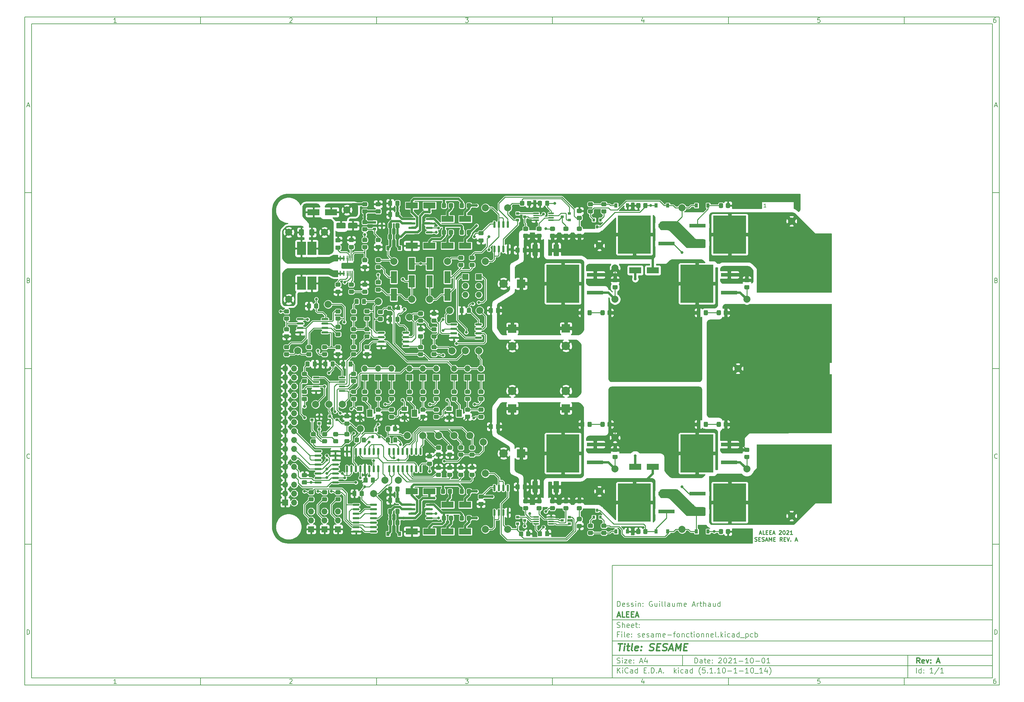
<source format=gbr>
%TF.GenerationSoftware,KiCad,Pcbnew,(5.1.10-1-10_14)*%
%TF.CreationDate,2021-10-01T13:06:55+02:00*%
%TF.ProjectId,sesame-fonctionnel,73657361-6d65-42d6-966f-6e6374696f6e,A*%
%TF.SameCoordinates,Original*%
%TF.FileFunction,Copper,L1,Top*%
%TF.FilePolarity,Positive*%
%FSLAX46Y46*%
G04 Gerber Fmt 4.6, Leading zero omitted, Abs format (unit mm)*
G04 Created by KiCad (PCBNEW (5.1.10-1-10_14)) date 2021-10-01 13:06:55*
%MOMM*%
%LPD*%
G01*
G04 APERTURE LIST*
%ADD10C,0.100000*%
%ADD11C,0.150000*%
%ADD12C,0.300000*%
%ADD13C,0.400000*%
%TA.AperFunction,NonConductor*%
%ADD14C,0.275000*%
%TD*%
%TA.AperFunction,ComponentPad*%
%ADD15C,0.100000*%
%TD*%
%TA.AperFunction,ComponentPad*%
%ADD16C,6.000000*%
%TD*%
%TA.AperFunction,ComponentPad*%
%ADD17C,3.000000*%
%TD*%
%TA.AperFunction,ComponentPad*%
%ADD18O,3.300000X4.300000*%
%TD*%
%TA.AperFunction,ComponentPad*%
%ADD19C,2.000000*%
%TD*%
%TA.AperFunction,SMDPad,CuDef*%
%ADD20R,1.000000X1.000000*%
%TD*%
%TA.AperFunction,SMDPad,CuDef*%
%ADD21R,1.800000X3.500000*%
%TD*%
%TA.AperFunction,SMDPad,CuDef*%
%ADD22R,0.900000X1.200000*%
%TD*%
%TA.AperFunction,SMDPad,CuDef*%
%ADD23R,0.900000X0.800000*%
%TD*%
%TA.AperFunction,SMDPad,CuDef*%
%ADD24R,1.600000X1.300000*%
%TD*%
%TA.AperFunction,SMDPad,CuDef*%
%ADD25R,1.600000X2.000000*%
%TD*%
%TA.AperFunction,ComponentPad*%
%ADD26C,0.500000*%
%TD*%
%TA.AperFunction,SMDPad,CuDef*%
%ADD27R,2.500000X3.850000*%
%TD*%
%TA.AperFunction,ComponentPad*%
%ADD28O,1.700000X1.700000*%
%TD*%
%TA.AperFunction,ComponentPad*%
%ADD29R,1.700000X1.700000*%
%TD*%
%TA.AperFunction,SMDPad,CuDef*%
%ADD30R,1.750000X0.550000*%
%TD*%
%TA.AperFunction,SMDPad,CuDef*%
%ADD31R,9.400000X10.800000*%
%TD*%
%TA.AperFunction,SMDPad,CuDef*%
%ADD32R,4.600000X1.100000*%
%TD*%
%TA.AperFunction,SMDPad,CuDef*%
%ADD33R,0.800000X0.900000*%
%TD*%
%TA.AperFunction,SMDPad,CuDef*%
%ADD34R,3.500000X1.800000*%
%TD*%
%TA.AperFunction,ComponentPad*%
%ADD35C,2.400000*%
%TD*%
%TA.AperFunction,ComponentPad*%
%ADD36R,2.400000X2.400000*%
%TD*%
%TA.AperFunction,ViaPad*%
%ADD37C,0.820000*%
%TD*%
%TA.AperFunction,Conductor*%
%ADD38C,0.250000*%
%TD*%
%TA.AperFunction,Conductor*%
%ADD39C,0.635000*%
%TD*%
%TA.AperFunction,Conductor*%
%ADD40C,3.000000*%
%TD*%
%TA.AperFunction,Conductor*%
%ADD41C,0.254000*%
%TD*%
%TA.AperFunction,Conductor*%
%ADD42C,0.100000*%
%TD*%
G04 APERTURE END LIST*
D10*
D11*
X177002200Y-166007200D02*
X177002200Y-198007200D01*
X285002200Y-198007200D01*
X285002200Y-166007200D01*
X177002200Y-166007200D01*
D10*
D11*
X10000000Y-10000000D02*
X10000000Y-200007200D01*
X287002200Y-200007200D01*
X287002200Y-10000000D01*
X10000000Y-10000000D01*
D10*
D11*
X12000000Y-12000000D02*
X12000000Y-198007200D01*
X285002200Y-198007200D01*
X285002200Y-12000000D01*
X12000000Y-12000000D01*
D10*
D11*
X60000000Y-12000000D02*
X60000000Y-10000000D01*
D10*
D11*
X110000000Y-12000000D02*
X110000000Y-10000000D01*
D10*
D11*
X160000000Y-12000000D02*
X160000000Y-10000000D01*
D10*
D11*
X210000000Y-12000000D02*
X210000000Y-10000000D01*
D10*
D11*
X260000000Y-12000000D02*
X260000000Y-10000000D01*
D10*
D11*
X36065476Y-11588095D02*
X35322619Y-11588095D01*
X35694047Y-11588095D02*
X35694047Y-10288095D01*
X35570238Y-10473809D01*
X35446428Y-10597619D01*
X35322619Y-10659523D01*
D10*
D11*
X85322619Y-10411904D02*
X85384523Y-10350000D01*
X85508333Y-10288095D01*
X85817857Y-10288095D01*
X85941666Y-10350000D01*
X86003571Y-10411904D01*
X86065476Y-10535714D01*
X86065476Y-10659523D01*
X86003571Y-10845238D01*
X85260714Y-11588095D01*
X86065476Y-11588095D01*
D10*
D11*
X135260714Y-10288095D02*
X136065476Y-10288095D01*
X135632142Y-10783333D01*
X135817857Y-10783333D01*
X135941666Y-10845238D01*
X136003571Y-10907142D01*
X136065476Y-11030952D01*
X136065476Y-11340476D01*
X136003571Y-11464285D01*
X135941666Y-11526190D01*
X135817857Y-11588095D01*
X135446428Y-11588095D01*
X135322619Y-11526190D01*
X135260714Y-11464285D01*
D10*
D11*
X185941666Y-10721428D02*
X185941666Y-11588095D01*
X185632142Y-10226190D02*
X185322619Y-11154761D01*
X186127380Y-11154761D01*
D10*
D11*
X236003571Y-10288095D02*
X235384523Y-10288095D01*
X235322619Y-10907142D01*
X235384523Y-10845238D01*
X235508333Y-10783333D01*
X235817857Y-10783333D01*
X235941666Y-10845238D01*
X236003571Y-10907142D01*
X236065476Y-11030952D01*
X236065476Y-11340476D01*
X236003571Y-11464285D01*
X235941666Y-11526190D01*
X235817857Y-11588095D01*
X235508333Y-11588095D01*
X235384523Y-11526190D01*
X235322619Y-11464285D01*
D10*
D11*
X285941666Y-10288095D02*
X285694047Y-10288095D01*
X285570238Y-10350000D01*
X285508333Y-10411904D01*
X285384523Y-10597619D01*
X285322619Y-10845238D01*
X285322619Y-11340476D01*
X285384523Y-11464285D01*
X285446428Y-11526190D01*
X285570238Y-11588095D01*
X285817857Y-11588095D01*
X285941666Y-11526190D01*
X286003571Y-11464285D01*
X286065476Y-11340476D01*
X286065476Y-11030952D01*
X286003571Y-10907142D01*
X285941666Y-10845238D01*
X285817857Y-10783333D01*
X285570238Y-10783333D01*
X285446428Y-10845238D01*
X285384523Y-10907142D01*
X285322619Y-11030952D01*
D10*
D11*
X60000000Y-198007200D02*
X60000000Y-200007200D01*
D10*
D11*
X110000000Y-198007200D02*
X110000000Y-200007200D01*
D10*
D11*
X160000000Y-198007200D02*
X160000000Y-200007200D01*
D10*
D11*
X210000000Y-198007200D02*
X210000000Y-200007200D01*
D10*
D11*
X260000000Y-198007200D02*
X260000000Y-200007200D01*
D10*
D11*
X36065476Y-199595295D02*
X35322619Y-199595295D01*
X35694047Y-199595295D02*
X35694047Y-198295295D01*
X35570238Y-198481009D01*
X35446428Y-198604819D01*
X35322619Y-198666723D01*
D10*
D11*
X85322619Y-198419104D02*
X85384523Y-198357200D01*
X85508333Y-198295295D01*
X85817857Y-198295295D01*
X85941666Y-198357200D01*
X86003571Y-198419104D01*
X86065476Y-198542914D01*
X86065476Y-198666723D01*
X86003571Y-198852438D01*
X85260714Y-199595295D01*
X86065476Y-199595295D01*
D10*
D11*
X135260714Y-198295295D02*
X136065476Y-198295295D01*
X135632142Y-198790533D01*
X135817857Y-198790533D01*
X135941666Y-198852438D01*
X136003571Y-198914342D01*
X136065476Y-199038152D01*
X136065476Y-199347676D01*
X136003571Y-199471485D01*
X135941666Y-199533390D01*
X135817857Y-199595295D01*
X135446428Y-199595295D01*
X135322619Y-199533390D01*
X135260714Y-199471485D01*
D10*
D11*
X185941666Y-198728628D02*
X185941666Y-199595295D01*
X185632142Y-198233390D02*
X185322619Y-199161961D01*
X186127380Y-199161961D01*
D10*
D11*
X236003571Y-198295295D02*
X235384523Y-198295295D01*
X235322619Y-198914342D01*
X235384523Y-198852438D01*
X235508333Y-198790533D01*
X235817857Y-198790533D01*
X235941666Y-198852438D01*
X236003571Y-198914342D01*
X236065476Y-199038152D01*
X236065476Y-199347676D01*
X236003571Y-199471485D01*
X235941666Y-199533390D01*
X235817857Y-199595295D01*
X235508333Y-199595295D01*
X235384523Y-199533390D01*
X235322619Y-199471485D01*
D10*
D11*
X285941666Y-198295295D02*
X285694047Y-198295295D01*
X285570238Y-198357200D01*
X285508333Y-198419104D01*
X285384523Y-198604819D01*
X285322619Y-198852438D01*
X285322619Y-199347676D01*
X285384523Y-199471485D01*
X285446428Y-199533390D01*
X285570238Y-199595295D01*
X285817857Y-199595295D01*
X285941666Y-199533390D01*
X286003571Y-199471485D01*
X286065476Y-199347676D01*
X286065476Y-199038152D01*
X286003571Y-198914342D01*
X285941666Y-198852438D01*
X285817857Y-198790533D01*
X285570238Y-198790533D01*
X285446428Y-198852438D01*
X285384523Y-198914342D01*
X285322619Y-199038152D01*
D10*
D11*
X10000000Y-60000000D02*
X12000000Y-60000000D01*
D10*
D11*
X10000000Y-110000000D02*
X12000000Y-110000000D01*
D10*
D11*
X10000000Y-160000000D02*
X12000000Y-160000000D01*
D10*
D11*
X10690476Y-35216666D02*
X11309523Y-35216666D01*
X10566666Y-35588095D02*
X11000000Y-34288095D01*
X11433333Y-35588095D01*
D10*
D11*
X11092857Y-84907142D02*
X11278571Y-84969047D01*
X11340476Y-85030952D01*
X11402380Y-85154761D01*
X11402380Y-85340476D01*
X11340476Y-85464285D01*
X11278571Y-85526190D01*
X11154761Y-85588095D01*
X10659523Y-85588095D01*
X10659523Y-84288095D01*
X11092857Y-84288095D01*
X11216666Y-84350000D01*
X11278571Y-84411904D01*
X11340476Y-84535714D01*
X11340476Y-84659523D01*
X11278571Y-84783333D01*
X11216666Y-84845238D01*
X11092857Y-84907142D01*
X10659523Y-84907142D01*
D10*
D11*
X11402380Y-135464285D02*
X11340476Y-135526190D01*
X11154761Y-135588095D01*
X11030952Y-135588095D01*
X10845238Y-135526190D01*
X10721428Y-135402380D01*
X10659523Y-135278571D01*
X10597619Y-135030952D01*
X10597619Y-134845238D01*
X10659523Y-134597619D01*
X10721428Y-134473809D01*
X10845238Y-134350000D01*
X11030952Y-134288095D01*
X11154761Y-134288095D01*
X11340476Y-134350000D01*
X11402380Y-134411904D01*
D10*
D11*
X10659523Y-185588095D02*
X10659523Y-184288095D01*
X10969047Y-184288095D01*
X11154761Y-184350000D01*
X11278571Y-184473809D01*
X11340476Y-184597619D01*
X11402380Y-184845238D01*
X11402380Y-185030952D01*
X11340476Y-185278571D01*
X11278571Y-185402380D01*
X11154761Y-185526190D01*
X10969047Y-185588095D01*
X10659523Y-185588095D01*
D10*
D11*
X287002200Y-60000000D02*
X285002200Y-60000000D01*
D10*
D11*
X287002200Y-110000000D02*
X285002200Y-110000000D01*
D10*
D11*
X287002200Y-160000000D02*
X285002200Y-160000000D01*
D10*
D11*
X285692676Y-35216666D02*
X286311723Y-35216666D01*
X285568866Y-35588095D02*
X286002200Y-34288095D01*
X286435533Y-35588095D01*
D10*
D11*
X286095057Y-84907142D02*
X286280771Y-84969047D01*
X286342676Y-85030952D01*
X286404580Y-85154761D01*
X286404580Y-85340476D01*
X286342676Y-85464285D01*
X286280771Y-85526190D01*
X286156961Y-85588095D01*
X285661723Y-85588095D01*
X285661723Y-84288095D01*
X286095057Y-84288095D01*
X286218866Y-84350000D01*
X286280771Y-84411904D01*
X286342676Y-84535714D01*
X286342676Y-84659523D01*
X286280771Y-84783333D01*
X286218866Y-84845238D01*
X286095057Y-84907142D01*
X285661723Y-84907142D01*
D10*
D11*
X286404580Y-135464285D02*
X286342676Y-135526190D01*
X286156961Y-135588095D01*
X286033152Y-135588095D01*
X285847438Y-135526190D01*
X285723628Y-135402380D01*
X285661723Y-135278571D01*
X285599819Y-135030952D01*
X285599819Y-134845238D01*
X285661723Y-134597619D01*
X285723628Y-134473809D01*
X285847438Y-134350000D01*
X286033152Y-134288095D01*
X286156961Y-134288095D01*
X286342676Y-134350000D01*
X286404580Y-134411904D01*
D10*
D11*
X285661723Y-185588095D02*
X285661723Y-184288095D01*
X285971247Y-184288095D01*
X286156961Y-184350000D01*
X286280771Y-184473809D01*
X286342676Y-184597619D01*
X286404580Y-184845238D01*
X286404580Y-185030952D01*
X286342676Y-185278571D01*
X286280771Y-185402380D01*
X286156961Y-185526190D01*
X285971247Y-185588095D01*
X285661723Y-185588095D01*
D10*
D11*
X200434342Y-193785771D02*
X200434342Y-192285771D01*
X200791485Y-192285771D01*
X201005771Y-192357200D01*
X201148628Y-192500057D01*
X201220057Y-192642914D01*
X201291485Y-192928628D01*
X201291485Y-193142914D01*
X201220057Y-193428628D01*
X201148628Y-193571485D01*
X201005771Y-193714342D01*
X200791485Y-193785771D01*
X200434342Y-193785771D01*
X202577200Y-193785771D02*
X202577200Y-193000057D01*
X202505771Y-192857200D01*
X202362914Y-192785771D01*
X202077200Y-192785771D01*
X201934342Y-192857200D01*
X202577200Y-193714342D02*
X202434342Y-193785771D01*
X202077200Y-193785771D01*
X201934342Y-193714342D01*
X201862914Y-193571485D01*
X201862914Y-193428628D01*
X201934342Y-193285771D01*
X202077200Y-193214342D01*
X202434342Y-193214342D01*
X202577200Y-193142914D01*
X203077200Y-192785771D02*
X203648628Y-192785771D01*
X203291485Y-192285771D02*
X203291485Y-193571485D01*
X203362914Y-193714342D01*
X203505771Y-193785771D01*
X203648628Y-193785771D01*
X204720057Y-193714342D02*
X204577200Y-193785771D01*
X204291485Y-193785771D01*
X204148628Y-193714342D01*
X204077200Y-193571485D01*
X204077200Y-193000057D01*
X204148628Y-192857200D01*
X204291485Y-192785771D01*
X204577200Y-192785771D01*
X204720057Y-192857200D01*
X204791485Y-193000057D01*
X204791485Y-193142914D01*
X204077200Y-193285771D01*
X205434342Y-193642914D02*
X205505771Y-193714342D01*
X205434342Y-193785771D01*
X205362914Y-193714342D01*
X205434342Y-193642914D01*
X205434342Y-193785771D01*
X205434342Y-192857200D02*
X205505771Y-192928628D01*
X205434342Y-193000057D01*
X205362914Y-192928628D01*
X205434342Y-192857200D01*
X205434342Y-193000057D01*
X207220057Y-192428628D02*
X207291485Y-192357200D01*
X207434342Y-192285771D01*
X207791485Y-192285771D01*
X207934342Y-192357200D01*
X208005771Y-192428628D01*
X208077200Y-192571485D01*
X208077200Y-192714342D01*
X208005771Y-192928628D01*
X207148628Y-193785771D01*
X208077200Y-193785771D01*
X209005771Y-192285771D02*
X209148628Y-192285771D01*
X209291485Y-192357200D01*
X209362914Y-192428628D01*
X209434342Y-192571485D01*
X209505771Y-192857200D01*
X209505771Y-193214342D01*
X209434342Y-193500057D01*
X209362914Y-193642914D01*
X209291485Y-193714342D01*
X209148628Y-193785771D01*
X209005771Y-193785771D01*
X208862914Y-193714342D01*
X208791485Y-193642914D01*
X208720057Y-193500057D01*
X208648628Y-193214342D01*
X208648628Y-192857200D01*
X208720057Y-192571485D01*
X208791485Y-192428628D01*
X208862914Y-192357200D01*
X209005771Y-192285771D01*
X210077200Y-192428628D02*
X210148628Y-192357200D01*
X210291485Y-192285771D01*
X210648628Y-192285771D01*
X210791485Y-192357200D01*
X210862914Y-192428628D01*
X210934342Y-192571485D01*
X210934342Y-192714342D01*
X210862914Y-192928628D01*
X210005771Y-193785771D01*
X210934342Y-193785771D01*
X212362914Y-193785771D02*
X211505771Y-193785771D01*
X211934342Y-193785771D02*
X211934342Y-192285771D01*
X211791485Y-192500057D01*
X211648628Y-192642914D01*
X211505771Y-192714342D01*
X213005771Y-193214342D02*
X214148628Y-193214342D01*
X215648628Y-193785771D02*
X214791485Y-193785771D01*
X215220057Y-193785771D02*
X215220057Y-192285771D01*
X215077200Y-192500057D01*
X214934342Y-192642914D01*
X214791485Y-192714342D01*
X216577200Y-192285771D02*
X216720057Y-192285771D01*
X216862914Y-192357200D01*
X216934342Y-192428628D01*
X217005771Y-192571485D01*
X217077200Y-192857200D01*
X217077200Y-193214342D01*
X217005771Y-193500057D01*
X216934342Y-193642914D01*
X216862914Y-193714342D01*
X216720057Y-193785771D01*
X216577200Y-193785771D01*
X216434342Y-193714342D01*
X216362914Y-193642914D01*
X216291485Y-193500057D01*
X216220057Y-193214342D01*
X216220057Y-192857200D01*
X216291485Y-192571485D01*
X216362914Y-192428628D01*
X216434342Y-192357200D01*
X216577200Y-192285771D01*
X217720057Y-193214342D02*
X218862914Y-193214342D01*
X219862914Y-192285771D02*
X220005771Y-192285771D01*
X220148628Y-192357200D01*
X220220057Y-192428628D01*
X220291485Y-192571485D01*
X220362914Y-192857200D01*
X220362914Y-193214342D01*
X220291485Y-193500057D01*
X220220057Y-193642914D01*
X220148628Y-193714342D01*
X220005771Y-193785771D01*
X219862914Y-193785771D01*
X219720057Y-193714342D01*
X219648628Y-193642914D01*
X219577200Y-193500057D01*
X219505771Y-193214342D01*
X219505771Y-192857200D01*
X219577200Y-192571485D01*
X219648628Y-192428628D01*
X219720057Y-192357200D01*
X219862914Y-192285771D01*
X221791485Y-193785771D02*
X220934342Y-193785771D01*
X221362914Y-193785771D02*
X221362914Y-192285771D01*
X221220057Y-192500057D01*
X221077200Y-192642914D01*
X220934342Y-192714342D01*
D10*
D11*
X177002200Y-194507200D02*
X285002200Y-194507200D01*
D10*
D11*
X178434342Y-196585771D02*
X178434342Y-195085771D01*
X179291485Y-196585771D02*
X178648628Y-195728628D01*
X179291485Y-195085771D02*
X178434342Y-195942914D01*
X179934342Y-196585771D02*
X179934342Y-195585771D01*
X179934342Y-195085771D02*
X179862914Y-195157200D01*
X179934342Y-195228628D01*
X180005771Y-195157200D01*
X179934342Y-195085771D01*
X179934342Y-195228628D01*
X181505771Y-196442914D02*
X181434342Y-196514342D01*
X181220057Y-196585771D01*
X181077200Y-196585771D01*
X180862914Y-196514342D01*
X180720057Y-196371485D01*
X180648628Y-196228628D01*
X180577200Y-195942914D01*
X180577200Y-195728628D01*
X180648628Y-195442914D01*
X180720057Y-195300057D01*
X180862914Y-195157200D01*
X181077200Y-195085771D01*
X181220057Y-195085771D01*
X181434342Y-195157200D01*
X181505771Y-195228628D01*
X182791485Y-196585771D02*
X182791485Y-195800057D01*
X182720057Y-195657200D01*
X182577200Y-195585771D01*
X182291485Y-195585771D01*
X182148628Y-195657200D01*
X182791485Y-196514342D02*
X182648628Y-196585771D01*
X182291485Y-196585771D01*
X182148628Y-196514342D01*
X182077200Y-196371485D01*
X182077200Y-196228628D01*
X182148628Y-196085771D01*
X182291485Y-196014342D01*
X182648628Y-196014342D01*
X182791485Y-195942914D01*
X184148628Y-196585771D02*
X184148628Y-195085771D01*
X184148628Y-196514342D02*
X184005771Y-196585771D01*
X183720057Y-196585771D01*
X183577200Y-196514342D01*
X183505771Y-196442914D01*
X183434342Y-196300057D01*
X183434342Y-195871485D01*
X183505771Y-195728628D01*
X183577200Y-195657200D01*
X183720057Y-195585771D01*
X184005771Y-195585771D01*
X184148628Y-195657200D01*
X186005771Y-195800057D02*
X186505771Y-195800057D01*
X186720057Y-196585771D02*
X186005771Y-196585771D01*
X186005771Y-195085771D01*
X186720057Y-195085771D01*
X187362914Y-196442914D02*
X187434342Y-196514342D01*
X187362914Y-196585771D01*
X187291485Y-196514342D01*
X187362914Y-196442914D01*
X187362914Y-196585771D01*
X188077200Y-196585771D02*
X188077200Y-195085771D01*
X188434342Y-195085771D01*
X188648628Y-195157200D01*
X188791485Y-195300057D01*
X188862914Y-195442914D01*
X188934342Y-195728628D01*
X188934342Y-195942914D01*
X188862914Y-196228628D01*
X188791485Y-196371485D01*
X188648628Y-196514342D01*
X188434342Y-196585771D01*
X188077200Y-196585771D01*
X189577200Y-196442914D02*
X189648628Y-196514342D01*
X189577200Y-196585771D01*
X189505771Y-196514342D01*
X189577200Y-196442914D01*
X189577200Y-196585771D01*
X190220057Y-196157200D02*
X190934342Y-196157200D01*
X190077200Y-196585771D02*
X190577200Y-195085771D01*
X191077200Y-196585771D01*
X191577200Y-196442914D02*
X191648628Y-196514342D01*
X191577200Y-196585771D01*
X191505771Y-196514342D01*
X191577200Y-196442914D01*
X191577200Y-196585771D01*
X194577200Y-196585771D02*
X194577200Y-195085771D01*
X194720057Y-196014342D02*
X195148628Y-196585771D01*
X195148628Y-195585771D02*
X194577200Y-196157200D01*
X195791485Y-196585771D02*
X195791485Y-195585771D01*
X195791485Y-195085771D02*
X195720057Y-195157200D01*
X195791485Y-195228628D01*
X195862914Y-195157200D01*
X195791485Y-195085771D01*
X195791485Y-195228628D01*
X197148628Y-196514342D02*
X197005771Y-196585771D01*
X196720057Y-196585771D01*
X196577200Y-196514342D01*
X196505771Y-196442914D01*
X196434342Y-196300057D01*
X196434342Y-195871485D01*
X196505771Y-195728628D01*
X196577200Y-195657200D01*
X196720057Y-195585771D01*
X197005771Y-195585771D01*
X197148628Y-195657200D01*
X198434342Y-196585771D02*
X198434342Y-195800057D01*
X198362914Y-195657200D01*
X198220057Y-195585771D01*
X197934342Y-195585771D01*
X197791485Y-195657200D01*
X198434342Y-196514342D02*
X198291485Y-196585771D01*
X197934342Y-196585771D01*
X197791485Y-196514342D01*
X197720057Y-196371485D01*
X197720057Y-196228628D01*
X197791485Y-196085771D01*
X197934342Y-196014342D01*
X198291485Y-196014342D01*
X198434342Y-195942914D01*
X199791485Y-196585771D02*
X199791485Y-195085771D01*
X199791485Y-196514342D02*
X199648628Y-196585771D01*
X199362914Y-196585771D01*
X199220057Y-196514342D01*
X199148628Y-196442914D01*
X199077200Y-196300057D01*
X199077200Y-195871485D01*
X199148628Y-195728628D01*
X199220057Y-195657200D01*
X199362914Y-195585771D01*
X199648628Y-195585771D01*
X199791485Y-195657200D01*
X202077200Y-197157200D02*
X202005771Y-197085771D01*
X201862914Y-196871485D01*
X201791485Y-196728628D01*
X201720057Y-196514342D01*
X201648628Y-196157200D01*
X201648628Y-195871485D01*
X201720057Y-195514342D01*
X201791485Y-195300057D01*
X201862914Y-195157200D01*
X202005771Y-194942914D01*
X202077200Y-194871485D01*
X203362914Y-195085771D02*
X202648628Y-195085771D01*
X202577200Y-195800057D01*
X202648628Y-195728628D01*
X202791485Y-195657200D01*
X203148628Y-195657200D01*
X203291485Y-195728628D01*
X203362914Y-195800057D01*
X203434342Y-195942914D01*
X203434342Y-196300057D01*
X203362914Y-196442914D01*
X203291485Y-196514342D01*
X203148628Y-196585771D01*
X202791485Y-196585771D01*
X202648628Y-196514342D01*
X202577200Y-196442914D01*
X204077200Y-196442914D02*
X204148628Y-196514342D01*
X204077200Y-196585771D01*
X204005771Y-196514342D01*
X204077200Y-196442914D01*
X204077200Y-196585771D01*
X205577200Y-196585771D02*
X204720057Y-196585771D01*
X205148628Y-196585771D02*
X205148628Y-195085771D01*
X205005771Y-195300057D01*
X204862914Y-195442914D01*
X204720057Y-195514342D01*
X206220057Y-196442914D02*
X206291485Y-196514342D01*
X206220057Y-196585771D01*
X206148628Y-196514342D01*
X206220057Y-196442914D01*
X206220057Y-196585771D01*
X207720057Y-196585771D02*
X206862914Y-196585771D01*
X207291485Y-196585771D02*
X207291485Y-195085771D01*
X207148628Y-195300057D01*
X207005771Y-195442914D01*
X206862914Y-195514342D01*
X208648628Y-195085771D02*
X208791485Y-195085771D01*
X208934342Y-195157200D01*
X209005771Y-195228628D01*
X209077200Y-195371485D01*
X209148628Y-195657200D01*
X209148628Y-196014342D01*
X209077200Y-196300057D01*
X209005771Y-196442914D01*
X208934342Y-196514342D01*
X208791485Y-196585771D01*
X208648628Y-196585771D01*
X208505771Y-196514342D01*
X208434342Y-196442914D01*
X208362914Y-196300057D01*
X208291485Y-196014342D01*
X208291485Y-195657200D01*
X208362914Y-195371485D01*
X208434342Y-195228628D01*
X208505771Y-195157200D01*
X208648628Y-195085771D01*
X209791485Y-196014342D02*
X210934342Y-196014342D01*
X212434342Y-196585771D02*
X211577200Y-196585771D01*
X212005771Y-196585771D02*
X212005771Y-195085771D01*
X211862914Y-195300057D01*
X211720057Y-195442914D01*
X211577200Y-195514342D01*
X213077200Y-196014342D02*
X214220057Y-196014342D01*
X215720057Y-196585771D02*
X214862914Y-196585771D01*
X215291485Y-196585771D02*
X215291485Y-195085771D01*
X215148628Y-195300057D01*
X215005771Y-195442914D01*
X214862914Y-195514342D01*
X216648628Y-195085771D02*
X216791485Y-195085771D01*
X216934342Y-195157200D01*
X217005771Y-195228628D01*
X217077200Y-195371485D01*
X217148628Y-195657200D01*
X217148628Y-196014342D01*
X217077200Y-196300057D01*
X217005771Y-196442914D01*
X216934342Y-196514342D01*
X216791485Y-196585771D01*
X216648628Y-196585771D01*
X216505771Y-196514342D01*
X216434342Y-196442914D01*
X216362914Y-196300057D01*
X216291485Y-196014342D01*
X216291485Y-195657200D01*
X216362914Y-195371485D01*
X216434342Y-195228628D01*
X216505771Y-195157200D01*
X216648628Y-195085771D01*
X217434342Y-196728628D02*
X218577200Y-196728628D01*
X219720057Y-196585771D02*
X218862914Y-196585771D01*
X219291485Y-196585771D02*
X219291485Y-195085771D01*
X219148628Y-195300057D01*
X219005771Y-195442914D01*
X218862914Y-195514342D01*
X221005771Y-195585771D02*
X221005771Y-196585771D01*
X220648628Y-195014342D02*
X220291485Y-196085771D01*
X221220057Y-196085771D01*
X221648628Y-197157200D02*
X221720057Y-197085771D01*
X221862914Y-196871485D01*
X221934342Y-196728628D01*
X222005771Y-196514342D01*
X222077200Y-196157200D01*
X222077200Y-195871485D01*
X222005771Y-195514342D01*
X221934342Y-195300057D01*
X221862914Y-195157200D01*
X221720057Y-194942914D01*
X221648628Y-194871485D01*
D10*
D11*
X177002200Y-191507200D02*
X285002200Y-191507200D01*
D10*
D12*
X264411485Y-193785771D02*
X263911485Y-193071485D01*
X263554342Y-193785771D02*
X263554342Y-192285771D01*
X264125771Y-192285771D01*
X264268628Y-192357200D01*
X264340057Y-192428628D01*
X264411485Y-192571485D01*
X264411485Y-192785771D01*
X264340057Y-192928628D01*
X264268628Y-193000057D01*
X264125771Y-193071485D01*
X263554342Y-193071485D01*
X265625771Y-193714342D02*
X265482914Y-193785771D01*
X265197200Y-193785771D01*
X265054342Y-193714342D01*
X264982914Y-193571485D01*
X264982914Y-193000057D01*
X265054342Y-192857200D01*
X265197200Y-192785771D01*
X265482914Y-192785771D01*
X265625771Y-192857200D01*
X265697200Y-193000057D01*
X265697200Y-193142914D01*
X264982914Y-193285771D01*
X266197200Y-192785771D02*
X266554342Y-193785771D01*
X266911485Y-192785771D01*
X267482914Y-193642914D02*
X267554342Y-193714342D01*
X267482914Y-193785771D01*
X267411485Y-193714342D01*
X267482914Y-193642914D01*
X267482914Y-193785771D01*
X267482914Y-192857200D02*
X267554342Y-192928628D01*
X267482914Y-193000057D01*
X267411485Y-192928628D01*
X267482914Y-192857200D01*
X267482914Y-193000057D01*
X269268628Y-193357200D02*
X269982914Y-193357200D01*
X269125771Y-193785771D02*
X269625771Y-192285771D01*
X270125771Y-193785771D01*
D10*
D11*
X178362914Y-193714342D02*
X178577200Y-193785771D01*
X178934342Y-193785771D01*
X179077200Y-193714342D01*
X179148628Y-193642914D01*
X179220057Y-193500057D01*
X179220057Y-193357200D01*
X179148628Y-193214342D01*
X179077200Y-193142914D01*
X178934342Y-193071485D01*
X178648628Y-193000057D01*
X178505771Y-192928628D01*
X178434342Y-192857200D01*
X178362914Y-192714342D01*
X178362914Y-192571485D01*
X178434342Y-192428628D01*
X178505771Y-192357200D01*
X178648628Y-192285771D01*
X179005771Y-192285771D01*
X179220057Y-192357200D01*
X179862914Y-193785771D02*
X179862914Y-192785771D01*
X179862914Y-192285771D02*
X179791485Y-192357200D01*
X179862914Y-192428628D01*
X179934342Y-192357200D01*
X179862914Y-192285771D01*
X179862914Y-192428628D01*
X180434342Y-192785771D02*
X181220057Y-192785771D01*
X180434342Y-193785771D01*
X181220057Y-193785771D01*
X182362914Y-193714342D02*
X182220057Y-193785771D01*
X181934342Y-193785771D01*
X181791485Y-193714342D01*
X181720057Y-193571485D01*
X181720057Y-193000057D01*
X181791485Y-192857200D01*
X181934342Y-192785771D01*
X182220057Y-192785771D01*
X182362914Y-192857200D01*
X182434342Y-193000057D01*
X182434342Y-193142914D01*
X181720057Y-193285771D01*
X183077200Y-193642914D02*
X183148628Y-193714342D01*
X183077200Y-193785771D01*
X183005771Y-193714342D01*
X183077200Y-193642914D01*
X183077200Y-193785771D01*
X183077200Y-192857200D02*
X183148628Y-192928628D01*
X183077200Y-193000057D01*
X183005771Y-192928628D01*
X183077200Y-192857200D01*
X183077200Y-193000057D01*
X184862914Y-193357200D02*
X185577200Y-193357200D01*
X184720057Y-193785771D02*
X185220057Y-192285771D01*
X185720057Y-193785771D01*
X186862914Y-192785771D02*
X186862914Y-193785771D01*
X186505771Y-192214342D02*
X186148628Y-193285771D01*
X187077200Y-193285771D01*
D10*
D11*
X263434342Y-196585771D02*
X263434342Y-195085771D01*
X264791485Y-196585771D02*
X264791485Y-195085771D01*
X264791485Y-196514342D02*
X264648628Y-196585771D01*
X264362914Y-196585771D01*
X264220057Y-196514342D01*
X264148628Y-196442914D01*
X264077200Y-196300057D01*
X264077200Y-195871485D01*
X264148628Y-195728628D01*
X264220057Y-195657200D01*
X264362914Y-195585771D01*
X264648628Y-195585771D01*
X264791485Y-195657200D01*
X265505771Y-196442914D02*
X265577200Y-196514342D01*
X265505771Y-196585771D01*
X265434342Y-196514342D01*
X265505771Y-196442914D01*
X265505771Y-196585771D01*
X265505771Y-195657200D02*
X265577200Y-195728628D01*
X265505771Y-195800057D01*
X265434342Y-195728628D01*
X265505771Y-195657200D01*
X265505771Y-195800057D01*
X268148628Y-196585771D02*
X267291485Y-196585771D01*
X267720057Y-196585771D02*
X267720057Y-195085771D01*
X267577200Y-195300057D01*
X267434342Y-195442914D01*
X267291485Y-195514342D01*
X269862914Y-195014342D02*
X268577200Y-196942914D01*
X271148628Y-196585771D02*
X270291485Y-196585771D01*
X270720057Y-196585771D02*
X270720057Y-195085771D01*
X270577200Y-195300057D01*
X270434342Y-195442914D01*
X270291485Y-195514342D01*
D10*
D11*
X177002200Y-187507200D02*
X285002200Y-187507200D01*
D10*
D13*
X178714580Y-188211961D02*
X179857438Y-188211961D01*
X179036009Y-190211961D02*
X179286009Y-188211961D01*
X180274104Y-190211961D02*
X180440771Y-188878628D01*
X180524104Y-188211961D02*
X180416961Y-188307200D01*
X180500295Y-188402438D01*
X180607438Y-188307200D01*
X180524104Y-188211961D01*
X180500295Y-188402438D01*
X181107438Y-188878628D02*
X181869342Y-188878628D01*
X181476485Y-188211961D02*
X181262200Y-189926247D01*
X181333628Y-190116723D01*
X181512200Y-190211961D01*
X181702676Y-190211961D01*
X182655057Y-190211961D02*
X182476485Y-190116723D01*
X182405057Y-189926247D01*
X182619342Y-188211961D01*
X184190771Y-190116723D02*
X183988390Y-190211961D01*
X183607438Y-190211961D01*
X183428866Y-190116723D01*
X183357438Y-189926247D01*
X183452676Y-189164342D01*
X183571723Y-188973866D01*
X183774104Y-188878628D01*
X184155057Y-188878628D01*
X184333628Y-188973866D01*
X184405057Y-189164342D01*
X184381247Y-189354819D01*
X183405057Y-189545295D01*
X185155057Y-190021485D02*
X185238390Y-190116723D01*
X185131247Y-190211961D01*
X185047914Y-190116723D01*
X185155057Y-190021485D01*
X185131247Y-190211961D01*
X185286009Y-188973866D02*
X185369342Y-189069104D01*
X185262200Y-189164342D01*
X185178866Y-189069104D01*
X185286009Y-188973866D01*
X185262200Y-189164342D01*
X187524104Y-190116723D02*
X187797914Y-190211961D01*
X188274104Y-190211961D01*
X188476485Y-190116723D01*
X188583628Y-190021485D01*
X188702676Y-189831009D01*
X188726485Y-189640533D01*
X188655057Y-189450057D01*
X188571723Y-189354819D01*
X188393152Y-189259580D01*
X188024104Y-189164342D01*
X187845533Y-189069104D01*
X187762200Y-188973866D01*
X187690771Y-188783390D01*
X187714580Y-188592914D01*
X187833628Y-188402438D01*
X187940771Y-188307200D01*
X188143152Y-188211961D01*
X188619342Y-188211961D01*
X188893152Y-188307200D01*
X189643152Y-189164342D02*
X190309819Y-189164342D01*
X190464580Y-190211961D02*
X189512200Y-190211961D01*
X189762200Y-188211961D01*
X190714580Y-188211961D01*
X191238390Y-190116723D02*
X191512200Y-190211961D01*
X191988390Y-190211961D01*
X192190771Y-190116723D01*
X192297914Y-190021485D01*
X192416961Y-189831009D01*
X192440771Y-189640533D01*
X192369342Y-189450057D01*
X192286009Y-189354819D01*
X192107438Y-189259580D01*
X191738390Y-189164342D01*
X191559819Y-189069104D01*
X191476485Y-188973866D01*
X191405057Y-188783390D01*
X191428866Y-188592914D01*
X191547914Y-188402438D01*
X191655057Y-188307200D01*
X191857438Y-188211961D01*
X192333628Y-188211961D01*
X192607438Y-188307200D01*
X193202676Y-189640533D02*
X194155057Y-189640533D01*
X192940771Y-190211961D02*
X193857438Y-188211961D01*
X194274104Y-190211961D01*
X194940771Y-190211961D02*
X195190771Y-188211961D01*
X195678866Y-189640533D01*
X196524104Y-188211961D01*
X196274104Y-190211961D01*
X197357438Y-189164342D02*
X198024104Y-189164342D01*
X198178866Y-190211961D02*
X197226485Y-190211961D01*
X197476485Y-188211961D01*
X198428866Y-188211961D01*
D10*
D11*
X178934342Y-185600057D02*
X178434342Y-185600057D01*
X178434342Y-186385771D02*
X178434342Y-184885771D01*
X179148628Y-184885771D01*
X179720057Y-186385771D02*
X179720057Y-185385771D01*
X179720057Y-184885771D02*
X179648628Y-184957200D01*
X179720057Y-185028628D01*
X179791485Y-184957200D01*
X179720057Y-184885771D01*
X179720057Y-185028628D01*
X180648628Y-186385771D02*
X180505771Y-186314342D01*
X180434342Y-186171485D01*
X180434342Y-184885771D01*
X181791485Y-186314342D02*
X181648628Y-186385771D01*
X181362914Y-186385771D01*
X181220057Y-186314342D01*
X181148628Y-186171485D01*
X181148628Y-185600057D01*
X181220057Y-185457200D01*
X181362914Y-185385771D01*
X181648628Y-185385771D01*
X181791485Y-185457200D01*
X181862914Y-185600057D01*
X181862914Y-185742914D01*
X181148628Y-185885771D01*
X182505771Y-186242914D02*
X182577200Y-186314342D01*
X182505771Y-186385771D01*
X182434342Y-186314342D01*
X182505771Y-186242914D01*
X182505771Y-186385771D01*
X182505771Y-185457200D02*
X182577200Y-185528628D01*
X182505771Y-185600057D01*
X182434342Y-185528628D01*
X182505771Y-185457200D01*
X182505771Y-185600057D01*
X184291485Y-186314342D02*
X184434342Y-186385771D01*
X184720057Y-186385771D01*
X184862914Y-186314342D01*
X184934342Y-186171485D01*
X184934342Y-186100057D01*
X184862914Y-185957200D01*
X184720057Y-185885771D01*
X184505771Y-185885771D01*
X184362914Y-185814342D01*
X184291485Y-185671485D01*
X184291485Y-185600057D01*
X184362914Y-185457200D01*
X184505771Y-185385771D01*
X184720057Y-185385771D01*
X184862914Y-185457200D01*
X186148628Y-186314342D02*
X186005771Y-186385771D01*
X185720057Y-186385771D01*
X185577200Y-186314342D01*
X185505771Y-186171485D01*
X185505771Y-185600057D01*
X185577200Y-185457200D01*
X185720057Y-185385771D01*
X186005771Y-185385771D01*
X186148628Y-185457200D01*
X186220057Y-185600057D01*
X186220057Y-185742914D01*
X185505771Y-185885771D01*
X186791485Y-186314342D02*
X186934342Y-186385771D01*
X187220057Y-186385771D01*
X187362914Y-186314342D01*
X187434342Y-186171485D01*
X187434342Y-186100057D01*
X187362914Y-185957200D01*
X187220057Y-185885771D01*
X187005771Y-185885771D01*
X186862914Y-185814342D01*
X186791485Y-185671485D01*
X186791485Y-185600057D01*
X186862914Y-185457200D01*
X187005771Y-185385771D01*
X187220057Y-185385771D01*
X187362914Y-185457200D01*
X188720057Y-186385771D02*
X188720057Y-185600057D01*
X188648628Y-185457200D01*
X188505771Y-185385771D01*
X188220057Y-185385771D01*
X188077200Y-185457200D01*
X188720057Y-186314342D02*
X188577200Y-186385771D01*
X188220057Y-186385771D01*
X188077200Y-186314342D01*
X188005771Y-186171485D01*
X188005771Y-186028628D01*
X188077200Y-185885771D01*
X188220057Y-185814342D01*
X188577200Y-185814342D01*
X188720057Y-185742914D01*
X189434342Y-186385771D02*
X189434342Y-185385771D01*
X189434342Y-185528628D02*
X189505771Y-185457200D01*
X189648628Y-185385771D01*
X189862914Y-185385771D01*
X190005771Y-185457200D01*
X190077200Y-185600057D01*
X190077200Y-186385771D01*
X190077200Y-185600057D02*
X190148628Y-185457200D01*
X190291485Y-185385771D01*
X190505771Y-185385771D01*
X190648628Y-185457200D01*
X190720057Y-185600057D01*
X190720057Y-186385771D01*
X192005771Y-186314342D02*
X191862914Y-186385771D01*
X191577200Y-186385771D01*
X191434342Y-186314342D01*
X191362914Y-186171485D01*
X191362914Y-185600057D01*
X191434342Y-185457200D01*
X191577200Y-185385771D01*
X191862914Y-185385771D01*
X192005771Y-185457200D01*
X192077200Y-185600057D01*
X192077200Y-185742914D01*
X191362914Y-185885771D01*
X192720057Y-185814342D02*
X193862914Y-185814342D01*
X194362914Y-185385771D02*
X194934342Y-185385771D01*
X194577200Y-186385771D02*
X194577200Y-185100057D01*
X194648628Y-184957200D01*
X194791485Y-184885771D01*
X194934342Y-184885771D01*
X195648628Y-186385771D02*
X195505771Y-186314342D01*
X195434342Y-186242914D01*
X195362914Y-186100057D01*
X195362914Y-185671485D01*
X195434342Y-185528628D01*
X195505771Y-185457200D01*
X195648628Y-185385771D01*
X195862914Y-185385771D01*
X196005771Y-185457200D01*
X196077200Y-185528628D01*
X196148628Y-185671485D01*
X196148628Y-186100057D01*
X196077200Y-186242914D01*
X196005771Y-186314342D01*
X195862914Y-186385771D01*
X195648628Y-186385771D01*
X196791485Y-185385771D02*
X196791485Y-186385771D01*
X196791485Y-185528628D02*
X196862914Y-185457200D01*
X197005771Y-185385771D01*
X197220057Y-185385771D01*
X197362914Y-185457200D01*
X197434342Y-185600057D01*
X197434342Y-186385771D01*
X198791485Y-186314342D02*
X198648628Y-186385771D01*
X198362914Y-186385771D01*
X198220057Y-186314342D01*
X198148628Y-186242914D01*
X198077200Y-186100057D01*
X198077200Y-185671485D01*
X198148628Y-185528628D01*
X198220057Y-185457200D01*
X198362914Y-185385771D01*
X198648628Y-185385771D01*
X198791485Y-185457200D01*
X199220057Y-185385771D02*
X199791485Y-185385771D01*
X199434342Y-184885771D02*
X199434342Y-186171485D01*
X199505771Y-186314342D01*
X199648628Y-186385771D01*
X199791485Y-186385771D01*
X200291485Y-186385771D02*
X200291485Y-185385771D01*
X200291485Y-184885771D02*
X200220057Y-184957200D01*
X200291485Y-185028628D01*
X200362914Y-184957200D01*
X200291485Y-184885771D01*
X200291485Y-185028628D01*
X201220057Y-186385771D02*
X201077200Y-186314342D01*
X201005771Y-186242914D01*
X200934342Y-186100057D01*
X200934342Y-185671485D01*
X201005771Y-185528628D01*
X201077200Y-185457200D01*
X201220057Y-185385771D01*
X201434342Y-185385771D01*
X201577200Y-185457200D01*
X201648628Y-185528628D01*
X201720057Y-185671485D01*
X201720057Y-186100057D01*
X201648628Y-186242914D01*
X201577200Y-186314342D01*
X201434342Y-186385771D01*
X201220057Y-186385771D01*
X202362914Y-185385771D02*
X202362914Y-186385771D01*
X202362914Y-185528628D02*
X202434342Y-185457200D01*
X202577200Y-185385771D01*
X202791485Y-185385771D01*
X202934342Y-185457200D01*
X203005771Y-185600057D01*
X203005771Y-186385771D01*
X203720057Y-185385771D02*
X203720057Y-186385771D01*
X203720057Y-185528628D02*
X203791485Y-185457200D01*
X203934342Y-185385771D01*
X204148628Y-185385771D01*
X204291485Y-185457200D01*
X204362914Y-185600057D01*
X204362914Y-186385771D01*
X205648628Y-186314342D02*
X205505771Y-186385771D01*
X205220057Y-186385771D01*
X205077200Y-186314342D01*
X205005771Y-186171485D01*
X205005771Y-185600057D01*
X205077200Y-185457200D01*
X205220057Y-185385771D01*
X205505771Y-185385771D01*
X205648628Y-185457200D01*
X205720057Y-185600057D01*
X205720057Y-185742914D01*
X205005771Y-185885771D01*
X206577200Y-186385771D02*
X206434342Y-186314342D01*
X206362914Y-186171485D01*
X206362914Y-184885771D01*
X207148628Y-186242914D02*
X207220057Y-186314342D01*
X207148628Y-186385771D01*
X207077200Y-186314342D01*
X207148628Y-186242914D01*
X207148628Y-186385771D01*
X207862914Y-186385771D02*
X207862914Y-184885771D01*
X208005771Y-185814342D02*
X208434342Y-186385771D01*
X208434342Y-185385771D02*
X207862914Y-185957200D01*
X209077200Y-186385771D02*
X209077200Y-185385771D01*
X209077200Y-184885771D02*
X209005771Y-184957200D01*
X209077200Y-185028628D01*
X209148628Y-184957200D01*
X209077200Y-184885771D01*
X209077200Y-185028628D01*
X210434342Y-186314342D02*
X210291485Y-186385771D01*
X210005771Y-186385771D01*
X209862914Y-186314342D01*
X209791485Y-186242914D01*
X209720057Y-186100057D01*
X209720057Y-185671485D01*
X209791485Y-185528628D01*
X209862914Y-185457200D01*
X210005771Y-185385771D01*
X210291485Y-185385771D01*
X210434342Y-185457200D01*
X211720057Y-186385771D02*
X211720057Y-185600057D01*
X211648628Y-185457200D01*
X211505771Y-185385771D01*
X211220057Y-185385771D01*
X211077200Y-185457200D01*
X211720057Y-186314342D02*
X211577200Y-186385771D01*
X211220057Y-186385771D01*
X211077200Y-186314342D01*
X211005771Y-186171485D01*
X211005771Y-186028628D01*
X211077200Y-185885771D01*
X211220057Y-185814342D01*
X211577200Y-185814342D01*
X211720057Y-185742914D01*
X213077200Y-186385771D02*
X213077200Y-184885771D01*
X213077200Y-186314342D02*
X212934342Y-186385771D01*
X212648628Y-186385771D01*
X212505771Y-186314342D01*
X212434342Y-186242914D01*
X212362914Y-186100057D01*
X212362914Y-185671485D01*
X212434342Y-185528628D01*
X212505771Y-185457200D01*
X212648628Y-185385771D01*
X212934342Y-185385771D01*
X213077200Y-185457200D01*
X213434342Y-186528628D02*
X214577200Y-186528628D01*
X214934342Y-185385771D02*
X214934342Y-186885771D01*
X214934342Y-185457200D02*
X215077200Y-185385771D01*
X215362914Y-185385771D01*
X215505771Y-185457200D01*
X215577200Y-185528628D01*
X215648628Y-185671485D01*
X215648628Y-186100057D01*
X215577200Y-186242914D01*
X215505771Y-186314342D01*
X215362914Y-186385771D01*
X215077200Y-186385771D01*
X214934342Y-186314342D01*
X216934342Y-186314342D02*
X216791485Y-186385771D01*
X216505771Y-186385771D01*
X216362914Y-186314342D01*
X216291485Y-186242914D01*
X216220057Y-186100057D01*
X216220057Y-185671485D01*
X216291485Y-185528628D01*
X216362914Y-185457200D01*
X216505771Y-185385771D01*
X216791485Y-185385771D01*
X216934342Y-185457200D01*
X217577200Y-186385771D02*
X217577200Y-184885771D01*
X217577200Y-185457200D02*
X217720057Y-185385771D01*
X218005771Y-185385771D01*
X218148628Y-185457200D01*
X218220057Y-185528628D01*
X218291485Y-185671485D01*
X218291485Y-186100057D01*
X218220057Y-186242914D01*
X218148628Y-186314342D01*
X218005771Y-186385771D01*
X217720057Y-186385771D01*
X217577200Y-186314342D01*
D10*
D11*
X177002200Y-181507200D02*
X285002200Y-181507200D01*
D10*
D11*
X178362914Y-183614342D02*
X178577200Y-183685771D01*
X178934342Y-183685771D01*
X179077200Y-183614342D01*
X179148628Y-183542914D01*
X179220057Y-183400057D01*
X179220057Y-183257200D01*
X179148628Y-183114342D01*
X179077200Y-183042914D01*
X178934342Y-182971485D01*
X178648628Y-182900057D01*
X178505771Y-182828628D01*
X178434342Y-182757200D01*
X178362914Y-182614342D01*
X178362914Y-182471485D01*
X178434342Y-182328628D01*
X178505771Y-182257200D01*
X178648628Y-182185771D01*
X179005771Y-182185771D01*
X179220057Y-182257200D01*
X179862914Y-183685771D02*
X179862914Y-182185771D01*
X180505771Y-183685771D02*
X180505771Y-182900057D01*
X180434342Y-182757200D01*
X180291485Y-182685771D01*
X180077200Y-182685771D01*
X179934342Y-182757200D01*
X179862914Y-182828628D01*
X181791485Y-183614342D02*
X181648628Y-183685771D01*
X181362914Y-183685771D01*
X181220057Y-183614342D01*
X181148628Y-183471485D01*
X181148628Y-182900057D01*
X181220057Y-182757200D01*
X181362914Y-182685771D01*
X181648628Y-182685771D01*
X181791485Y-182757200D01*
X181862914Y-182900057D01*
X181862914Y-183042914D01*
X181148628Y-183185771D01*
X183077200Y-183614342D02*
X182934342Y-183685771D01*
X182648628Y-183685771D01*
X182505771Y-183614342D01*
X182434342Y-183471485D01*
X182434342Y-182900057D01*
X182505771Y-182757200D01*
X182648628Y-182685771D01*
X182934342Y-182685771D01*
X183077200Y-182757200D01*
X183148628Y-182900057D01*
X183148628Y-183042914D01*
X182434342Y-183185771D01*
X183577200Y-182685771D02*
X184148628Y-182685771D01*
X183791485Y-182185771D02*
X183791485Y-183471485D01*
X183862914Y-183614342D01*
X184005771Y-183685771D01*
X184148628Y-183685771D01*
X184648628Y-183542914D02*
X184720057Y-183614342D01*
X184648628Y-183685771D01*
X184577200Y-183614342D01*
X184648628Y-183542914D01*
X184648628Y-183685771D01*
X184648628Y-182757200D02*
X184720057Y-182828628D01*
X184648628Y-182900057D01*
X184577200Y-182828628D01*
X184648628Y-182757200D01*
X184648628Y-182900057D01*
D10*
D12*
X178482914Y-180257200D02*
X179197200Y-180257200D01*
X178340057Y-180685771D02*
X178840057Y-179185771D01*
X179340057Y-180685771D01*
X180554342Y-180685771D02*
X179840057Y-180685771D01*
X179840057Y-179185771D01*
X181054342Y-179900057D02*
X181554342Y-179900057D01*
X181768628Y-180685771D02*
X181054342Y-180685771D01*
X181054342Y-179185771D01*
X181768628Y-179185771D01*
X182411485Y-179900057D02*
X182911485Y-179900057D01*
X183125771Y-180685771D02*
X182411485Y-180685771D01*
X182411485Y-179185771D01*
X183125771Y-179185771D01*
X183697200Y-180257200D02*
X184411485Y-180257200D01*
X183554342Y-180685771D02*
X184054342Y-179185771D01*
X184554342Y-180685771D01*
D10*
D11*
X178434342Y-177685771D02*
X178434342Y-176185771D01*
X178791485Y-176185771D01*
X179005771Y-176257200D01*
X179148628Y-176400057D01*
X179220057Y-176542914D01*
X179291485Y-176828628D01*
X179291485Y-177042914D01*
X179220057Y-177328628D01*
X179148628Y-177471485D01*
X179005771Y-177614342D01*
X178791485Y-177685771D01*
X178434342Y-177685771D01*
X180505771Y-177614342D02*
X180362914Y-177685771D01*
X180077200Y-177685771D01*
X179934342Y-177614342D01*
X179862914Y-177471485D01*
X179862914Y-176900057D01*
X179934342Y-176757200D01*
X180077200Y-176685771D01*
X180362914Y-176685771D01*
X180505771Y-176757200D01*
X180577200Y-176900057D01*
X180577200Y-177042914D01*
X179862914Y-177185771D01*
X181148628Y-177614342D02*
X181291485Y-177685771D01*
X181577200Y-177685771D01*
X181720057Y-177614342D01*
X181791485Y-177471485D01*
X181791485Y-177400057D01*
X181720057Y-177257200D01*
X181577200Y-177185771D01*
X181362914Y-177185771D01*
X181220057Y-177114342D01*
X181148628Y-176971485D01*
X181148628Y-176900057D01*
X181220057Y-176757200D01*
X181362914Y-176685771D01*
X181577200Y-176685771D01*
X181720057Y-176757200D01*
X182362914Y-177614342D02*
X182505771Y-177685771D01*
X182791485Y-177685771D01*
X182934342Y-177614342D01*
X183005771Y-177471485D01*
X183005771Y-177400057D01*
X182934342Y-177257200D01*
X182791485Y-177185771D01*
X182577200Y-177185771D01*
X182434342Y-177114342D01*
X182362914Y-176971485D01*
X182362914Y-176900057D01*
X182434342Y-176757200D01*
X182577200Y-176685771D01*
X182791485Y-176685771D01*
X182934342Y-176757200D01*
X183648628Y-177685771D02*
X183648628Y-176685771D01*
X183648628Y-176185771D02*
X183577200Y-176257200D01*
X183648628Y-176328628D01*
X183720057Y-176257200D01*
X183648628Y-176185771D01*
X183648628Y-176328628D01*
X184362914Y-176685771D02*
X184362914Y-177685771D01*
X184362914Y-176828628D02*
X184434342Y-176757200D01*
X184577200Y-176685771D01*
X184791485Y-176685771D01*
X184934342Y-176757200D01*
X185005771Y-176900057D01*
X185005771Y-177685771D01*
X185720057Y-177542914D02*
X185791485Y-177614342D01*
X185720057Y-177685771D01*
X185648628Y-177614342D01*
X185720057Y-177542914D01*
X185720057Y-177685771D01*
X185720057Y-176757200D02*
X185791485Y-176828628D01*
X185720057Y-176900057D01*
X185648628Y-176828628D01*
X185720057Y-176757200D01*
X185720057Y-176900057D01*
X188362914Y-176257200D02*
X188220057Y-176185771D01*
X188005771Y-176185771D01*
X187791485Y-176257200D01*
X187648628Y-176400057D01*
X187577200Y-176542914D01*
X187505771Y-176828628D01*
X187505771Y-177042914D01*
X187577200Y-177328628D01*
X187648628Y-177471485D01*
X187791485Y-177614342D01*
X188005771Y-177685771D01*
X188148628Y-177685771D01*
X188362914Y-177614342D01*
X188434342Y-177542914D01*
X188434342Y-177042914D01*
X188148628Y-177042914D01*
X189720057Y-176685771D02*
X189720057Y-177685771D01*
X189077200Y-176685771D02*
X189077200Y-177471485D01*
X189148628Y-177614342D01*
X189291485Y-177685771D01*
X189505771Y-177685771D01*
X189648628Y-177614342D01*
X189720057Y-177542914D01*
X190434342Y-177685771D02*
X190434342Y-176685771D01*
X190434342Y-176185771D02*
X190362914Y-176257200D01*
X190434342Y-176328628D01*
X190505771Y-176257200D01*
X190434342Y-176185771D01*
X190434342Y-176328628D01*
X191362914Y-177685771D02*
X191220057Y-177614342D01*
X191148628Y-177471485D01*
X191148628Y-176185771D01*
X192148628Y-177685771D02*
X192005771Y-177614342D01*
X191934342Y-177471485D01*
X191934342Y-176185771D01*
X193362914Y-177685771D02*
X193362914Y-176900057D01*
X193291485Y-176757200D01*
X193148628Y-176685771D01*
X192862914Y-176685771D01*
X192720057Y-176757200D01*
X193362914Y-177614342D02*
X193220057Y-177685771D01*
X192862914Y-177685771D01*
X192720057Y-177614342D01*
X192648628Y-177471485D01*
X192648628Y-177328628D01*
X192720057Y-177185771D01*
X192862914Y-177114342D01*
X193220057Y-177114342D01*
X193362914Y-177042914D01*
X194720057Y-176685771D02*
X194720057Y-177685771D01*
X194077200Y-176685771D02*
X194077200Y-177471485D01*
X194148628Y-177614342D01*
X194291485Y-177685771D01*
X194505771Y-177685771D01*
X194648628Y-177614342D01*
X194720057Y-177542914D01*
X195434342Y-177685771D02*
X195434342Y-176685771D01*
X195434342Y-176828628D02*
X195505771Y-176757200D01*
X195648628Y-176685771D01*
X195862914Y-176685771D01*
X196005771Y-176757200D01*
X196077200Y-176900057D01*
X196077200Y-177685771D01*
X196077200Y-176900057D02*
X196148628Y-176757200D01*
X196291485Y-176685771D01*
X196505771Y-176685771D01*
X196648628Y-176757200D01*
X196720057Y-176900057D01*
X196720057Y-177685771D01*
X198005771Y-177614342D02*
X197862914Y-177685771D01*
X197577200Y-177685771D01*
X197434342Y-177614342D01*
X197362914Y-177471485D01*
X197362914Y-176900057D01*
X197434342Y-176757200D01*
X197577200Y-176685771D01*
X197862914Y-176685771D01*
X198005771Y-176757200D01*
X198077200Y-176900057D01*
X198077200Y-177042914D01*
X197362914Y-177185771D01*
X199791485Y-177257200D02*
X200505771Y-177257200D01*
X199648628Y-177685771D02*
X200148628Y-176185771D01*
X200648628Y-177685771D01*
X201148628Y-177685771D02*
X201148628Y-176685771D01*
X201148628Y-176971485D02*
X201220057Y-176828628D01*
X201291485Y-176757200D01*
X201434342Y-176685771D01*
X201577200Y-176685771D01*
X201862914Y-176685771D02*
X202434342Y-176685771D01*
X202077200Y-176185771D02*
X202077200Y-177471485D01*
X202148628Y-177614342D01*
X202291485Y-177685771D01*
X202434342Y-177685771D01*
X202934342Y-177685771D02*
X202934342Y-176185771D01*
X203577200Y-177685771D02*
X203577200Y-176900057D01*
X203505771Y-176757200D01*
X203362914Y-176685771D01*
X203148628Y-176685771D01*
X203005771Y-176757200D01*
X202934342Y-176828628D01*
X204934342Y-177685771D02*
X204934342Y-176900057D01*
X204862914Y-176757200D01*
X204720057Y-176685771D01*
X204434342Y-176685771D01*
X204291485Y-176757200D01*
X204934342Y-177614342D02*
X204791485Y-177685771D01*
X204434342Y-177685771D01*
X204291485Y-177614342D01*
X204220057Y-177471485D01*
X204220057Y-177328628D01*
X204291485Y-177185771D01*
X204434342Y-177114342D01*
X204791485Y-177114342D01*
X204934342Y-177042914D01*
X206291485Y-176685771D02*
X206291485Y-177685771D01*
X205648628Y-176685771D02*
X205648628Y-177471485D01*
X205720057Y-177614342D01*
X205862914Y-177685771D01*
X206077200Y-177685771D01*
X206220057Y-177614342D01*
X206291485Y-177542914D01*
X207648628Y-177685771D02*
X207648628Y-176185771D01*
X207648628Y-177614342D02*
X207505771Y-177685771D01*
X207220057Y-177685771D01*
X207077200Y-177614342D01*
X207005771Y-177542914D01*
X206934342Y-177400057D01*
X206934342Y-176971485D01*
X207005771Y-176828628D01*
X207077200Y-176757200D01*
X207220057Y-176685771D01*
X207505771Y-176685771D01*
X207648628Y-176757200D01*
D10*
D11*
X197002200Y-191507200D02*
X197002200Y-194507200D01*
D10*
D11*
X261002200Y-191507200D02*
X261002200Y-198007200D01*
D14*
X218801904Y-156845833D02*
X219325714Y-156845833D01*
X218697142Y-157160119D02*
X219063809Y-156060119D01*
X219430476Y-157160119D01*
X220320952Y-157160119D02*
X219797142Y-157160119D01*
X219797142Y-156060119D01*
X220687619Y-156583928D02*
X221054285Y-156583928D01*
X221211428Y-157160119D02*
X220687619Y-157160119D01*
X220687619Y-156060119D01*
X221211428Y-156060119D01*
X221682857Y-156583928D02*
X222049523Y-156583928D01*
X222206666Y-157160119D02*
X221682857Y-157160119D01*
X221682857Y-156060119D01*
X222206666Y-156060119D01*
X222625714Y-156845833D02*
X223149523Y-156845833D01*
X222520952Y-157160119D02*
X222887619Y-156060119D01*
X223254285Y-157160119D01*
X224406666Y-156164880D02*
X224459047Y-156112500D01*
X224563809Y-156060119D01*
X224825714Y-156060119D01*
X224930476Y-156112500D01*
X224982857Y-156164880D01*
X225035238Y-156269642D01*
X225035238Y-156374404D01*
X224982857Y-156531547D01*
X224354285Y-157160119D01*
X225035238Y-157160119D01*
X225716190Y-156060119D02*
X225820952Y-156060119D01*
X225925714Y-156112500D01*
X225978095Y-156164880D01*
X226030476Y-156269642D01*
X226082857Y-156479166D01*
X226082857Y-156741071D01*
X226030476Y-156950595D01*
X225978095Y-157055357D01*
X225925714Y-157107738D01*
X225820952Y-157160119D01*
X225716190Y-157160119D01*
X225611428Y-157107738D01*
X225559047Y-157055357D01*
X225506666Y-156950595D01*
X225454285Y-156741071D01*
X225454285Y-156479166D01*
X225506666Y-156269642D01*
X225559047Y-156164880D01*
X225611428Y-156112500D01*
X225716190Y-156060119D01*
X226501904Y-156164880D02*
X226554285Y-156112500D01*
X226659047Y-156060119D01*
X226920952Y-156060119D01*
X227025714Y-156112500D01*
X227078095Y-156164880D01*
X227130476Y-156269642D01*
X227130476Y-156374404D01*
X227078095Y-156531547D01*
X226449523Y-157160119D01*
X227130476Y-157160119D01*
X228178095Y-157160119D02*
X227549523Y-157160119D01*
X227863809Y-157160119D02*
X227863809Y-156060119D01*
X227759047Y-156217261D01*
X227654285Y-156322023D01*
X227549523Y-156374404D01*
X217466190Y-159032738D02*
X217623333Y-159085119D01*
X217885238Y-159085119D01*
X217990000Y-159032738D01*
X218042380Y-158980357D01*
X218094761Y-158875595D01*
X218094761Y-158770833D01*
X218042380Y-158666071D01*
X217990000Y-158613690D01*
X217885238Y-158561309D01*
X217675714Y-158508928D01*
X217570952Y-158456547D01*
X217518571Y-158404166D01*
X217466190Y-158299404D01*
X217466190Y-158194642D01*
X217518571Y-158089880D01*
X217570952Y-158037500D01*
X217675714Y-157985119D01*
X217937619Y-157985119D01*
X218094761Y-158037500D01*
X218566190Y-158508928D02*
X218932857Y-158508928D01*
X219090000Y-159085119D02*
X218566190Y-159085119D01*
X218566190Y-157985119D01*
X219090000Y-157985119D01*
X219509047Y-159032738D02*
X219666190Y-159085119D01*
X219928095Y-159085119D01*
X220032857Y-159032738D01*
X220085238Y-158980357D01*
X220137619Y-158875595D01*
X220137619Y-158770833D01*
X220085238Y-158666071D01*
X220032857Y-158613690D01*
X219928095Y-158561309D01*
X219718571Y-158508928D01*
X219613809Y-158456547D01*
X219561428Y-158404166D01*
X219509047Y-158299404D01*
X219509047Y-158194642D01*
X219561428Y-158089880D01*
X219613809Y-158037500D01*
X219718571Y-157985119D01*
X219980476Y-157985119D01*
X220137619Y-158037500D01*
X220556666Y-158770833D02*
X221080476Y-158770833D01*
X220451904Y-159085119D02*
X220818571Y-157985119D01*
X221185238Y-159085119D01*
X221551904Y-159085119D02*
X221551904Y-157985119D01*
X221918571Y-158770833D01*
X222285238Y-157985119D01*
X222285238Y-159085119D01*
X222809047Y-158508928D02*
X223175714Y-158508928D01*
X223332857Y-159085119D02*
X222809047Y-159085119D01*
X222809047Y-157985119D01*
X223332857Y-157985119D01*
X225270952Y-159085119D02*
X224904285Y-158561309D01*
X224642380Y-159085119D02*
X224642380Y-157985119D01*
X225061428Y-157985119D01*
X225166190Y-158037500D01*
X225218571Y-158089880D01*
X225270952Y-158194642D01*
X225270952Y-158351785D01*
X225218571Y-158456547D01*
X225166190Y-158508928D01*
X225061428Y-158561309D01*
X224642380Y-158561309D01*
X225742380Y-158508928D02*
X226109047Y-158508928D01*
X226266190Y-159085119D02*
X225742380Y-159085119D01*
X225742380Y-157985119D01*
X226266190Y-157985119D01*
X226580476Y-157985119D02*
X226947142Y-159085119D01*
X227313809Y-157985119D01*
X227680476Y-158980357D02*
X227732857Y-159032738D01*
X227680476Y-159085119D01*
X227628095Y-159032738D01*
X227680476Y-158980357D01*
X227680476Y-159085119D01*
X228990000Y-158770833D02*
X229513809Y-158770833D01*
X228885238Y-159085119D02*
X229251904Y-157985119D01*
X229618571Y-159085119D01*
%TO.C,REF\u002A\u002A*%
D11*
X220683714Y-64097380D02*
X220112285Y-64097380D01*
X220398000Y-64097380D02*
X220398000Y-63097380D01*
X220302761Y-63240238D01*
X220207523Y-63335476D01*
X220112285Y-63383095D01*
%TD*%
%TO.P,U10,8*%
%TO.N,VCC*%
%TA.AperFunction,SMDPad,CuDef*%
G36*
G01*
X158750000Y-65945000D02*
X158750000Y-65745000D01*
G75*
G02*
X158850000Y-65645000I100000J0D01*
G01*
X160275000Y-65645000D01*
G75*
G02*
X160375000Y-65745000I0J-100000D01*
G01*
X160375000Y-65945000D01*
G75*
G02*
X160275000Y-66045000I-100000J0D01*
G01*
X158850000Y-66045000D01*
G75*
G02*
X158750000Y-65945000I0J100000D01*
G01*
G37*
%TD.AperFunction*%
%TO.P,U10,7*%
%TO.N,Net-(Q13-Pad1)*%
%TA.AperFunction,SMDPad,CuDef*%
G36*
G01*
X158750000Y-66595000D02*
X158750000Y-66395000D01*
G75*
G02*
X158850000Y-66295000I100000J0D01*
G01*
X160275000Y-66295000D01*
G75*
G02*
X160375000Y-66395000I0J-100000D01*
G01*
X160375000Y-66595000D01*
G75*
G02*
X160275000Y-66695000I-100000J0D01*
G01*
X158850000Y-66695000D01*
G75*
G02*
X158750000Y-66595000I0J100000D01*
G01*
G37*
%TD.AperFunction*%
%TO.P,U10,6*%
%TO.N,Net-(R62-Pad1)*%
%TA.AperFunction,SMDPad,CuDef*%
G36*
G01*
X158750000Y-67245000D02*
X158750000Y-67045000D01*
G75*
G02*
X158850000Y-66945000I100000J0D01*
G01*
X160275000Y-66945000D01*
G75*
G02*
X160375000Y-67045000I0J-100000D01*
G01*
X160375000Y-67245000D01*
G75*
G02*
X160275000Y-67345000I-100000J0D01*
G01*
X158850000Y-67345000D01*
G75*
G02*
X158750000Y-67245000I0J100000D01*
G01*
G37*
%TD.AperFunction*%
%TO.P,U10,5*%
%TO.N,Net-(Q13-Pad3)*%
%TA.AperFunction,SMDPad,CuDef*%
G36*
G01*
X158750000Y-67895000D02*
X158750000Y-67695000D01*
G75*
G02*
X158850000Y-67595000I100000J0D01*
G01*
X160275000Y-67595000D01*
G75*
G02*
X160375000Y-67695000I0J-100000D01*
G01*
X160375000Y-67895000D01*
G75*
G02*
X160275000Y-67995000I-100000J0D01*
G01*
X158850000Y-67995000D01*
G75*
G02*
X158750000Y-67895000I0J100000D01*
G01*
G37*
%TD.AperFunction*%
%TO.P,U10,4*%
%TO.N,GND*%
%TA.AperFunction,SMDPad,CuDef*%
G36*
G01*
X154525000Y-67895000D02*
X154525000Y-67695000D01*
G75*
G02*
X154625000Y-67595000I100000J0D01*
G01*
X156050000Y-67595000D01*
G75*
G02*
X156150000Y-67695000I0J-100000D01*
G01*
X156150000Y-67895000D01*
G75*
G02*
X156050000Y-67995000I-100000J0D01*
G01*
X154625000Y-67995000D01*
G75*
G02*
X154525000Y-67895000I0J100000D01*
G01*
G37*
%TD.AperFunction*%
%TO.P,U10,3*%
%TO.N,Net-(Q12-Pad3)*%
%TA.AperFunction,SMDPad,CuDef*%
G36*
G01*
X154525000Y-67245000D02*
X154525000Y-67045000D01*
G75*
G02*
X154625000Y-66945000I100000J0D01*
G01*
X156050000Y-66945000D01*
G75*
G02*
X156150000Y-67045000I0J-100000D01*
G01*
X156150000Y-67245000D01*
G75*
G02*
X156050000Y-67345000I-100000J0D01*
G01*
X154625000Y-67345000D01*
G75*
G02*
X154525000Y-67245000I0J100000D01*
G01*
G37*
%TD.AperFunction*%
%TO.P,U10,2*%
%TO.N,Net-(R60-Pad1)*%
%TA.AperFunction,SMDPad,CuDef*%
G36*
G01*
X154525000Y-66595000D02*
X154525000Y-66395000D01*
G75*
G02*
X154625000Y-66295000I100000J0D01*
G01*
X156050000Y-66295000D01*
G75*
G02*
X156150000Y-66395000I0J-100000D01*
G01*
X156150000Y-66595000D01*
G75*
G02*
X156050000Y-66695000I-100000J0D01*
G01*
X154625000Y-66695000D01*
G75*
G02*
X154525000Y-66595000I0J100000D01*
G01*
G37*
%TD.AperFunction*%
%TO.P,U10,1*%
%TO.N,Net-(Q12-Pad1)*%
%TA.AperFunction,SMDPad,CuDef*%
G36*
G01*
X154525000Y-65945000D02*
X154525000Y-65745000D01*
G75*
G02*
X154625000Y-65645000I100000J0D01*
G01*
X156050000Y-65645000D01*
G75*
G02*
X156150000Y-65745000I0J-100000D01*
G01*
X156150000Y-65945000D01*
G75*
G02*
X156050000Y-66045000I-100000J0D01*
G01*
X154625000Y-66045000D01*
G75*
G02*
X154525000Y-65945000I0J100000D01*
G01*
G37*
%TD.AperFunction*%
%TD*%
%TO.P,U8,8*%
%TO.N,VCC*%
%TA.AperFunction,SMDPad,CuDef*%
G36*
G01*
X156150000Y-154055000D02*
X156150000Y-154255000D01*
G75*
G02*
X156050000Y-154355000I-100000J0D01*
G01*
X154625000Y-154355000D01*
G75*
G02*
X154525000Y-154255000I0J100000D01*
G01*
X154525000Y-154055000D01*
G75*
G02*
X154625000Y-153955000I100000J0D01*
G01*
X156050000Y-153955000D01*
G75*
G02*
X156150000Y-154055000I0J-100000D01*
G01*
G37*
%TD.AperFunction*%
%TO.P,U8,7*%
%TO.N,Net-(Q5-Pad1)*%
%TA.AperFunction,SMDPad,CuDef*%
G36*
G01*
X156150000Y-153405000D02*
X156150000Y-153605000D01*
G75*
G02*
X156050000Y-153705000I-100000J0D01*
G01*
X154625000Y-153705000D01*
G75*
G02*
X154525000Y-153605000I0J100000D01*
G01*
X154525000Y-153405000D01*
G75*
G02*
X154625000Y-153305000I100000J0D01*
G01*
X156050000Y-153305000D01*
G75*
G02*
X156150000Y-153405000I0J-100000D01*
G01*
G37*
%TD.AperFunction*%
%TO.P,U8,6*%
%TO.N,Net-(R47-Pad1)*%
%TA.AperFunction,SMDPad,CuDef*%
G36*
G01*
X156150000Y-152755000D02*
X156150000Y-152955000D01*
G75*
G02*
X156050000Y-153055000I-100000J0D01*
G01*
X154625000Y-153055000D01*
G75*
G02*
X154525000Y-152955000I0J100000D01*
G01*
X154525000Y-152755000D01*
G75*
G02*
X154625000Y-152655000I100000J0D01*
G01*
X156050000Y-152655000D01*
G75*
G02*
X156150000Y-152755000I0J-100000D01*
G01*
G37*
%TD.AperFunction*%
%TO.P,U8,5*%
%TO.N,Net-(Q5-Pad3)*%
%TA.AperFunction,SMDPad,CuDef*%
G36*
G01*
X156150000Y-152105000D02*
X156150000Y-152305000D01*
G75*
G02*
X156050000Y-152405000I-100000J0D01*
G01*
X154625000Y-152405000D01*
G75*
G02*
X154525000Y-152305000I0J100000D01*
G01*
X154525000Y-152105000D01*
G75*
G02*
X154625000Y-152005000I100000J0D01*
G01*
X156050000Y-152005000D01*
G75*
G02*
X156150000Y-152105000I0J-100000D01*
G01*
G37*
%TD.AperFunction*%
%TO.P,U8,4*%
%TO.N,GND*%
%TA.AperFunction,SMDPad,CuDef*%
G36*
G01*
X160375000Y-152105000D02*
X160375000Y-152305000D01*
G75*
G02*
X160275000Y-152405000I-100000J0D01*
G01*
X158850000Y-152405000D01*
G75*
G02*
X158750000Y-152305000I0J100000D01*
G01*
X158750000Y-152105000D01*
G75*
G02*
X158850000Y-152005000I100000J0D01*
G01*
X160275000Y-152005000D01*
G75*
G02*
X160375000Y-152105000I0J-100000D01*
G01*
G37*
%TD.AperFunction*%
%TO.P,U8,3*%
%TO.N,Net-(Q4-Pad3)*%
%TA.AperFunction,SMDPad,CuDef*%
G36*
G01*
X160375000Y-152755000D02*
X160375000Y-152955000D01*
G75*
G02*
X160275000Y-153055000I-100000J0D01*
G01*
X158850000Y-153055000D01*
G75*
G02*
X158750000Y-152955000I0J100000D01*
G01*
X158750000Y-152755000D01*
G75*
G02*
X158850000Y-152655000I100000J0D01*
G01*
X160275000Y-152655000D01*
G75*
G02*
X160375000Y-152755000I0J-100000D01*
G01*
G37*
%TD.AperFunction*%
%TO.P,U8,2*%
%TO.N,Net-(R45-Pad1)*%
%TA.AperFunction,SMDPad,CuDef*%
G36*
G01*
X160375000Y-153405000D02*
X160375000Y-153605000D01*
G75*
G02*
X160275000Y-153705000I-100000J0D01*
G01*
X158850000Y-153705000D01*
G75*
G02*
X158750000Y-153605000I0J100000D01*
G01*
X158750000Y-153405000D01*
G75*
G02*
X158850000Y-153305000I100000J0D01*
G01*
X160275000Y-153305000D01*
G75*
G02*
X160375000Y-153405000I0J-100000D01*
G01*
G37*
%TD.AperFunction*%
%TO.P,U8,1*%
%TO.N,Net-(Q4-Pad1)*%
%TA.AperFunction,SMDPad,CuDef*%
G36*
G01*
X160375000Y-154055000D02*
X160375000Y-154255000D01*
G75*
G02*
X160275000Y-154355000I-100000J0D01*
G01*
X158850000Y-154355000D01*
G75*
G02*
X158750000Y-154255000I0J100000D01*
G01*
X158750000Y-154055000D01*
G75*
G02*
X158850000Y-153955000I100000J0D01*
G01*
X160275000Y-153955000D01*
G75*
G02*
X160375000Y-154055000I0J-100000D01*
G01*
G37*
%TD.AperFunction*%
%TD*%
%TO.P,U13,8*%
%TO.N,VCC*%
%TA.AperFunction,SMDPad,CuDef*%
G36*
G01*
X138003600Y-97602400D02*
X138003600Y-97302400D01*
G75*
G02*
X138153600Y-97152400I150000J0D01*
G01*
X139753600Y-97152400D01*
G75*
G02*
X139903600Y-97302400I0J-150000D01*
G01*
X139903600Y-97602400D01*
G75*
G02*
X139753600Y-97752400I-150000J0D01*
G01*
X138153600Y-97752400D01*
G75*
G02*
X138003600Y-97602400I0J150000D01*
G01*
G37*
%TD.AperFunction*%
%TO.P,U13,7*%
%TO.N,/PWM GEN/~PWM_Freewheel_Jumper*%
%TA.AperFunction,SMDPad,CuDef*%
G36*
G01*
X138003600Y-98872400D02*
X138003600Y-98572400D01*
G75*
G02*
X138153600Y-98422400I150000J0D01*
G01*
X139753600Y-98422400D01*
G75*
G02*
X139903600Y-98572400I0J-150000D01*
G01*
X139903600Y-98872400D01*
G75*
G02*
X139753600Y-99022400I-150000J0D01*
G01*
X138153600Y-99022400D01*
G75*
G02*
X138003600Y-98872400I0J150000D01*
G01*
G37*
%TD.AperFunction*%
%TO.P,U13,6*%
%TO.N,/PWM GEN/Feedback_Jump*%
%TA.AperFunction,SMDPad,CuDef*%
G36*
G01*
X138003600Y-100142400D02*
X138003600Y-99842400D01*
G75*
G02*
X138153600Y-99692400I150000J0D01*
G01*
X139753600Y-99692400D01*
G75*
G02*
X139903600Y-99842400I0J-150000D01*
G01*
X139903600Y-100142400D01*
G75*
G02*
X139753600Y-100292400I-150000J0D01*
G01*
X138153600Y-100292400D01*
G75*
G02*
X138003600Y-100142400I0J150000D01*
G01*
G37*
%TD.AperFunction*%
%TO.P,U13,5*%
%TO.N,/PWM GEN/Ramp*%
%TA.AperFunction,SMDPad,CuDef*%
G36*
G01*
X138003600Y-101412400D02*
X138003600Y-101112400D01*
G75*
G02*
X138153600Y-100962400I150000J0D01*
G01*
X139753600Y-100962400D01*
G75*
G02*
X139903600Y-101112400I0J-150000D01*
G01*
X139903600Y-101412400D01*
G75*
G02*
X139753600Y-101562400I-150000J0D01*
G01*
X138153600Y-101562400D01*
G75*
G02*
X138003600Y-101412400I0J150000D01*
G01*
G37*
%TD.AperFunction*%
%TO.P,U13,4*%
%TO.N,GND*%
%TA.AperFunction,SMDPad,CuDef*%
G36*
G01*
X131003600Y-101412400D02*
X131003600Y-101112400D01*
G75*
G02*
X131153600Y-100962400I150000J0D01*
G01*
X132753600Y-100962400D01*
G75*
G02*
X132903600Y-101112400I0J-150000D01*
G01*
X132903600Y-101412400D01*
G75*
G02*
X132753600Y-101562400I-150000J0D01*
G01*
X131153600Y-101562400D01*
G75*
G02*
X131003600Y-101412400I0J150000D01*
G01*
G37*
%TD.AperFunction*%
%TO.P,U13,3*%
%TO.N,/PWM GEN/Feedback_Deadtime_Jump*%
%TA.AperFunction,SMDPad,CuDef*%
G36*
G01*
X131003600Y-100142400D02*
X131003600Y-99842400D01*
G75*
G02*
X131153600Y-99692400I150000J0D01*
G01*
X132753600Y-99692400D01*
G75*
G02*
X132903600Y-99842400I0J-150000D01*
G01*
X132903600Y-100142400D01*
G75*
G02*
X132753600Y-100292400I-150000J0D01*
G01*
X131153600Y-100292400D01*
G75*
G02*
X131003600Y-100142400I0J150000D01*
G01*
G37*
%TD.AperFunction*%
%TO.P,U13,2*%
%TO.N,/PWM GEN/Ramp*%
%TA.AperFunction,SMDPad,CuDef*%
G36*
G01*
X131003600Y-98872400D02*
X131003600Y-98572400D01*
G75*
G02*
X131153600Y-98422400I150000J0D01*
G01*
X132753600Y-98422400D01*
G75*
G02*
X132903600Y-98572400I0J-150000D01*
G01*
X132903600Y-98872400D01*
G75*
G02*
X132753600Y-99022400I-150000J0D01*
G01*
X131153600Y-99022400D01*
G75*
G02*
X131003600Y-98872400I0J150000D01*
G01*
G37*
%TD.AperFunction*%
%TO.P,U13,1*%
%TO.N,/PWM GEN/PWM_Power_Jumper*%
%TA.AperFunction,SMDPad,CuDef*%
G36*
G01*
X131003600Y-97602400D02*
X131003600Y-97302400D01*
G75*
G02*
X131153600Y-97152400I150000J0D01*
G01*
X132753600Y-97152400D01*
G75*
G02*
X132903600Y-97302400I0J-150000D01*
G01*
X132903600Y-97602400D01*
G75*
G02*
X132753600Y-97752400I-150000J0D01*
G01*
X131153600Y-97752400D01*
G75*
G02*
X131003600Y-97602400I0J150000D01*
G01*
G37*
%TD.AperFunction*%
%TD*%
%TO.P,U11,8*%
%TO.N,VCC*%
%TA.AperFunction,SMDPad,CuDef*%
G36*
G01*
X143630000Y-69985000D02*
X143330000Y-69985000D01*
G75*
G02*
X143180000Y-69835000I0J150000D01*
G01*
X143180000Y-68235000D01*
G75*
G02*
X143330000Y-68085000I150000J0D01*
G01*
X143630000Y-68085000D01*
G75*
G02*
X143780000Y-68235000I0J-150000D01*
G01*
X143780000Y-69835000D01*
G75*
G02*
X143630000Y-69985000I-150000J0D01*
G01*
G37*
%TD.AperFunction*%
%TO.P,U11,7*%
%TO.N,/Voltage_Sens_R*%
%TA.AperFunction,SMDPad,CuDef*%
G36*
G01*
X144900000Y-69985000D02*
X144600000Y-69985000D01*
G75*
G02*
X144450000Y-69835000I0J150000D01*
G01*
X144450000Y-68235000D01*
G75*
G02*
X144600000Y-68085000I150000J0D01*
G01*
X144900000Y-68085000D01*
G75*
G02*
X145050000Y-68235000I0J-150000D01*
G01*
X145050000Y-69835000D01*
G75*
G02*
X144900000Y-69985000I-150000J0D01*
G01*
G37*
%TD.AperFunction*%
%TO.P,U11,6*%
%TA.AperFunction,SMDPad,CuDef*%
G36*
G01*
X146170000Y-69985000D02*
X145870000Y-69985000D01*
G75*
G02*
X145720000Y-69835000I0J150000D01*
G01*
X145720000Y-68235000D01*
G75*
G02*
X145870000Y-68085000I150000J0D01*
G01*
X146170000Y-68085000D01*
G75*
G02*
X146320000Y-68235000I0J-150000D01*
G01*
X146320000Y-69835000D01*
G75*
G02*
X146170000Y-69985000I-150000J0D01*
G01*
G37*
%TD.AperFunction*%
%TO.P,U11,5*%
%TO.N,Net-(R64-Pad2)*%
%TA.AperFunction,SMDPad,CuDef*%
G36*
G01*
X147440000Y-69985000D02*
X147140000Y-69985000D01*
G75*
G02*
X146990000Y-69835000I0J150000D01*
G01*
X146990000Y-68235000D01*
G75*
G02*
X147140000Y-68085000I150000J0D01*
G01*
X147440000Y-68085000D01*
G75*
G02*
X147590000Y-68235000I0J-150000D01*
G01*
X147590000Y-69835000D01*
G75*
G02*
X147440000Y-69985000I-150000J0D01*
G01*
G37*
%TD.AperFunction*%
%TO.P,U11,4*%
%TO.N,GND*%
%TA.AperFunction,SMDPad,CuDef*%
G36*
G01*
X147440000Y-76985000D02*
X147140000Y-76985000D01*
G75*
G02*
X146990000Y-76835000I0J150000D01*
G01*
X146990000Y-75235000D01*
G75*
G02*
X147140000Y-75085000I150000J0D01*
G01*
X147440000Y-75085000D01*
G75*
G02*
X147590000Y-75235000I0J-150000D01*
G01*
X147590000Y-76835000D01*
G75*
G02*
X147440000Y-76985000I-150000J0D01*
G01*
G37*
%TD.AperFunction*%
%TO.P,U11,3*%
%TO.N,Net-(Q12-Pad2)*%
%TA.AperFunction,SMDPad,CuDef*%
G36*
G01*
X146170000Y-76985000D02*
X145870000Y-76985000D01*
G75*
G02*
X145720000Y-76835000I0J150000D01*
G01*
X145720000Y-75235000D01*
G75*
G02*
X145870000Y-75085000I150000J0D01*
G01*
X146170000Y-75085000D01*
G75*
G02*
X146320000Y-75235000I0J-150000D01*
G01*
X146320000Y-76835000D01*
G75*
G02*
X146170000Y-76985000I-150000J0D01*
G01*
G37*
%TD.AperFunction*%
%TO.P,U11,2*%
%TO.N,/Current_Sens_R*%
%TA.AperFunction,SMDPad,CuDef*%
G36*
G01*
X144900000Y-76985000D02*
X144600000Y-76985000D01*
G75*
G02*
X144450000Y-76835000I0J150000D01*
G01*
X144450000Y-75235000D01*
G75*
G02*
X144600000Y-75085000I150000J0D01*
G01*
X144900000Y-75085000D01*
G75*
G02*
X145050000Y-75235000I0J-150000D01*
G01*
X145050000Y-76835000D01*
G75*
G02*
X144900000Y-76985000I-150000J0D01*
G01*
G37*
%TD.AperFunction*%
%TO.P,U11,1*%
%TA.AperFunction,SMDPad,CuDef*%
G36*
G01*
X143630000Y-76985000D02*
X143330000Y-76985000D01*
G75*
G02*
X143180000Y-76835000I0J150000D01*
G01*
X143180000Y-75235000D01*
G75*
G02*
X143330000Y-75085000I150000J0D01*
G01*
X143630000Y-75085000D01*
G75*
G02*
X143780000Y-75235000I0J-150000D01*
G01*
X143780000Y-76835000D01*
G75*
G02*
X143630000Y-76985000I-150000J0D01*
G01*
G37*
%TD.AperFunction*%
%TD*%
%TO.P,U9,8*%
%TO.N,VCC*%
%TA.AperFunction,SMDPad,CuDef*%
G36*
G01*
X143630000Y-144915000D02*
X143330000Y-144915000D01*
G75*
G02*
X143180000Y-144765000I0J150000D01*
G01*
X143180000Y-143165000D01*
G75*
G02*
X143330000Y-143015000I150000J0D01*
G01*
X143630000Y-143015000D01*
G75*
G02*
X143780000Y-143165000I0J-150000D01*
G01*
X143780000Y-144765000D01*
G75*
G02*
X143630000Y-144915000I-150000J0D01*
G01*
G37*
%TD.AperFunction*%
%TO.P,U9,7*%
%TO.N,/Voltage_Sens_L*%
%TA.AperFunction,SMDPad,CuDef*%
G36*
G01*
X144900000Y-144915000D02*
X144600000Y-144915000D01*
G75*
G02*
X144450000Y-144765000I0J150000D01*
G01*
X144450000Y-143165000D01*
G75*
G02*
X144600000Y-143015000I150000J0D01*
G01*
X144900000Y-143015000D01*
G75*
G02*
X145050000Y-143165000I0J-150000D01*
G01*
X145050000Y-144765000D01*
G75*
G02*
X144900000Y-144915000I-150000J0D01*
G01*
G37*
%TD.AperFunction*%
%TO.P,U9,6*%
%TA.AperFunction,SMDPad,CuDef*%
G36*
G01*
X146170000Y-144915000D02*
X145870000Y-144915000D01*
G75*
G02*
X145720000Y-144765000I0J150000D01*
G01*
X145720000Y-143165000D01*
G75*
G02*
X145870000Y-143015000I150000J0D01*
G01*
X146170000Y-143015000D01*
G75*
G02*
X146320000Y-143165000I0J-150000D01*
G01*
X146320000Y-144765000D01*
G75*
G02*
X146170000Y-144915000I-150000J0D01*
G01*
G37*
%TD.AperFunction*%
%TO.P,U9,5*%
%TO.N,Net-(R49-Pad2)*%
%TA.AperFunction,SMDPad,CuDef*%
G36*
G01*
X147440000Y-144915000D02*
X147140000Y-144915000D01*
G75*
G02*
X146990000Y-144765000I0J150000D01*
G01*
X146990000Y-143165000D01*
G75*
G02*
X147140000Y-143015000I150000J0D01*
G01*
X147440000Y-143015000D01*
G75*
G02*
X147590000Y-143165000I0J-150000D01*
G01*
X147590000Y-144765000D01*
G75*
G02*
X147440000Y-144915000I-150000J0D01*
G01*
G37*
%TD.AperFunction*%
%TO.P,U9,4*%
%TO.N,GND*%
%TA.AperFunction,SMDPad,CuDef*%
G36*
G01*
X147440000Y-151915000D02*
X147140000Y-151915000D01*
G75*
G02*
X146990000Y-151765000I0J150000D01*
G01*
X146990000Y-150165000D01*
G75*
G02*
X147140000Y-150015000I150000J0D01*
G01*
X147440000Y-150015000D01*
G75*
G02*
X147590000Y-150165000I0J-150000D01*
G01*
X147590000Y-151765000D01*
G75*
G02*
X147440000Y-151915000I-150000J0D01*
G01*
G37*
%TD.AperFunction*%
%TO.P,U9,3*%
%TO.N,Net-(Q4-Pad2)*%
%TA.AperFunction,SMDPad,CuDef*%
G36*
G01*
X146170000Y-151915000D02*
X145870000Y-151915000D01*
G75*
G02*
X145720000Y-151765000I0J150000D01*
G01*
X145720000Y-150165000D01*
G75*
G02*
X145870000Y-150015000I150000J0D01*
G01*
X146170000Y-150015000D01*
G75*
G02*
X146320000Y-150165000I0J-150000D01*
G01*
X146320000Y-151765000D01*
G75*
G02*
X146170000Y-151915000I-150000J0D01*
G01*
G37*
%TD.AperFunction*%
%TO.P,U9,2*%
%TO.N,/Current_Sens_L*%
%TA.AperFunction,SMDPad,CuDef*%
G36*
G01*
X144900000Y-151915000D02*
X144600000Y-151915000D01*
G75*
G02*
X144450000Y-151765000I0J150000D01*
G01*
X144450000Y-150165000D01*
G75*
G02*
X144600000Y-150015000I150000J0D01*
G01*
X144900000Y-150015000D01*
G75*
G02*
X145050000Y-150165000I0J-150000D01*
G01*
X145050000Y-151765000D01*
G75*
G02*
X144900000Y-151915000I-150000J0D01*
G01*
G37*
%TD.AperFunction*%
%TO.P,U9,1*%
%TA.AperFunction,SMDPad,CuDef*%
G36*
G01*
X143630000Y-151915000D02*
X143330000Y-151915000D01*
G75*
G02*
X143180000Y-151765000I0J150000D01*
G01*
X143180000Y-150165000D01*
G75*
G02*
X143330000Y-150015000I150000J0D01*
G01*
X143630000Y-150015000D01*
G75*
G02*
X143780000Y-150165000I0J-150000D01*
G01*
X143780000Y-151765000D01*
G75*
G02*
X143630000Y-151915000I-150000J0D01*
G01*
G37*
%TD.AperFunction*%
%TD*%
%TO.P,U7,8*%
%TO.N,VCC*%
%TA.AperFunction,SMDPad,CuDef*%
G36*
G01*
X94359000Y-96083000D02*
X94359000Y-95783000D01*
G75*
G02*
X94509000Y-95633000I150000J0D01*
G01*
X96109000Y-95633000D01*
G75*
G02*
X96259000Y-95783000I0J-150000D01*
G01*
X96259000Y-96083000D01*
G75*
G02*
X96109000Y-96233000I-150000J0D01*
G01*
X94509000Y-96233000D01*
G75*
G02*
X94359000Y-96083000I0J150000D01*
G01*
G37*
%TD.AperFunction*%
%TO.P,U7,7*%
%TO.N,/PWM GEN/Ramp*%
%TA.AperFunction,SMDPad,CuDef*%
G36*
G01*
X94359000Y-97353000D02*
X94359000Y-97053000D01*
G75*
G02*
X94509000Y-96903000I150000J0D01*
G01*
X96109000Y-96903000D01*
G75*
G02*
X96259000Y-97053000I0J-150000D01*
G01*
X96259000Y-97353000D01*
G75*
G02*
X96109000Y-97503000I-150000J0D01*
G01*
X94509000Y-97503000D01*
G75*
G02*
X94359000Y-97353000I0J150000D01*
G01*
G37*
%TD.AperFunction*%
%TO.P,U7,6*%
%TO.N,Net-(C18-Pad2)*%
%TA.AperFunction,SMDPad,CuDef*%
G36*
G01*
X94359000Y-98623000D02*
X94359000Y-98323000D01*
G75*
G02*
X94509000Y-98173000I150000J0D01*
G01*
X96109000Y-98173000D01*
G75*
G02*
X96259000Y-98323000I0J-150000D01*
G01*
X96259000Y-98623000D01*
G75*
G02*
X96109000Y-98773000I-150000J0D01*
G01*
X94509000Y-98773000D01*
G75*
G02*
X94359000Y-98623000I0J150000D01*
G01*
G37*
%TD.AperFunction*%
%TO.P,U7,5*%
%TO.N,/RAMP GENERATOR/Triangle_offset*%
%TA.AperFunction,SMDPad,CuDef*%
G36*
G01*
X94359000Y-99893000D02*
X94359000Y-99593000D01*
G75*
G02*
X94509000Y-99443000I150000J0D01*
G01*
X96109000Y-99443000D01*
G75*
G02*
X96259000Y-99593000I0J-150000D01*
G01*
X96259000Y-99893000D01*
G75*
G02*
X96109000Y-100043000I-150000J0D01*
G01*
X94509000Y-100043000D01*
G75*
G02*
X94359000Y-99893000I0J150000D01*
G01*
G37*
%TD.AperFunction*%
%TO.P,U7,4*%
%TO.N,GND*%
%TA.AperFunction,SMDPad,CuDef*%
G36*
G01*
X87359000Y-99893000D02*
X87359000Y-99593000D01*
G75*
G02*
X87509000Y-99443000I150000J0D01*
G01*
X89109000Y-99443000D01*
G75*
G02*
X89259000Y-99593000I0J-150000D01*
G01*
X89259000Y-99893000D01*
G75*
G02*
X89109000Y-100043000I-150000J0D01*
G01*
X87509000Y-100043000D01*
G75*
G02*
X87359000Y-99893000I0J150000D01*
G01*
G37*
%TD.AperFunction*%
%TO.P,U7,3*%
%TO.N,Net-(R39-Pad1)*%
%TA.AperFunction,SMDPad,CuDef*%
G36*
G01*
X87359000Y-98623000D02*
X87359000Y-98323000D01*
G75*
G02*
X87509000Y-98173000I150000J0D01*
G01*
X89109000Y-98173000D01*
G75*
G02*
X89259000Y-98323000I0J-150000D01*
G01*
X89259000Y-98623000D01*
G75*
G02*
X89109000Y-98773000I-150000J0D01*
G01*
X87509000Y-98773000D01*
G75*
G02*
X87359000Y-98623000I0J150000D01*
G01*
G37*
%TD.AperFunction*%
%TO.P,U7,2*%
%TO.N,/RAMP GENERATOR/Schmitt_offset*%
%TA.AperFunction,SMDPad,CuDef*%
G36*
G01*
X87359000Y-97353000D02*
X87359000Y-97053000D01*
G75*
G02*
X87509000Y-96903000I150000J0D01*
G01*
X89109000Y-96903000D01*
G75*
G02*
X89259000Y-97053000I0J-150000D01*
G01*
X89259000Y-97353000D01*
G75*
G02*
X89109000Y-97503000I-150000J0D01*
G01*
X87509000Y-97503000D01*
G75*
G02*
X87359000Y-97353000I0J150000D01*
G01*
G37*
%TD.AperFunction*%
%TO.P,U7,1*%
%TO.N,Net-(R40-Pad1)*%
%TA.AperFunction,SMDPad,CuDef*%
G36*
G01*
X87359000Y-96083000D02*
X87359000Y-95783000D01*
G75*
G02*
X87509000Y-95633000I150000J0D01*
G01*
X89109000Y-95633000D01*
G75*
G02*
X89259000Y-95783000I0J-150000D01*
G01*
X89259000Y-96083000D01*
G75*
G02*
X89109000Y-96233000I-150000J0D01*
G01*
X87509000Y-96233000D01*
G75*
G02*
X87359000Y-96083000I0J150000D01*
G01*
G37*
%TD.AperFunction*%
%TD*%
%TO.P,U1,8*%
%TO.N,VCC*%
%TA.AperFunction,SMDPad,CuDef*%
G36*
G01*
X117378800Y-99964600D02*
X117378800Y-99664600D01*
G75*
G02*
X117528800Y-99514600I150000J0D01*
G01*
X119128800Y-99514600D01*
G75*
G02*
X119278800Y-99664600I0J-150000D01*
G01*
X119278800Y-99964600D01*
G75*
G02*
X119128800Y-100114600I-150000J0D01*
G01*
X117528800Y-100114600D01*
G75*
G02*
X117378800Y-99964600I0J150000D01*
G01*
G37*
%TD.AperFunction*%
%TO.P,U1,7*%
%TO.N,/PWM GEN/Feedback_Deadtime*%
%TA.AperFunction,SMDPad,CuDef*%
G36*
G01*
X117378800Y-101234600D02*
X117378800Y-100934600D01*
G75*
G02*
X117528800Y-100784600I150000J0D01*
G01*
X119128800Y-100784600D01*
G75*
G02*
X119278800Y-100934600I0J-150000D01*
G01*
X119278800Y-101234600D01*
G75*
G02*
X119128800Y-101384600I-150000J0D01*
G01*
X117528800Y-101384600D01*
G75*
G02*
X117378800Y-101234600I0J150000D01*
G01*
G37*
%TD.AperFunction*%
%TO.P,U1,6*%
%TO.N,Net-(R72-Pad2)*%
%TA.AperFunction,SMDPad,CuDef*%
G36*
G01*
X117378800Y-102504600D02*
X117378800Y-102204600D01*
G75*
G02*
X117528800Y-102054600I150000J0D01*
G01*
X119128800Y-102054600D01*
G75*
G02*
X119278800Y-102204600I0J-150000D01*
G01*
X119278800Y-102504600D01*
G75*
G02*
X119128800Y-102654600I-150000J0D01*
G01*
X117528800Y-102654600D01*
G75*
G02*
X117378800Y-102504600I0J150000D01*
G01*
G37*
%TD.AperFunction*%
%TO.P,U1,5*%
%TO.N,Net-(R73-Pad1)*%
%TA.AperFunction,SMDPad,CuDef*%
G36*
G01*
X117378800Y-103774600D02*
X117378800Y-103474600D01*
G75*
G02*
X117528800Y-103324600I150000J0D01*
G01*
X119128800Y-103324600D01*
G75*
G02*
X119278800Y-103474600I0J-150000D01*
G01*
X119278800Y-103774600D01*
G75*
G02*
X119128800Y-103924600I-150000J0D01*
G01*
X117528800Y-103924600D01*
G75*
G02*
X117378800Y-103774600I0J150000D01*
G01*
G37*
%TD.AperFunction*%
%TO.P,U1,4*%
%TO.N,GND*%
%TA.AperFunction,SMDPad,CuDef*%
G36*
G01*
X110378800Y-103774600D02*
X110378800Y-103474600D01*
G75*
G02*
X110528800Y-103324600I150000J0D01*
G01*
X112128800Y-103324600D01*
G75*
G02*
X112278800Y-103474600I0J-150000D01*
G01*
X112278800Y-103774600D01*
G75*
G02*
X112128800Y-103924600I-150000J0D01*
G01*
X110528800Y-103924600D01*
G75*
G02*
X110378800Y-103774600I0J150000D01*
G01*
G37*
%TD.AperFunction*%
%TO.P,U1,3*%
%TO.N,/PID/PID_Setpoint*%
%TA.AperFunction,SMDPad,CuDef*%
G36*
G01*
X110378800Y-102504600D02*
X110378800Y-102204600D01*
G75*
G02*
X110528800Y-102054600I150000J0D01*
G01*
X112128800Y-102054600D01*
G75*
G02*
X112278800Y-102204600I0J-150000D01*
G01*
X112278800Y-102504600D01*
G75*
G02*
X112128800Y-102654600I-150000J0D01*
G01*
X110528800Y-102654600D01*
G75*
G02*
X110378800Y-102504600I0J150000D01*
G01*
G37*
%TD.AperFunction*%
%TO.P,U1,2*%
%TO.N,Net-(C2-Pad1)*%
%TA.AperFunction,SMDPad,CuDef*%
G36*
G01*
X110378800Y-101234600D02*
X110378800Y-100934600D01*
G75*
G02*
X110528800Y-100784600I150000J0D01*
G01*
X112128800Y-100784600D01*
G75*
G02*
X112278800Y-100934600I0J-150000D01*
G01*
X112278800Y-101234600D01*
G75*
G02*
X112128800Y-101384600I-150000J0D01*
G01*
X110528800Y-101384600D01*
G75*
G02*
X110378800Y-101234600I0J150000D01*
G01*
G37*
%TD.AperFunction*%
%TO.P,U1,1*%
%TO.N,/PID/Feedback_raw*%
%TA.AperFunction,SMDPad,CuDef*%
G36*
G01*
X110378800Y-99964600D02*
X110378800Y-99664600D01*
G75*
G02*
X110528800Y-99514600I150000J0D01*
G01*
X112128800Y-99514600D01*
G75*
G02*
X112278800Y-99664600I0J-150000D01*
G01*
X112278800Y-99964600D01*
G75*
G02*
X112128800Y-100114600I-150000J0D01*
G01*
X110528800Y-100114600D01*
G75*
G02*
X110378800Y-99964600I0J150000D01*
G01*
G37*
%TD.AperFunction*%
%TD*%
%TO.P,U17,1*%
%TO.N,VCC*%
%TA.AperFunction,SMDPad,CuDef*%
G36*
G01*
X119075000Y-67605000D02*
X119075000Y-67305000D01*
G75*
G02*
X119225000Y-67155000I150000J0D01*
G01*
X120875000Y-67155000D01*
G75*
G02*
X121025000Y-67305000I0J-150000D01*
G01*
X121025000Y-67605000D01*
G75*
G02*
X120875000Y-67755000I-150000J0D01*
G01*
X119225000Y-67755000D01*
G75*
G02*
X119075000Y-67605000I0J150000D01*
G01*
G37*
%TD.AperFunction*%
%TO.P,U17,2*%
%TO.N,/MOS DRIVER R/HB*%
%TA.AperFunction,SMDPad,CuDef*%
G36*
G01*
X119075000Y-68875000D02*
X119075000Y-68575000D01*
G75*
G02*
X119225000Y-68425000I150000J0D01*
G01*
X120875000Y-68425000D01*
G75*
G02*
X121025000Y-68575000I0J-150000D01*
G01*
X121025000Y-68875000D01*
G75*
G02*
X120875000Y-69025000I-150000J0D01*
G01*
X119225000Y-69025000D01*
G75*
G02*
X119075000Y-68875000I0J150000D01*
G01*
G37*
%TD.AperFunction*%
%TO.P,U17,3*%
%TO.N,Net-(D15-Pad1)*%
%TA.AperFunction,SMDPad,CuDef*%
G36*
G01*
X119075000Y-70145000D02*
X119075000Y-69845000D01*
G75*
G02*
X119225000Y-69695000I150000J0D01*
G01*
X120875000Y-69695000D01*
G75*
G02*
X121025000Y-69845000I0J-150000D01*
G01*
X121025000Y-70145000D01*
G75*
G02*
X120875000Y-70295000I-150000J0D01*
G01*
X119225000Y-70295000D01*
G75*
G02*
X119075000Y-70145000I0J150000D01*
G01*
G37*
%TD.AperFunction*%
%TO.P,U17,4*%
%TO.N,/MOS DRIVER R/VS*%
%TA.AperFunction,SMDPad,CuDef*%
G36*
G01*
X119075000Y-71415000D02*
X119075000Y-71115000D01*
G75*
G02*
X119225000Y-70965000I150000J0D01*
G01*
X120875000Y-70965000D01*
G75*
G02*
X121025000Y-71115000I0J-150000D01*
G01*
X121025000Y-71415000D01*
G75*
G02*
X120875000Y-71565000I-150000J0D01*
G01*
X119225000Y-71565000D01*
G75*
G02*
X119075000Y-71415000I0J150000D01*
G01*
G37*
%TD.AperFunction*%
%TO.P,U17,5*%
%TO.N,/DRIVER COMMAND/Driver_RS*%
%TA.AperFunction,SMDPad,CuDef*%
G36*
G01*
X124025000Y-71415000D02*
X124025000Y-71115000D01*
G75*
G02*
X124175000Y-70965000I150000J0D01*
G01*
X125825000Y-70965000D01*
G75*
G02*
X125975000Y-71115000I0J-150000D01*
G01*
X125975000Y-71415000D01*
G75*
G02*
X125825000Y-71565000I-150000J0D01*
G01*
X124175000Y-71565000D01*
G75*
G02*
X124025000Y-71415000I0J150000D01*
G01*
G37*
%TD.AperFunction*%
%TO.P,U17,6*%
%TO.N,/MOS DRIVER R/Driver_P*%
%TA.AperFunction,SMDPad,CuDef*%
G36*
G01*
X124025000Y-70145000D02*
X124025000Y-69845000D01*
G75*
G02*
X124175000Y-69695000I150000J0D01*
G01*
X125825000Y-69695000D01*
G75*
G02*
X125975000Y-69845000I0J-150000D01*
G01*
X125975000Y-70145000D01*
G75*
G02*
X125825000Y-70295000I-150000J0D01*
G01*
X124175000Y-70295000D01*
G75*
G02*
X124025000Y-70145000I0J150000D01*
G01*
G37*
%TD.AperFunction*%
%TO.P,U17,7*%
%TO.N,GND*%
%TA.AperFunction,SMDPad,CuDef*%
G36*
G01*
X124025000Y-68875000D02*
X124025000Y-68575000D01*
G75*
G02*
X124175000Y-68425000I150000J0D01*
G01*
X125825000Y-68425000D01*
G75*
G02*
X125975000Y-68575000I0J-150000D01*
G01*
X125975000Y-68875000D01*
G75*
G02*
X125825000Y-69025000I-150000J0D01*
G01*
X124175000Y-69025000D01*
G75*
G02*
X124025000Y-68875000I0J150000D01*
G01*
G37*
%TD.AperFunction*%
%TO.P,U17,8*%
%TO.N,Net-(D16-Pad1)*%
%TA.AperFunction,SMDPad,CuDef*%
G36*
G01*
X124025000Y-67605000D02*
X124025000Y-67305000D01*
G75*
G02*
X124175000Y-67155000I150000J0D01*
G01*
X125825000Y-67155000D01*
G75*
G02*
X125975000Y-67305000I0J-150000D01*
G01*
X125975000Y-67605000D01*
G75*
G02*
X125825000Y-67755000I-150000J0D01*
G01*
X124175000Y-67755000D01*
G75*
G02*
X124025000Y-67605000I0J150000D01*
G01*
G37*
%TD.AperFunction*%
%TD*%
%TO.P,U12,1*%
%TO.N,VCC*%
%TA.AperFunction,SMDPad,CuDef*%
G36*
G01*
X119075000Y-148885000D02*
X119075000Y-148585000D01*
G75*
G02*
X119225000Y-148435000I150000J0D01*
G01*
X120875000Y-148435000D01*
G75*
G02*
X121025000Y-148585000I0J-150000D01*
G01*
X121025000Y-148885000D01*
G75*
G02*
X120875000Y-149035000I-150000J0D01*
G01*
X119225000Y-149035000D01*
G75*
G02*
X119075000Y-148885000I0J150000D01*
G01*
G37*
%TD.AperFunction*%
%TO.P,U12,2*%
%TO.N,/MOS DRIVER L/HB*%
%TA.AperFunction,SMDPad,CuDef*%
G36*
G01*
X119075000Y-150155000D02*
X119075000Y-149855000D01*
G75*
G02*
X119225000Y-149705000I150000J0D01*
G01*
X120875000Y-149705000D01*
G75*
G02*
X121025000Y-149855000I0J-150000D01*
G01*
X121025000Y-150155000D01*
G75*
G02*
X120875000Y-150305000I-150000J0D01*
G01*
X119225000Y-150305000D01*
G75*
G02*
X119075000Y-150155000I0J150000D01*
G01*
G37*
%TD.AperFunction*%
%TO.P,U12,3*%
%TO.N,Net-(D8-Pad1)*%
%TA.AperFunction,SMDPad,CuDef*%
G36*
G01*
X119075000Y-151425000D02*
X119075000Y-151125000D01*
G75*
G02*
X119225000Y-150975000I150000J0D01*
G01*
X120875000Y-150975000D01*
G75*
G02*
X121025000Y-151125000I0J-150000D01*
G01*
X121025000Y-151425000D01*
G75*
G02*
X120875000Y-151575000I-150000J0D01*
G01*
X119225000Y-151575000D01*
G75*
G02*
X119075000Y-151425000I0J150000D01*
G01*
G37*
%TD.AperFunction*%
%TO.P,U12,4*%
%TO.N,/MOS DRIVER L/VS*%
%TA.AperFunction,SMDPad,CuDef*%
G36*
G01*
X119075000Y-152695000D02*
X119075000Y-152395000D01*
G75*
G02*
X119225000Y-152245000I150000J0D01*
G01*
X120875000Y-152245000D01*
G75*
G02*
X121025000Y-152395000I0J-150000D01*
G01*
X121025000Y-152695000D01*
G75*
G02*
X120875000Y-152845000I-150000J0D01*
G01*
X119225000Y-152845000D01*
G75*
G02*
X119075000Y-152695000I0J150000D01*
G01*
G37*
%TD.AperFunction*%
%TO.P,U12,5*%
%TO.N,/DRIVER COMMAND/Driver_LS*%
%TA.AperFunction,SMDPad,CuDef*%
G36*
G01*
X124025000Y-152695000D02*
X124025000Y-152395000D01*
G75*
G02*
X124175000Y-152245000I150000J0D01*
G01*
X125825000Y-152245000D01*
G75*
G02*
X125975000Y-152395000I0J-150000D01*
G01*
X125975000Y-152695000D01*
G75*
G02*
X125825000Y-152845000I-150000J0D01*
G01*
X124175000Y-152845000D01*
G75*
G02*
X124025000Y-152695000I0J150000D01*
G01*
G37*
%TD.AperFunction*%
%TO.P,U12,6*%
%TO.N,/DRIVER COMMAND/Driver_LP*%
%TA.AperFunction,SMDPad,CuDef*%
G36*
G01*
X124025000Y-151425000D02*
X124025000Y-151125000D01*
G75*
G02*
X124175000Y-150975000I150000J0D01*
G01*
X125825000Y-150975000D01*
G75*
G02*
X125975000Y-151125000I0J-150000D01*
G01*
X125975000Y-151425000D01*
G75*
G02*
X125825000Y-151575000I-150000J0D01*
G01*
X124175000Y-151575000D01*
G75*
G02*
X124025000Y-151425000I0J150000D01*
G01*
G37*
%TD.AperFunction*%
%TO.P,U12,7*%
%TO.N,GND*%
%TA.AperFunction,SMDPad,CuDef*%
G36*
G01*
X124025000Y-150155000D02*
X124025000Y-149855000D01*
G75*
G02*
X124175000Y-149705000I150000J0D01*
G01*
X125825000Y-149705000D01*
G75*
G02*
X125975000Y-149855000I0J-150000D01*
G01*
X125975000Y-150155000D01*
G75*
G02*
X125825000Y-150305000I-150000J0D01*
G01*
X124175000Y-150305000D01*
G75*
G02*
X124025000Y-150155000I0J150000D01*
G01*
G37*
%TD.AperFunction*%
%TO.P,U12,8*%
%TO.N,Net-(D9-Pad1)*%
%TA.AperFunction,SMDPad,CuDef*%
G36*
G01*
X124025000Y-148885000D02*
X124025000Y-148585000D01*
G75*
G02*
X124175000Y-148435000I150000J0D01*
G01*
X125825000Y-148435000D01*
G75*
G02*
X125975000Y-148585000I0J-150000D01*
G01*
X125975000Y-148885000D01*
G75*
G02*
X125825000Y-149035000I-150000J0D01*
G01*
X124175000Y-149035000D01*
G75*
G02*
X124025000Y-148885000I0J150000D01*
G01*
G37*
%TD.AperFunction*%
%TD*%
%TO.P,U4,1*%
%TO.N,/Dir*%
%TA.AperFunction,SMDPad,CuDef*%
G36*
G01*
X103200000Y-148885000D02*
X103200000Y-148585000D01*
G75*
G02*
X103350000Y-148435000I150000J0D01*
G01*
X105000000Y-148435000D01*
G75*
G02*
X105150000Y-148585000I0J-150000D01*
G01*
X105150000Y-148885000D01*
G75*
G02*
X105000000Y-149035000I-150000J0D01*
G01*
X103350000Y-149035000D01*
G75*
G02*
X103200000Y-148885000I0J150000D01*
G01*
G37*
%TD.AperFunction*%
%TO.P,U4,2*%
%TO.N,Net-(U4-Pad10)*%
%TA.AperFunction,SMDPad,CuDef*%
G36*
G01*
X103200000Y-150155000D02*
X103200000Y-149855000D01*
G75*
G02*
X103350000Y-149705000I150000J0D01*
G01*
X105000000Y-149705000D01*
G75*
G02*
X105150000Y-149855000I0J-150000D01*
G01*
X105150000Y-150155000D01*
G75*
G02*
X105000000Y-150305000I-150000J0D01*
G01*
X103350000Y-150305000D01*
G75*
G02*
X103200000Y-150155000I0J150000D01*
G01*
G37*
%TD.AperFunction*%
%TO.P,U4,3*%
%TO.N,Net-(U4-Pad13)*%
%TA.AperFunction,SMDPad,CuDef*%
G36*
G01*
X103200000Y-151425000D02*
X103200000Y-151125000D01*
G75*
G02*
X103350000Y-150975000I150000J0D01*
G01*
X105000000Y-150975000D01*
G75*
G02*
X105150000Y-151125000I0J-150000D01*
G01*
X105150000Y-151425000D01*
G75*
G02*
X105000000Y-151575000I-150000J0D01*
G01*
X103350000Y-151575000D01*
G75*
G02*
X103200000Y-151425000I0J150000D01*
G01*
G37*
%TD.AperFunction*%
%TO.P,U4,4*%
%TO.N,Net-(U4-Pad12)*%
%TA.AperFunction,SMDPad,CuDef*%
G36*
G01*
X103200000Y-152695000D02*
X103200000Y-152395000D01*
G75*
G02*
X103350000Y-152245000I150000J0D01*
G01*
X105000000Y-152245000D01*
G75*
G02*
X105150000Y-152395000I0J-150000D01*
G01*
X105150000Y-152695000D01*
G75*
G02*
X105000000Y-152845000I-150000J0D01*
G01*
X103350000Y-152845000D01*
G75*
G02*
X103200000Y-152695000I0J150000D01*
G01*
G37*
%TD.AperFunction*%
%TO.P,U4,5*%
%TO.N,Net-(U4-Pad10)*%
%TA.AperFunction,SMDPad,CuDef*%
G36*
G01*
X103200000Y-153965000D02*
X103200000Y-153665000D01*
G75*
G02*
X103350000Y-153515000I150000J0D01*
G01*
X105000000Y-153515000D01*
G75*
G02*
X105150000Y-153665000I0J-150000D01*
G01*
X105150000Y-153965000D01*
G75*
G02*
X105000000Y-154115000I-150000J0D01*
G01*
X103350000Y-154115000D01*
G75*
G02*
X103200000Y-153965000I0J150000D01*
G01*
G37*
%TD.AperFunction*%
%TO.P,U4,6*%
%TO.N,/Mode*%
%TA.AperFunction,SMDPad,CuDef*%
G36*
G01*
X103200000Y-155235000D02*
X103200000Y-154935000D01*
G75*
G02*
X103350000Y-154785000I150000J0D01*
G01*
X105000000Y-154785000D01*
G75*
G02*
X105150000Y-154935000I0J-150000D01*
G01*
X105150000Y-155235000D01*
G75*
G02*
X105000000Y-155385000I-150000J0D01*
G01*
X103350000Y-155385000D01*
G75*
G02*
X103200000Y-155235000I0J150000D01*
G01*
G37*
%TD.AperFunction*%
%TO.P,U4,7*%
%TO.N,GND*%
%TA.AperFunction,SMDPad,CuDef*%
G36*
G01*
X103200000Y-156505000D02*
X103200000Y-156205000D01*
G75*
G02*
X103350000Y-156055000I150000J0D01*
G01*
X105000000Y-156055000D01*
G75*
G02*
X105150000Y-156205000I0J-150000D01*
G01*
X105150000Y-156505000D01*
G75*
G02*
X105000000Y-156655000I-150000J0D01*
G01*
X103350000Y-156655000D01*
G75*
G02*
X103200000Y-156505000I0J150000D01*
G01*
G37*
%TD.AperFunction*%
%TO.P,U4,8*%
%TO.N,/Mode*%
%TA.AperFunction,SMDPad,CuDef*%
G36*
G01*
X108150000Y-156505000D02*
X108150000Y-156205000D01*
G75*
G02*
X108300000Y-156055000I150000J0D01*
G01*
X109950000Y-156055000D01*
G75*
G02*
X110100000Y-156205000I0J-150000D01*
G01*
X110100000Y-156505000D01*
G75*
G02*
X109950000Y-156655000I-150000J0D01*
G01*
X108300000Y-156655000D01*
G75*
G02*
X108150000Y-156505000I0J150000D01*
G01*
G37*
%TD.AperFunction*%
%TO.P,U4,9*%
%TO.N,/Dir*%
%TA.AperFunction,SMDPad,CuDef*%
G36*
G01*
X108150000Y-155235000D02*
X108150000Y-154935000D01*
G75*
G02*
X108300000Y-154785000I150000J0D01*
G01*
X109950000Y-154785000D01*
G75*
G02*
X110100000Y-154935000I0J-150000D01*
G01*
X110100000Y-155235000D01*
G75*
G02*
X109950000Y-155385000I-150000J0D01*
G01*
X108300000Y-155385000D01*
G75*
G02*
X108150000Y-155235000I0J150000D01*
G01*
G37*
%TD.AperFunction*%
%TO.P,U4,10*%
%TO.N,Net-(U4-Pad10)*%
%TA.AperFunction,SMDPad,CuDef*%
G36*
G01*
X108150000Y-153965000D02*
X108150000Y-153665000D01*
G75*
G02*
X108300000Y-153515000I150000J0D01*
G01*
X109950000Y-153515000D01*
G75*
G02*
X110100000Y-153665000I0J-150000D01*
G01*
X110100000Y-153965000D01*
G75*
G02*
X109950000Y-154115000I-150000J0D01*
G01*
X108300000Y-154115000D01*
G75*
G02*
X108150000Y-153965000I0J150000D01*
G01*
G37*
%TD.AperFunction*%
%TO.P,U4,11*%
%TO.N,/DRIVER COMMAND/Dir_Xor_Mode*%
%TA.AperFunction,SMDPad,CuDef*%
G36*
G01*
X108150000Y-152695000D02*
X108150000Y-152395000D01*
G75*
G02*
X108300000Y-152245000I150000J0D01*
G01*
X109950000Y-152245000D01*
G75*
G02*
X110100000Y-152395000I0J-150000D01*
G01*
X110100000Y-152695000D01*
G75*
G02*
X109950000Y-152845000I-150000J0D01*
G01*
X108300000Y-152845000D01*
G75*
G02*
X108150000Y-152695000I0J150000D01*
G01*
G37*
%TD.AperFunction*%
%TO.P,U4,12*%
%TO.N,Net-(U4-Pad12)*%
%TA.AperFunction,SMDPad,CuDef*%
G36*
G01*
X108150000Y-151425000D02*
X108150000Y-151125000D01*
G75*
G02*
X108300000Y-150975000I150000J0D01*
G01*
X109950000Y-150975000D01*
G75*
G02*
X110100000Y-151125000I0J-150000D01*
G01*
X110100000Y-151425000D01*
G75*
G02*
X109950000Y-151575000I-150000J0D01*
G01*
X108300000Y-151575000D01*
G75*
G02*
X108150000Y-151425000I0J150000D01*
G01*
G37*
%TD.AperFunction*%
%TO.P,U4,13*%
%TO.N,Net-(U4-Pad13)*%
%TA.AperFunction,SMDPad,CuDef*%
G36*
G01*
X108150000Y-150155000D02*
X108150000Y-149855000D01*
G75*
G02*
X108300000Y-149705000I150000J0D01*
G01*
X109950000Y-149705000D01*
G75*
G02*
X110100000Y-149855000I0J-150000D01*
G01*
X110100000Y-150155000D01*
G75*
G02*
X109950000Y-150305000I-150000J0D01*
G01*
X108300000Y-150305000D01*
G75*
G02*
X108150000Y-150155000I0J150000D01*
G01*
G37*
%TD.AperFunction*%
%TO.P,U4,14*%
%TO.N,VCC*%
%TA.AperFunction,SMDPad,CuDef*%
G36*
G01*
X108150000Y-148885000D02*
X108150000Y-148585000D01*
G75*
G02*
X108300000Y-148435000I150000J0D01*
G01*
X109950000Y-148435000D01*
G75*
G02*
X110100000Y-148585000I0J-150000D01*
G01*
X110100000Y-148885000D01*
G75*
G02*
X109950000Y-149035000I-150000J0D01*
G01*
X108300000Y-149035000D01*
G75*
G02*
X108150000Y-148885000I0J150000D01*
G01*
G37*
%TD.AperFunction*%
%TD*%
%TO.P,U6,16*%
%TO.N,VCC*%
%TA.AperFunction,SMDPad,CuDef*%
G36*
G01*
X122375000Y-137565000D02*
X122675000Y-137565000D01*
G75*
G02*
X122825000Y-137715000I0J-150000D01*
G01*
X122825000Y-139365000D01*
G75*
G02*
X122675000Y-139515000I-150000J0D01*
G01*
X122375000Y-139515000D01*
G75*
G02*
X122225000Y-139365000I0J150000D01*
G01*
X122225000Y-137715000D01*
G75*
G02*
X122375000Y-137565000I150000J0D01*
G01*
G37*
%TD.AperFunction*%
%TO.P,U6,15*%
%TO.N,/DRIVER COMMAND/PWM_Parallel*%
%TA.AperFunction,SMDPad,CuDef*%
G36*
G01*
X121105000Y-137565000D02*
X121405000Y-137565000D01*
G75*
G02*
X121555000Y-137715000I0J-150000D01*
G01*
X121555000Y-139365000D01*
G75*
G02*
X121405000Y-139515000I-150000J0D01*
G01*
X121105000Y-139515000D01*
G75*
G02*
X120955000Y-139365000I0J150000D01*
G01*
X120955000Y-137715000D01*
G75*
G02*
X121105000Y-137565000I150000J0D01*
G01*
G37*
%TD.AperFunction*%
%TO.P,U6,14*%
%TO.N,Net-(R30-Pad2)*%
%TA.AperFunction,SMDPad,CuDef*%
G36*
G01*
X119835000Y-137565000D02*
X120135000Y-137565000D01*
G75*
G02*
X120285000Y-137715000I0J-150000D01*
G01*
X120285000Y-139365000D01*
G75*
G02*
X120135000Y-139515000I-150000J0D01*
G01*
X119835000Y-139515000D01*
G75*
G02*
X119685000Y-139365000I0J150000D01*
G01*
X119685000Y-137715000D01*
G75*
G02*
X119835000Y-137565000I150000J0D01*
G01*
G37*
%TD.AperFunction*%
%TO.P,U6,13*%
%TO.N,Net-(R33-Pad1)*%
%TA.AperFunction,SMDPad,CuDef*%
G36*
G01*
X118565000Y-137565000D02*
X118865000Y-137565000D01*
G75*
G02*
X119015000Y-137715000I0J-150000D01*
G01*
X119015000Y-139365000D01*
G75*
G02*
X118865000Y-139515000I-150000J0D01*
G01*
X118565000Y-139515000D01*
G75*
G02*
X118415000Y-139365000I0J150000D01*
G01*
X118415000Y-137715000D01*
G75*
G02*
X118565000Y-137565000I150000J0D01*
G01*
G37*
%TD.AperFunction*%
%TO.P,U6,12*%
%TO.N,Net-(R34-Pad1)*%
%TA.AperFunction,SMDPad,CuDef*%
G36*
G01*
X117295000Y-137565000D02*
X117595000Y-137565000D01*
G75*
G02*
X117745000Y-137715000I0J-150000D01*
G01*
X117745000Y-139365000D01*
G75*
G02*
X117595000Y-139515000I-150000J0D01*
G01*
X117295000Y-139515000D01*
G75*
G02*
X117145000Y-139365000I0J150000D01*
G01*
X117145000Y-137715000D01*
G75*
G02*
X117295000Y-137565000I150000J0D01*
G01*
G37*
%TD.AperFunction*%
%TO.P,U6,11*%
%TO.N,Net-(R29-Pad2)*%
%TA.AperFunction,SMDPad,CuDef*%
G36*
G01*
X116025000Y-137565000D02*
X116325000Y-137565000D01*
G75*
G02*
X116475000Y-137715000I0J-150000D01*
G01*
X116475000Y-139365000D01*
G75*
G02*
X116325000Y-139515000I-150000J0D01*
G01*
X116025000Y-139515000D01*
G75*
G02*
X115875000Y-139365000I0J150000D01*
G01*
X115875000Y-137715000D01*
G75*
G02*
X116025000Y-137565000I150000J0D01*
G01*
G37*
%TD.AperFunction*%
%TO.P,U6,10*%
%TO.N,/DRIVER COMMAND/Dir_Xor_Mode*%
%TA.AperFunction,SMDPad,CuDef*%
G36*
G01*
X114755000Y-137565000D02*
X115055000Y-137565000D01*
G75*
G02*
X115205000Y-137715000I0J-150000D01*
G01*
X115205000Y-139365000D01*
G75*
G02*
X115055000Y-139515000I-150000J0D01*
G01*
X114755000Y-139515000D01*
G75*
G02*
X114605000Y-139365000I0J150000D01*
G01*
X114605000Y-137715000D01*
G75*
G02*
X114755000Y-137565000I150000J0D01*
G01*
G37*
%TD.AperFunction*%
%TO.P,U6,9*%
%TA.AperFunction,SMDPad,CuDef*%
G36*
G01*
X113485000Y-137565000D02*
X113785000Y-137565000D01*
G75*
G02*
X113935000Y-137715000I0J-150000D01*
G01*
X113935000Y-139365000D01*
G75*
G02*
X113785000Y-139515000I-150000J0D01*
G01*
X113485000Y-139515000D01*
G75*
G02*
X113335000Y-139365000I0J150000D01*
G01*
X113335000Y-137715000D01*
G75*
G02*
X113485000Y-137565000I150000J0D01*
G01*
G37*
%TD.AperFunction*%
%TO.P,U6,8*%
%TO.N,GND*%
%TA.AperFunction,SMDPad,CuDef*%
G36*
G01*
X113485000Y-132615000D02*
X113785000Y-132615000D01*
G75*
G02*
X113935000Y-132765000I0J-150000D01*
G01*
X113935000Y-134415000D01*
G75*
G02*
X113785000Y-134565000I-150000J0D01*
G01*
X113485000Y-134565000D01*
G75*
G02*
X113335000Y-134415000I0J150000D01*
G01*
X113335000Y-132765000D01*
G75*
G02*
X113485000Y-132615000I150000J0D01*
G01*
G37*
%TD.AperFunction*%
%TO.P,U6,7*%
%TA.AperFunction,SMDPad,CuDef*%
G36*
G01*
X114755000Y-132615000D02*
X115055000Y-132615000D01*
G75*
G02*
X115205000Y-132765000I0J-150000D01*
G01*
X115205000Y-134415000D01*
G75*
G02*
X115055000Y-134565000I-150000J0D01*
G01*
X114755000Y-134565000D01*
G75*
G02*
X114605000Y-134415000I0J150000D01*
G01*
X114605000Y-132765000D01*
G75*
G02*
X114755000Y-132615000I150000J0D01*
G01*
G37*
%TD.AperFunction*%
%TO.P,U6,6*%
%TO.N,/~Over_UI_Protection*%
%TA.AperFunction,SMDPad,CuDef*%
G36*
G01*
X116025000Y-132615000D02*
X116325000Y-132615000D01*
G75*
G02*
X116475000Y-132765000I0J-150000D01*
G01*
X116475000Y-134415000D01*
G75*
G02*
X116325000Y-134565000I-150000J0D01*
G01*
X116025000Y-134565000D01*
G75*
G02*
X115875000Y-134415000I0J150000D01*
G01*
X115875000Y-132765000D01*
G75*
G02*
X116025000Y-132615000I150000J0D01*
G01*
G37*
%TD.AperFunction*%
%TO.P,U6,5*%
%TO.N,/DRIVER COMMAND/Driver_LS*%
%TA.AperFunction,SMDPad,CuDef*%
G36*
G01*
X117295000Y-132615000D02*
X117595000Y-132615000D01*
G75*
G02*
X117745000Y-132765000I0J-150000D01*
G01*
X117745000Y-134415000D01*
G75*
G02*
X117595000Y-134565000I-150000J0D01*
G01*
X117295000Y-134565000D01*
G75*
G02*
X117145000Y-134415000I0J150000D01*
G01*
X117145000Y-132765000D01*
G75*
G02*
X117295000Y-132615000I150000J0D01*
G01*
G37*
%TD.AperFunction*%
%TO.P,U6,4*%
%TO.N,/DRIVER COMMAND/PWM_Series*%
%TA.AperFunction,SMDPad,CuDef*%
G36*
G01*
X118565000Y-132615000D02*
X118865000Y-132615000D01*
G75*
G02*
X119015000Y-132765000I0J-150000D01*
G01*
X119015000Y-134415000D01*
G75*
G02*
X118865000Y-134565000I-150000J0D01*
G01*
X118565000Y-134565000D01*
G75*
G02*
X118415000Y-134415000I0J150000D01*
G01*
X118415000Y-132765000D01*
G75*
G02*
X118565000Y-132615000I150000J0D01*
G01*
G37*
%TD.AperFunction*%
%TO.P,U6,3*%
%TO.N,/DRIVER COMMAND/Driver_RS*%
%TA.AperFunction,SMDPad,CuDef*%
G36*
G01*
X119835000Y-132615000D02*
X120135000Y-132615000D01*
G75*
G02*
X120285000Y-132765000I0J-150000D01*
G01*
X120285000Y-134415000D01*
G75*
G02*
X120135000Y-134565000I-150000J0D01*
G01*
X119835000Y-134565000D01*
G75*
G02*
X119685000Y-134415000I0J150000D01*
G01*
X119685000Y-132765000D01*
G75*
G02*
X119835000Y-132615000I150000J0D01*
G01*
G37*
%TD.AperFunction*%
%TO.P,U6,2*%
%TO.N,/DRIVER COMMAND/Driver_LP*%
%TA.AperFunction,SMDPad,CuDef*%
G36*
G01*
X121105000Y-132615000D02*
X121405000Y-132615000D01*
G75*
G02*
X121555000Y-132765000I0J-150000D01*
G01*
X121555000Y-134415000D01*
G75*
G02*
X121405000Y-134565000I-150000J0D01*
G01*
X121105000Y-134565000D01*
G75*
G02*
X120955000Y-134415000I0J150000D01*
G01*
X120955000Y-132765000D01*
G75*
G02*
X121105000Y-132615000I150000J0D01*
G01*
G37*
%TD.AperFunction*%
%TO.P,U6,1*%
%TO.N,/MOS DRIVER R/Driver_P*%
%TA.AperFunction,SMDPad,CuDef*%
G36*
G01*
X122375000Y-132615000D02*
X122675000Y-132615000D01*
G75*
G02*
X122825000Y-132765000I0J-150000D01*
G01*
X122825000Y-134415000D01*
G75*
G02*
X122675000Y-134565000I-150000J0D01*
G01*
X122375000Y-134565000D01*
G75*
G02*
X122225000Y-134415000I0J150000D01*
G01*
X122225000Y-132765000D01*
G75*
G02*
X122375000Y-132615000I150000J0D01*
G01*
G37*
%TD.AperFunction*%
%TD*%
%TO.P,U5,16*%
%TO.N,VCC*%
%TA.AperFunction,SMDPad,CuDef*%
G36*
G01*
X110310000Y-137535000D02*
X110610000Y-137535000D01*
G75*
G02*
X110760000Y-137685000I0J-150000D01*
G01*
X110760000Y-139335000D01*
G75*
G02*
X110610000Y-139485000I-150000J0D01*
G01*
X110310000Y-139485000D01*
G75*
G02*
X110160000Y-139335000I0J150000D01*
G01*
X110160000Y-137685000D01*
G75*
G02*
X110310000Y-137535000I150000J0D01*
G01*
G37*
%TD.AperFunction*%
%TO.P,U5,15*%
%TO.N,/PWM_Power*%
%TA.AperFunction,SMDPad,CuDef*%
G36*
G01*
X109040000Y-137535000D02*
X109340000Y-137535000D01*
G75*
G02*
X109490000Y-137685000I0J-150000D01*
G01*
X109490000Y-139335000D01*
G75*
G02*
X109340000Y-139485000I-150000J0D01*
G01*
X109040000Y-139485000D01*
G75*
G02*
X108890000Y-139335000I0J150000D01*
G01*
X108890000Y-137685000D01*
G75*
G02*
X109040000Y-137535000I150000J0D01*
G01*
G37*
%TD.AperFunction*%
%TO.P,U5,14*%
%TO.N,/DRIVER COMMAND/Resistor_pull*%
%TA.AperFunction,SMDPad,CuDef*%
G36*
G01*
X107770000Y-137535000D02*
X108070000Y-137535000D01*
G75*
G02*
X108220000Y-137685000I0J-150000D01*
G01*
X108220000Y-139335000D01*
G75*
G02*
X108070000Y-139485000I-150000J0D01*
G01*
X107770000Y-139485000D01*
G75*
G02*
X107620000Y-139335000I0J150000D01*
G01*
X107620000Y-137685000D01*
G75*
G02*
X107770000Y-137535000I150000J0D01*
G01*
G37*
%TD.AperFunction*%
%TO.P,U5,13*%
%TO.N,GND*%
%TA.AperFunction,SMDPad,CuDef*%
G36*
G01*
X106500000Y-137535000D02*
X106800000Y-137535000D01*
G75*
G02*
X106950000Y-137685000I0J-150000D01*
G01*
X106950000Y-139335000D01*
G75*
G02*
X106800000Y-139485000I-150000J0D01*
G01*
X106500000Y-139485000D01*
G75*
G02*
X106350000Y-139335000I0J150000D01*
G01*
X106350000Y-137685000D01*
G75*
G02*
X106500000Y-137535000I150000J0D01*
G01*
G37*
%TD.AperFunction*%
%TO.P,U5,12*%
%TO.N,VCC*%
%TA.AperFunction,SMDPad,CuDef*%
G36*
G01*
X105230000Y-137535000D02*
X105530000Y-137535000D01*
G75*
G02*
X105680000Y-137685000I0J-150000D01*
G01*
X105680000Y-139335000D01*
G75*
G02*
X105530000Y-139485000I-150000J0D01*
G01*
X105230000Y-139485000D01*
G75*
G02*
X105080000Y-139335000I0J150000D01*
G01*
X105080000Y-137685000D01*
G75*
G02*
X105230000Y-137535000I150000J0D01*
G01*
G37*
%TD.AperFunction*%
%TO.P,U5,11*%
%TO.N,/~Over_UI_Protection*%
%TA.AperFunction,SMDPad,CuDef*%
G36*
G01*
X103960000Y-137535000D02*
X104260000Y-137535000D01*
G75*
G02*
X104410000Y-137685000I0J-150000D01*
G01*
X104410000Y-139335000D01*
G75*
G02*
X104260000Y-139485000I-150000J0D01*
G01*
X103960000Y-139485000D01*
G75*
G02*
X103810000Y-139335000I0J150000D01*
G01*
X103810000Y-137685000D01*
G75*
G02*
X103960000Y-137535000I150000J0D01*
G01*
G37*
%TD.AperFunction*%
%TO.P,U5,10*%
%TO.N,/Mode*%
%TA.AperFunction,SMDPad,CuDef*%
G36*
G01*
X102690000Y-137535000D02*
X102990000Y-137535000D01*
G75*
G02*
X103140000Y-137685000I0J-150000D01*
G01*
X103140000Y-139335000D01*
G75*
G02*
X102990000Y-139485000I-150000J0D01*
G01*
X102690000Y-139485000D01*
G75*
G02*
X102540000Y-139335000I0J150000D01*
G01*
X102540000Y-137685000D01*
G75*
G02*
X102690000Y-137535000I150000J0D01*
G01*
G37*
%TD.AperFunction*%
%TO.P,U5,9*%
%TA.AperFunction,SMDPad,CuDef*%
G36*
G01*
X101420000Y-137535000D02*
X101720000Y-137535000D01*
G75*
G02*
X101870000Y-137685000I0J-150000D01*
G01*
X101870000Y-139335000D01*
G75*
G02*
X101720000Y-139485000I-150000J0D01*
G01*
X101420000Y-139485000D01*
G75*
G02*
X101270000Y-139335000I0J150000D01*
G01*
X101270000Y-137685000D01*
G75*
G02*
X101420000Y-137535000I150000J0D01*
G01*
G37*
%TD.AperFunction*%
%TO.P,U5,8*%
%TO.N,GND*%
%TA.AperFunction,SMDPad,CuDef*%
G36*
G01*
X101420000Y-132585000D02*
X101720000Y-132585000D01*
G75*
G02*
X101870000Y-132735000I0J-150000D01*
G01*
X101870000Y-134385000D01*
G75*
G02*
X101720000Y-134535000I-150000J0D01*
G01*
X101420000Y-134535000D01*
G75*
G02*
X101270000Y-134385000I0J150000D01*
G01*
X101270000Y-132735000D01*
G75*
G02*
X101420000Y-132585000I150000J0D01*
G01*
G37*
%TD.AperFunction*%
%TO.P,U5,7*%
%TA.AperFunction,SMDPad,CuDef*%
G36*
G01*
X102690000Y-132585000D02*
X102990000Y-132585000D01*
G75*
G02*
X103140000Y-132735000I0J-150000D01*
G01*
X103140000Y-134385000D01*
G75*
G02*
X102990000Y-134535000I-150000J0D01*
G01*
X102690000Y-134535000D01*
G75*
G02*
X102540000Y-134385000I0J150000D01*
G01*
X102540000Y-132735000D01*
G75*
G02*
X102690000Y-132585000I150000J0D01*
G01*
G37*
%TD.AperFunction*%
%TO.P,U5,6*%
%TA.AperFunction,SMDPad,CuDef*%
G36*
G01*
X103960000Y-132585000D02*
X104260000Y-132585000D01*
G75*
G02*
X104410000Y-132735000I0J-150000D01*
G01*
X104410000Y-134385000D01*
G75*
G02*
X104260000Y-134535000I-150000J0D01*
G01*
X103960000Y-134535000D01*
G75*
G02*
X103810000Y-134385000I0J150000D01*
G01*
X103810000Y-132735000D01*
G75*
G02*
X103960000Y-132585000I150000J0D01*
G01*
G37*
%TD.AperFunction*%
%TO.P,U5,5*%
%TO.N,/DRIVER COMMAND/PWM_Parallel*%
%TA.AperFunction,SMDPad,CuDef*%
G36*
G01*
X105230000Y-132585000D02*
X105530000Y-132585000D01*
G75*
G02*
X105680000Y-132735000I0J-150000D01*
G01*
X105680000Y-134385000D01*
G75*
G02*
X105530000Y-134535000I-150000J0D01*
G01*
X105230000Y-134535000D01*
G75*
G02*
X105080000Y-134385000I0J150000D01*
G01*
X105080000Y-132735000D01*
G75*
G02*
X105230000Y-132585000I150000J0D01*
G01*
G37*
%TD.AperFunction*%
%TO.P,U5,4*%
%TO.N,/~PWM_Freewheel*%
%TA.AperFunction,SMDPad,CuDef*%
G36*
G01*
X106500000Y-132585000D02*
X106800000Y-132585000D01*
G75*
G02*
X106950000Y-132735000I0J-150000D01*
G01*
X106950000Y-134385000D01*
G75*
G02*
X106800000Y-134535000I-150000J0D01*
G01*
X106500000Y-134535000D01*
G75*
G02*
X106350000Y-134385000I0J150000D01*
G01*
X106350000Y-132735000D01*
G75*
G02*
X106500000Y-132585000I150000J0D01*
G01*
G37*
%TD.AperFunction*%
%TO.P,U5,3*%
%TO.N,/DRIVER COMMAND/PWM_Series*%
%TA.AperFunction,SMDPad,CuDef*%
G36*
G01*
X107770000Y-132585000D02*
X108070000Y-132585000D01*
G75*
G02*
X108220000Y-132735000I0J-150000D01*
G01*
X108220000Y-134385000D01*
G75*
G02*
X108070000Y-134535000I-150000J0D01*
G01*
X107770000Y-134535000D01*
G75*
G02*
X107620000Y-134385000I0J150000D01*
G01*
X107620000Y-132735000D01*
G75*
G02*
X107770000Y-132585000I150000J0D01*
G01*
G37*
%TD.AperFunction*%
%TO.P,U5,2*%
%TA.AperFunction,SMDPad,CuDef*%
G36*
G01*
X109040000Y-132585000D02*
X109340000Y-132585000D01*
G75*
G02*
X109490000Y-132735000I0J-150000D01*
G01*
X109490000Y-134385000D01*
G75*
G02*
X109340000Y-134535000I-150000J0D01*
G01*
X109040000Y-134535000D01*
G75*
G02*
X108890000Y-134385000I0J150000D01*
G01*
X108890000Y-132735000D01*
G75*
G02*
X109040000Y-132585000I150000J0D01*
G01*
G37*
%TD.AperFunction*%
%TO.P,U5,1*%
%TO.N,/DRIVER COMMAND/PWM_Parallel*%
%TA.AperFunction,SMDPad,CuDef*%
G36*
G01*
X110310000Y-132585000D02*
X110610000Y-132585000D01*
G75*
G02*
X110760000Y-132735000I0J-150000D01*
G01*
X110760000Y-134385000D01*
G75*
G02*
X110610000Y-134535000I-150000J0D01*
G01*
X110310000Y-134535000D01*
G75*
G02*
X110160000Y-134385000I0J150000D01*
G01*
X110160000Y-132735000D01*
G75*
G02*
X110310000Y-132585000I150000J0D01*
G01*
G37*
%TD.AperFunction*%
%TD*%
%TO.P,U3,16*%
%TO.N,VCC*%
%TA.AperFunction,SMDPad,CuDef*%
G36*
G01*
X94355000Y-142235000D02*
X94355000Y-142535000D01*
G75*
G02*
X94205000Y-142685000I-150000J0D01*
G01*
X92555000Y-142685000D01*
G75*
G02*
X92405000Y-142535000I0J150000D01*
G01*
X92405000Y-142235000D01*
G75*
G02*
X92555000Y-142085000I150000J0D01*
G01*
X94205000Y-142085000D01*
G75*
G02*
X94355000Y-142235000I0J-150000D01*
G01*
G37*
%TD.AperFunction*%
%TO.P,U3,15*%
%TO.N,/PROGRAMMABLE BREAKER/Current_Sens*%
%TA.AperFunction,SMDPad,CuDef*%
G36*
G01*
X94355000Y-140965000D02*
X94355000Y-141265000D01*
G75*
G02*
X94205000Y-141415000I-150000J0D01*
G01*
X92555000Y-141415000D01*
G75*
G02*
X92405000Y-141265000I0J150000D01*
G01*
X92405000Y-140965000D01*
G75*
G02*
X92555000Y-140815000I150000J0D01*
G01*
X94205000Y-140815000D01*
G75*
G02*
X94355000Y-140965000I0J-150000D01*
G01*
G37*
%TD.AperFunction*%
%TO.P,U3,14*%
%TO.N,/PROGRAMMABLE BREAKER/Voltage_Sens*%
%TA.AperFunction,SMDPad,CuDef*%
G36*
G01*
X94355000Y-139695000D02*
X94355000Y-139995000D01*
G75*
G02*
X94205000Y-140145000I-150000J0D01*
G01*
X92555000Y-140145000D01*
G75*
G02*
X92405000Y-139995000I0J150000D01*
G01*
X92405000Y-139695000D01*
G75*
G02*
X92555000Y-139545000I150000J0D01*
G01*
X94205000Y-139545000D01*
G75*
G02*
X94355000Y-139695000I0J-150000D01*
G01*
G37*
%TD.AperFunction*%
%TO.P,U3,13*%
%TO.N,/Voltage_Sens_R*%
%TA.AperFunction,SMDPad,CuDef*%
G36*
G01*
X94355000Y-138425000D02*
X94355000Y-138725000D01*
G75*
G02*
X94205000Y-138875000I-150000J0D01*
G01*
X92555000Y-138875000D01*
G75*
G02*
X92405000Y-138725000I0J150000D01*
G01*
X92405000Y-138425000D01*
G75*
G02*
X92555000Y-138275000I150000J0D01*
G01*
X94205000Y-138275000D01*
G75*
G02*
X94355000Y-138425000I0J-150000D01*
G01*
G37*
%TD.AperFunction*%
%TO.P,U3,12*%
%TO.N,/Voltage_Sens_L*%
%TA.AperFunction,SMDPad,CuDef*%
G36*
G01*
X94355000Y-137155000D02*
X94355000Y-137455000D01*
G75*
G02*
X94205000Y-137605000I-150000J0D01*
G01*
X92555000Y-137605000D01*
G75*
G02*
X92405000Y-137455000I0J150000D01*
G01*
X92405000Y-137155000D01*
G75*
G02*
X92555000Y-137005000I150000J0D01*
G01*
X94205000Y-137005000D01*
G75*
G02*
X94355000Y-137155000I0J-150000D01*
G01*
G37*
%TD.AperFunction*%
%TO.P,U3,11*%
%TO.N,/Dir*%
%TA.AperFunction,SMDPad,CuDef*%
G36*
G01*
X94355000Y-135885000D02*
X94355000Y-136185000D01*
G75*
G02*
X94205000Y-136335000I-150000J0D01*
G01*
X92555000Y-136335000D01*
G75*
G02*
X92405000Y-136185000I0J150000D01*
G01*
X92405000Y-135885000D01*
G75*
G02*
X92555000Y-135735000I150000J0D01*
G01*
X94205000Y-135735000D01*
G75*
G02*
X94355000Y-135885000I0J-150000D01*
G01*
G37*
%TD.AperFunction*%
%TO.P,U3,10*%
%TA.AperFunction,SMDPad,CuDef*%
G36*
G01*
X94355000Y-134615000D02*
X94355000Y-134915000D01*
G75*
G02*
X94205000Y-135065000I-150000J0D01*
G01*
X92555000Y-135065000D01*
G75*
G02*
X92405000Y-134915000I0J150000D01*
G01*
X92405000Y-134615000D01*
G75*
G02*
X92555000Y-134465000I150000J0D01*
G01*
X94205000Y-134465000D01*
G75*
G02*
X94355000Y-134615000I0J-150000D01*
G01*
G37*
%TD.AperFunction*%
%TO.P,U3,9*%
%TO.N,/CC_CV_Mode*%
%TA.AperFunction,SMDPad,CuDef*%
G36*
G01*
X94355000Y-133345000D02*
X94355000Y-133645000D01*
G75*
G02*
X94205000Y-133795000I-150000J0D01*
G01*
X92555000Y-133795000D01*
G75*
G02*
X92405000Y-133645000I0J150000D01*
G01*
X92405000Y-133345000D01*
G75*
G02*
X92555000Y-133195000I150000J0D01*
G01*
X94205000Y-133195000D01*
G75*
G02*
X94355000Y-133345000I0J-150000D01*
G01*
G37*
%TD.AperFunction*%
%TO.P,U3,8*%
%TO.N,GND*%
%TA.AperFunction,SMDPad,CuDef*%
G36*
G01*
X99305000Y-133345000D02*
X99305000Y-133645000D01*
G75*
G02*
X99155000Y-133795000I-150000J0D01*
G01*
X97505000Y-133795000D01*
G75*
G02*
X97355000Y-133645000I0J150000D01*
G01*
X97355000Y-133345000D01*
G75*
G02*
X97505000Y-133195000I150000J0D01*
G01*
X99155000Y-133195000D01*
G75*
G02*
X99305000Y-133345000I0J-150000D01*
G01*
G37*
%TD.AperFunction*%
%TO.P,U3,7*%
%TA.AperFunction,SMDPad,CuDef*%
G36*
G01*
X99305000Y-134615000D02*
X99305000Y-134915000D01*
G75*
G02*
X99155000Y-135065000I-150000J0D01*
G01*
X97505000Y-135065000D01*
G75*
G02*
X97355000Y-134915000I0J150000D01*
G01*
X97355000Y-134615000D01*
G75*
G02*
X97505000Y-134465000I150000J0D01*
G01*
X99155000Y-134465000D01*
G75*
G02*
X99305000Y-134615000I0J-150000D01*
G01*
G37*
%TD.AperFunction*%
%TO.P,U3,6*%
%TA.AperFunction,SMDPad,CuDef*%
G36*
G01*
X99305000Y-135885000D02*
X99305000Y-136185000D01*
G75*
G02*
X99155000Y-136335000I-150000J0D01*
G01*
X97505000Y-136335000D01*
G75*
G02*
X97355000Y-136185000I0J150000D01*
G01*
X97355000Y-135885000D01*
G75*
G02*
X97505000Y-135735000I150000J0D01*
G01*
X99155000Y-135735000D01*
G75*
G02*
X99305000Y-135885000I0J-150000D01*
G01*
G37*
%TD.AperFunction*%
%TO.P,U3,5*%
%TO.N,/PROGRAMMABLE BREAKER/Voltage_Sens*%
%TA.AperFunction,SMDPad,CuDef*%
G36*
G01*
X99305000Y-137155000D02*
X99305000Y-137455000D01*
G75*
G02*
X99155000Y-137605000I-150000J0D01*
G01*
X97505000Y-137605000D01*
G75*
G02*
X97355000Y-137455000I0J150000D01*
G01*
X97355000Y-137155000D01*
G75*
G02*
X97505000Y-137005000I150000J0D01*
G01*
X99155000Y-137005000D01*
G75*
G02*
X99305000Y-137155000I0J-150000D01*
G01*
G37*
%TD.AperFunction*%
%TO.P,U3,4*%
%TO.N,/MEASURE SELECTOR/Measure_Selected*%
%TA.AperFunction,SMDPad,CuDef*%
G36*
G01*
X99305000Y-138425000D02*
X99305000Y-138725000D01*
G75*
G02*
X99155000Y-138875000I-150000J0D01*
G01*
X97505000Y-138875000D01*
G75*
G02*
X97355000Y-138725000I0J150000D01*
G01*
X97355000Y-138425000D01*
G75*
G02*
X97505000Y-138275000I150000J0D01*
G01*
X99155000Y-138275000D01*
G75*
G02*
X99305000Y-138425000I0J-150000D01*
G01*
G37*
%TD.AperFunction*%
%TO.P,U3,3*%
%TO.N,/PROGRAMMABLE BREAKER/Current_Sens*%
%TA.AperFunction,SMDPad,CuDef*%
G36*
G01*
X99305000Y-139695000D02*
X99305000Y-139995000D01*
G75*
G02*
X99155000Y-140145000I-150000J0D01*
G01*
X97505000Y-140145000D01*
G75*
G02*
X97355000Y-139995000I0J150000D01*
G01*
X97355000Y-139695000D01*
G75*
G02*
X97505000Y-139545000I150000J0D01*
G01*
X99155000Y-139545000D01*
G75*
G02*
X99305000Y-139695000I0J-150000D01*
G01*
G37*
%TD.AperFunction*%
%TO.P,U3,2*%
%TO.N,/Current_Sens_L*%
%TA.AperFunction,SMDPad,CuDef*%
G36*
G01*
X99305000Y-140965000D02*
X99305000Y-141265000D01*
G75*
G02*
X99155000Y-141415000I-150000J0D01*
G01*
X97505000Y-141415000D01*
G75*
G02*
X97355000Y-141265000I0J150000D01*
G01*
X97355000Y-140965000D01*
G75*
G02*
X97505000Y-140815000I150000J0D01*
G01*
X99155000Y-140815000D01*
G75*
G02*
X99305000Y-140965000I0J-150000D01*
G01*
G37*
%TD.AperFunction*%
%TO.P,U3,1*%
%TO.N,/Current_Sens_R*%
%TA.AperFunction,SMDPad,CuDef*%
G36*
G01*
X99305000Y-142235000D02*
X99305000Y-142535000D01*
G75*
G02*
X99155000Y-142685000I-150000J0D01*
G01*
X97505000Y-142685000D01*
G75*
G02*
X97355000Y-142535000I0J150000D01*
G01*
X97355000Y-142235000D01*
G75*
G02*
X97505000Y-142085000I150000J0D01*
G01*
X99155000Y-142085000D01*
G75*
G02*
X99305000Y-142235000I0J-150000D01*
G01*
G37*
%TD.AperFunction*%
%TD*%
%TA.AperFunction,ComponentPad*%
D15*
%TO.P,L2,2*%
%TO.N,/MOS DRIVER R/VS*%
G36*
X192249388Y-100507798D02*
G01*
X190749388Y-110007798D01*
X190746918Y-110017283D01*
X190742644Y-110026105D01*
X190736732Y-110033922D01*
X190729409Y-110040437D01*
X190720955Y-110045397D01*
X190711695Y-110048613D01*
X190700000Y-110050000D01*
X187700000Y-110050000D01*
X187690245Y-110049039D01*
X187680866Y-110046194D01*
X187672221Y-110041573D01*
X187664645Y-110035355D01*
X187658427Y-110027779D01*
X187653806Y-110019134D01*
X187650612Y-110007798D01*
X186150612Y-100507798D01*
X186150383Y-100503888D01*
X186150000Y-100500000D01*
X186150000Y-95500000D01*
X186150961Y-95490245D01*
X186153806Y-95480866D01*
X186158427Y-95472221D01*
X186164645Y-95464645D01*
X186172221Y-95458427D01*
X186180866Y-95453806D01*
X186190245Y-95450961D01*
X186200000Y-95450000D01*
X192200000Y-95450000D01*
X192209755Y-95450961D01*
X192219134Y-95453806D01*
X192227779Y-95458427D01*
X192235355Y-95464645D01*
X192241573Y-95472221D01*
X192246194Y-95480866D01*
X192249039Y-95490245D01*
X192250000Y-95500000D01*
X192250000Y-100500000D01*
X192249388Y-100507798D01*
G37*
%TD.AperFunction*%
D16*
X189200000Y-95395000D03*
D17*
%TO.P,L2,1*%
%TO.N,/MOS DRIVER L/VS*%
X189200000Y-124605000D03*
%TA.AperFunction,ComponentPad*%
D15*
G36*
X192198946Y-120060212D02*
G01*
X192196386Y-120072482D01*
X192196386Y-120147203D01*
X192167530Y-120440191D01*
X192110094Y-120728941D01*
X192024632Y-121010670D01*
X191976310Y-121127330D01*
X190748946Y-127010212D01*
X190746013Y-127019564D01*
X190741312Y-127028165D01*
X190735024Y-127035684D01*
X190727389Y-127041831D01*
X190718702Y-127046371D01*
X190709296Y-127049128D01*
X190700000Y-127050000D01*
X187700000Y-127050000D01*
X187690245Y-127049039D01*
X187680866Y-127046194D01*
X187672221Y-127041573D01*
X187664645Y-127035355D01*
X187658427Y-127027779D01*
X187653806Y-127019134D01*
X187651054Y-127010212D01*
X186423690Y-121127329D01*
X186375368Y-121010670D01*
X186289906Y-120728941D01*
X186232470Y-120440191D01*
X186203614Y-120147203D01*
X186203614Y-120072482D01*
X186201054Y-120060212D01*
X186200002Y-120050467D01*
X186200872Y-120040704D01*
X186203614Y-120031349D01*
X186203614Y-119852797D01*
X186232470Y-119559809D01*
X186289906Y-119271059D01*
X186375368Y-118989330D01*
X186488032Y-118717335D01*
X186626814Y-118457692D01*
X186790377Y-118212902D01*
X186977147Y-117985323D01*
X187185323Y-117777147D01*
X187412902Y-117590377D01*
X187657692Y-117426814D01*
X187917335Y-117288032D01*
X188189330Y-117175368D01*
X188471059Y-117089906D01*
X188759809Y-117032470D01*
X189052797Y-117003614D01*
X189347203Y-117003614D01*
X189640191Y-117032470D01*
X189928941Y-117089906D01*
X190210670Y-117175368D01*
X190482665Y-117288032D01*
X190742308Y-117426814D01*
X190987098Y-117590377D01*
X191214677Y-117777147D01*
X191422853Y-117985323D01*
X191609623Y-118212902D01*
X191773186Y-118457692D01*
X191911968Y-118717335D01*
X192024632Y-118989330D01*
X192110094Y-119271059D01*
X192167530Y-119559809D01*
X192196386Y-119852797D01*
X192196386Y-120031499D01*
X192199039Y-120040245D01*
X192200000Y-120050000D01*
X192198946Y-120060212D01*
G37*
%TD.AperFunction*%
D18*
%TO.P,L2,2*%
%TO.N,/MOS DRIVER R/VS*%
X189200000Y-110000000D03*
%TO.P,L2,1*%
%TO.N,/MOS DRIVER L/VS*%
X189200000Y-127000000D03*
%TD*%
D19*
%TO.P,TP49,1*%
%TO.N,/MOS DRIVER R/HB*%
X114905000Y-79520000D03*
%TD*%
%TO.P,TP48,1*%
%TO.N,/MOS DRIVER L/HB*%
X130145000Y-79520000D03*
%TD*%
D20*
%TO.P,D1,2*%
%TO.N,GND*%
X116155000Y-92855000D03*
%TO.P,D1,1*%
%TO.N,/PID/Feedback*%
X113655000Y-92855000D03*
%TD*%
D19*
%TO.P,TP44,1*%
%TO.N,Net-(C53-Pad2)*%
X119985000Y-90315000D03*
%TD*%
%TO.P,TP43,1*%
%TO.N,Net-(C52-Pad2)*%
X125065000Y-90315000D03*
%TD*%
%TO.P,R98,1*%
%TO.N,Net-(D23-Pad1)*%
%TA.AperFunction,SMDPad,CuDef*%
G36*
G01*
X110910001Y-81755000D02*
X110009999Y-81755000D01*
G75*
G02*
X109760000Y-81505001I0J249999D01*
G01*
X109760000Y-80804999D01*
G75*
G02*
X110009999Y-80555000I249999J0D01*
G01*
X110910001Y-80555000D01*
G75*
G02*
X111160000Y-80804999I0J-249999D01*
G01*
X111160000Y-81505001D01*
G75*
G02*
X110910001Y-81755000I-249999J0D01*
G01*
G37*
%TD.AperFunction*%
%TO.P,R98,2*%
%TO.N,/MOS DRIVER R/HB*%
%TA.AperFunction,SMDPad,CuDef*%
G36*
G01*
X110910001Y-79755000D02*
X110009999Y-79755000D01*
G75*
G02*
X109760000Y-79505001I0J249999D01*
G01*
X109760000Y-78804999D01*
G75*
G02*
X110009999Y-78555000I249999J0D01*
G01*
X110910001Y-78555000D01*
G75*
G02*
X111160000Y-78804999I0J-249999D01*
G01*
X111160000Y-79505001D01*
G75*
G02*
X110910001Y-79755000I-249999J0D01*
G01*
G37*
%TD.AperFunction*%
%TD*%
%TO.P,R97,1*%
%TO.N,Net-(D20-Pad1)*%
%TA.AperFunction,SMDPad,CuDef*%
G36*
G01*
X134405001Y-81120000D02*
X133504999Y-81120000D01*
G75*
G02*
X133255000Y-80870001I0J249999D01*
G01*
X133255000Y-80169999D01*
G75*
G02*
X133504999Y-79920000I249999J0D01*
G01*
X134405001Y-79920000D01*
G75*
G02*
X134655000Y-80169999I0J-249999D01*
G01*
X134655000Y-80870001D01*
G75*
G02*
X134405001Y-81120000I-249999J0D01*
G01*
G37*
%TD.AperFunction*%
%TO.P,R97,2*%
%TO.N,/MOS DRIVER L/HB*%
%TA.AperFunction,SMDPad,CuDef*%
G36*
G01*
X134405001Y-79120000D02*
X133504999Y-79120000D01*
G75*
G02*
X133255000Y-78870001I0J249999D01*
G01*
X133255000Y-78169999D01*
G75*
G02*
X133504999Y-77920000I249999J0D01*
G01*
X134405001Y-77920000D01*
G75*
G02*
X134655000Y-78169999I0J-249999D01*
G01*
X134655000Y-78870001D01*
G75*
G02*
X134405001Y-79120000I-249999J0D01*
G01*
G37*
%TD.AperFunction*%
%TD*%
D21*
%TO.P,D24,2*%
%TO.N,VCC*%
X119985000Y-80195000D03*
%TO.P,D24,1*%
%TO.N,Net-(C53-Pad2)*%
X119985000Y-85195000D03*
%TD*%
%TO.P,D23,2*%
%TO.N,Net-(C53-Pad2)*%
X114905000Y-89005000D03*
%TO.P,D23,1*%
%TO.N,Net-(D23-Pad1)*%
X114905000Y-84005000D03*
%TD*%
D22*
%TO.P,D22,2*%
%TO.N,/MOS DRIVER R/VS*%
X116555000Y-75710000D03*
%TO.P,D22,1*%
%TO.N,/MOS DRIVER R/HB*%
X113255000Y-75710000D03*
%TD*%
D21*
%TO.P,D21,2*%
%TO.N,VCC*%
X125065000Y-80195000D03*
%TO.P,D21,1*%
%TO.N,Net-(C52-Pad2)*%
X125065000Y-85195000D03*
%TD*%
%TO.P,D20,2*%
%TO.N,Net-(C52-Pad2)*%
X130145000Y-89005000D03*
%TO.P,D20,1*%
%TO.N,Net-(D20-Pad1)*%
X130145000Y-84005000D03*
%TD*%
D22*
%TO.P,D19,2*%
%TO.N,/MOS DRIVER L/VS*%
X116555000Y-156990000D03*
%TO.P,D19,1*%
%TO.N,/MOS DRIVER L/HB*%
X113255000Y-156990000D03*
%TD*%
%TO.P,C53,1*%
%TO.N,/MOS DRIVER L/VS*%
%TA.AperFunction,SMDPad,CuDef*%
G36*
G01*
X109985000Y-84880000D02*
X110935000Y-84880000D01*
G75*
G02*
X111185000Y-85130000I0J-250000D01*
G01*
X111185000Y-85805000D01*
G75*
G02*
X110935000Y-86055000I-250000J0D01*
G01*
X109985000Y-86055000D01*
G75*
G02*
X109735000Y-85805000I0J250000D01*
G01*
X109735000Y-85130000D01*
G75*
G02*
X109985000Y-84880000I250000J0D01*
G01*
G37*
%TD.AperFunction*%
%TO.P,C53,2*%
%TO.N,Net-(C53-Pad2)*%
%TA.AperFunction,SMDPad,CuDef*%
G36*
G01*
X109985000Y-86955000D02*
X110935000Y-86955000D01*
G75*
G02*
X111185000Y-87205000I0J-250000D01*
G01*
X111185000Y-87880000D01*
G75*
G02*
X110935000Y-88130000I-250000J0D01*
G01*
X109985000Y-88130000D01*
G75*
G02*
X109735000Y-87880000I0J250000D01*
G01*
X109735000Y-87205000D01*
G75*
G02*
X109985000Y-86955000I250000J0D01*
G01*
G37*
%TD.AperFunction*%
%TD*%
%TO.P,C52,1*%
%TO.N,/MOS DRIVER R/VS*%
%TA.AperFunction,SMDPad,CuDef*%
G36*
G01*
X136655000Y-77895000D02*
X137605000Y-77895000D01*
G75*
G02*
X137855000Y-78145000I0J-250000D01*
G01*
X137855000Y-78820000D01*
G75*
G02*
X137605000Y-79070000I-250000J0D01*
G01*
X136655000Y-79070000D01*
G75*
G02*
X136405000Y-78820000I0J250000D01*
G01*
X136405000Y-78145000D01*
G75*
G02*
X136655000Y-77895000I250000J0D01*
G01*
G37*
%TD.AperFunction*%
%TO.P,C52,2*%
%TO.N,Net-(C52-Pad2)*%
%TA.AperFunction,SMDPad,CuDef*%
G36*
G01*
X136655000Y-79970000D02*
X137605000Y-79970000D01*
G75*
G02*
X137855000Y-80220000I0J-250000D01*
G01*
X137855000Y-80895000D01*
G75*
G02*
X137605000Y-81145000I-250000J0D01*
G01*
X136655000Y-81145000D01*
G75*
G02*
X136405000Y-80895000I0J250000D01*
G01*
X136405000Y-80220000D01*
G75*
G02*
X136655000Y-79970000I250000J0D01*
G01*
G37*
%TD.AperFunction*%
%TD*%
%TO.P,C27,1*%
%TO.N,VREF*%
%TA.AperFunction,SMDPad,CuDef*%
G36*
G01*
X110935000Y-65905000D02*
X109985000Y-65905000D01*
G75*
G02*
X109735000Y-65655000I0J250000D01*
G01*
X109735000Y-64980000D01*
G75*
G02*
X109985000Y-64730000I250000J0D01*
G01*
X110935000Y-64730000D01*
G75*
G02*
X111185000Y-64980000I0J-250000D01*
G01*
X111185000Y-65655000D01*
G75*
G02*
X110935000Y-65905000I-250000J0D01*
G01*
G37*
%TD.AperFunction*%
%TO.P,C27,2*%
%TO.N,GND*%
%TA.AperFunction,SMDPad,CuDef*%
G36*
G01*
X110935000Y-63830000D02*
X109985000Y-63830000D01*
G75*
G02*
X109735000Y-63580000I0J250000D01*
G01*
X109735000Y-62905000D01*
G75*
G02*
X109985000Y-62655000I250000J0D01*
G01*
X110935000Y-62655000D01*
G75*
G02*
X111185000Y-62905000I0J-250000D01*
G01*
X111185000Y-63580000D01*
G75*
G02*
X110935000Y-63830000I-250000J0D01*
G01*
G37*
%TD.AperFunction*%
%TD*%
%TO.P,R83,1*%
%TO.N,VCC*%
%TA.AperFunction,SMDPad,CuDef*%
G36*
G01*
X106199999Y-62680000D02*
X107100001Y-62680000D01*
G75*
G02*
X107350000Y-62929999I0J-249999D01*
G01*
X107350000Y-63630001D01*
G75*
G02*
X107100001Y-63880000I-249999J0D01*
G01*
X106199999Y-63880000D01*
G75*
G02*
X105950000Y-63630001I0J249999D01*
G01*
X105950000Y-62929999D01*
G75*
G02*
X106199999Y-62680000I249999J0D01*
G01*
G37*
%TD.AperFunction*%
%TO.P,R83,2*%
%TO.N,VREF*%
%TA.AperFunction,SMDPad,CuDef*%
G36*
G01*
X106199999Y-64680000D02*
X107100001Y-64680000D01*
G75*
G02*
X107350000Y-64929999I0J-249999D01*
G01*
X107350000Y-65630001D01*
G75*
G02*
X107100001Y-65880000I-249999J0D01*
G01*
X106199999Y-65880000D01*
G75*
G02*
X105950000Y-65630001I0J249999D01*
G01*
X105950000Y-64929999D01*
G75*
G02*
X106199999Y-64680000I249999J0D01*
G01*
G37*
%TD.AperFunction*%
%TD*%
D23*
%TO.P,U16,3*%
%TO.N,GND*%
X111460000Y-69360000D03*
%TO.P,U16,2*%
%TO.N,Net-(R28-Pad2)*%
X109460000Y-70310000D03*
%TO.P,U16,1*%
%TO.N,VREF*%
X109460000Y-68410000D03*
%TD*%
%TO.P,R84,1*%
%TO.N,Net-(R28-Pad2)*%
%TA.AperFunction,SMDPad,CuDef*%
G36*
G01*
X110009999Y-72840000D02*
X110910001Y-72840000D01*
G75*
G02*
X111160000Y-73089999I0J-249999D01*
G01*
X111160000Y-73790001D01*
G75*
G02*
X110910001Y-74040000I-249999J0D01*
G01*
X110009999Y-74040000D01*
G75*
G02*
X109760000Y-73790001I0J249999D01*
G01*
X109760000Y-73089999D01*
G75*
G02*
X110009999Y-72840000I249999J0D01*
G01*
G37*
%TD.AperFunction*%
%TO.P,R84,2*%
%TO.N,GND*%
%TA.AperFunction,SMDPad,CuDef*%
G36*
G01*
X110009999Y-74840000D02*
X110910001Y-74840000D01*
G75*
G02*
X111160000Y-75089999I0J-249999D01*
G01*
X111160000Y-75790001D01*
G75*
G02*
X110910001Y-76040000I-249999J0D01*
G01*
X110009999Y-76040000D01*
G75*
G02*
X109760000Y-75790001I0J249999D01*
G01*
X109760000Y-75089999D01*
G75*
G02*
X110009999Y-74840000I249999J0D01*
G01*
G37*
%TD.AperFunction*%
%TD*%
%TO.P,R28,1*%
%TO.N,VREF*%
%TA.AperFunction,SMDPad,CuDef*%
G36*
G01*
X106199999Y-67760000D02*
X107100001Y-67760000D01*
G75*
G02*
X107350000Y-68009999I0J-249999D01*
G01*
X107350000Y-68710001D01*
G75*
G02*
X107100001Y-68960000I-249999J0D01*
G01*
X106199999Y-68960000D01*
G75*
G02*
X105950000Y-68710001I0J249999D01*
G01*
X105950000Y-68009999D01*
G75*
G02*
X106199999Y-67760000I249999J0D01*
G01*
G37*
%TD.AperFunction*%
%TO.P,R28,2*%
%TO.N,Net-(R28-Pad2)*%
%TA.AperFunction,SMDPad,CuDef*%
G36*
G01*
X106199999Y-69760000D02*
X107100001Y-69760000D01*
G75*
G02*
X107350000Y-70009999I0J-249999D01*
G01*
X107350000Y-70710001D01*
G75*
G02*
X107100001Y-70960000I-249999J0D01*
G01*
X106199999Y-70960000D01*
G75*
G02*
X105950000Y-70710001I0J249999D01*
G01*
X105950000Y-70009999D01*
G75*
G02*
X106199999Y-69760000I249999J0D01*
G01*
G37*
%TD.AperFunction*%
%TD*%
%TO.P,R52,1*%
%TO.N,Net-(D2-Pad1)*%
%TA.AperFunction,SMDPad,CuDef*%
G36*
G01*
X174144999Y-154120000D02*
X175045001Y-154120000D01*
G75*
G02*
X175295000Y-154369999I0J-249999D01*
G01*
X175295000Y-155070001D01*
G75*
G02*
X175045001Y-155320000I-249999J0D01*
G01*
X174144999Y-155320000D01*
G75*
G02*
X173895000Y-155070001I0J249999D01*
G01*
X173895000Y-154369999D01*
G75*
G02*
X174144999Y-154120000I249999J0D01*
G01*
G37*
%TD.AperFunction*%
%TO.P,R52,2*%
%TO.N,Net-(D3-Pad1)*%
%TA.AperFunction,SMDPad,CuDef*%
G36*
G01*
X174144999Y-156120000D02*
X175045001Y-156120000D01*
G75*
G02*
X175295000Y-156369999I0J-249999D01*
G01*
X175295000Y-157070001D01*
G75*
G02*
X175045001Y-157320000I-249999J0D01*
G01*
X174144999Y-157320000D01*
G75*
G02*
X173895000Y-157070001I0J249999D01*
G01*
X173895000Y-156369999D01*
G75*
G02*
X174144999Y-156120000I249999J0D01*
G01*
G37*
%TD.AperFunction*%
%TD*%
D24*
%TO.P,RV3,3*%
%TO.N,GND*%
X117900000Y-123950000D03*
D25*
%TO.P,RV3,2*%
%TO.N,Net-(R17-Pad2)*%
X120800000Y-122700000D03*
D24*
%TO.P,RV3,1*%
%TO.N,VREF*%
X117900000Y-121450000D03*
%TD*%
%TO.P,RV2,3*%
%TO.N,GND*%
X105200000Y-123950000D03*
D25*
%TO.P,RV2,2*%
%TO.N,Net-(R14-Pad2)*%
X108100000Y-122700000D03*
D24*
%TO.P,RV2,1*%
%TO.N,VREF*%
X105200000Y-121450000D03*
%TD*%
%TO.P,RV1,3*%
%TO.N,GND*%
X130600000Y-123950000D03*
D25*
%TO.P,RV1,2*%
%TO.N,Net-(R3-Pad2)*%
X133500000Y-122700000D03*
D24*
%TO.P,RV1,1*%
%TO.N,VREF*%
X130600000Y-121450000D03*
%TD*%
%TO.P,C51,1*%
%TO.N,VCC*%
%TA.AperFunction,SMDPad,CuDef*%
G36*
G01*
X116530000Y-143815000D02*
X116530000Y-144765000D01*
G75*
G02*
X116280000Y-145015000I-250000J0D01*
G01*
X115605000Y-145015000D01*
G75*
G02*
X115355000Y-144765000I0J250000D01*
G01*
X115355000Y-143815000D01*
G75*
G02*
X115605000Y-143565000I250000J0D01*
G01*
X116280000Y-143565000D01*
G75*
G02*
X116530000Y-143815000I0J-250000D01*
G01*
G37*
%TD.AperFunction*%
%TO.P,C51,2*%
%TO.N,GND*%
%TA.AperFunction,SMDPad,CuDef*%
G36*
G01*
X114455000Y-143815000D02*
X114455000Y-144765000D01*
G75*
G02*
X114205000Y-145015000I-250000J0D01*
G01*
X113530000Y-145015000D01*
G75*
G02*
X113280000Y-144765000I0J250000D01*
G01*
X113280000Y-143815000D01*
G75*
G02*
X113530000Y-143565000I250000J0D01*
G01*
X114205000Y-143565000D01*
G75*
G02*
X114455000Y-143815000I0J-250000D01*
G01*
G37*
%TD.AperFunction*%
%TD*%
%TO.P,C50,1*%
%TO.N,VCC*%
%TA.AperFunction,SMDPad,CuDef*%
G36*
G01*
X116530000Y-62535000D02*
X116530000Y-63485000D01*
G75*
G02*
X116280000Y-63735000I-250000J0D01*
G01*
X115605000Y-63735000D01*
G75*
G02*
X115355000Y-63485000I0J250000D01*
G01*
X115355000Y-62535000D01*
G75*
G02*
X115605000Y-62285000I250000J0D01*
G01*
X116280000Y-62285000D01*
G75*
G02*
X116530000Y-62535000I0J-250000D01*
G01*
G37*
%TD.AperFunction*%
%TO.P,C50,2*%
%TO.N,GND*%
%TA.AperFunction,SMDPad,CuDef*%
G36*
G01*
X114455000Y-62535000D02*
X114455000Y-63485000D01*
G75*
G02*
X114205000Y-63735000I-250000J0D01*
G01*
X113530000Y-63735000D01*
G75*
G02*
X113280000Y-63485000I0J250000D01*
G01*
X113280000Y-62535000D01*
G75*
G02*
X113530000Y-62285000I250000J0D01*
G01*
X114205000Y-62285000D01*
G75*
G02*
X114455000Y-62535000I0J-250000D01*
G01*
G37*
%TD.AperFunction*%
%TD*%
%TA.AperFunction,ComponentPad*%
D15*
%TO.P,J1,1*%
%TO.N,/L*%
G36*
X218050961Y-131640245D02*
G01*
X218053806Y-131630866D01*
X218058427Y-131622221D01*
X218064645Y-131614645D01*
X218072221Y-131608427D01*
X218080866Y-131603806D01*
X218090245Y-131600961D01*
X218100000Y-131600000D01*
X239300000Y-131600000D01*
X239309755Y-131600961D01*
X239319134Y-131603806D01*
X239327779Y-131608427D01*
X239335355Y-131614645D01*
X239341573Y-131622221D01*
X239346194Y-131630866D01*
X239349039Y-131640245D01*
X239350000Y-131650000D01*
X239350000Y-148350000D01*
X239349039Y-148359755D01*
X239346194Y-148369134D01*
X239341573Y-148377779D01*
X239335355Y-148385355D01*
X239327779Y-148391573D01*
X239319134Y-148396194D01*
X239309755Y-148399039D01*
X239300000Y-148400000D01*
X218100000Y-148400000D01*
X218090245Y-148399039D01*
X218080866Y-148396194D01*
X218072221Y-148391573D01*
X218064645Y-148385355D01*
X218058427Y-148377779D01*
X218053806Y-148369134D01*
X218050961Y-148359755D01*
X218050000Y-148350000D01*
X218050000Y-131650000D01*
X218050961Y-131640245D01*
G37*
%TD.AperFunction*%
D19*
X233000000Y-143000000D03*
X233000000Y-137000000D03*
X226000000Y-134000000D03*
X230000000Y-134000000D03*
X233000000Y-134000000D03*
X236000000Y-134000000D03*
X236000000Y-137000000D03*
X236000000Y-140000000D03*
X236000000Y-143000000D03*
X236000000Y-146000000D03*
X233000000Y-146000000D03*
X230000000Y-146000000D03*
X226000000Y-146000000D03*
X223000000Y-137000000D03*
X223000000Y-143000000D03*
X223000000Y-146000000D03*
X223000000Y-134000000D03*
X220000000Y-134000000D03*
X220000000Y-137000000D03*
X220000000Y-146000000D03*
X220000000Y-143000000D03*
X220000000Y-140000000D03*
%TD*%
%TA.AperFunction,ComponentPad*%
D15*
%TO.P,J7,1*%
%TO.N,/R*%
G36*
X218050961Y-71650245D02*
G01*
X218053806Y-71640866D01*
X218058427Y-71632221D01*
X218064645Y-71624645D01*
X218072221Y-71618427D01*
X218080866Y-71613806D01*
X218090245Y-71610961D01*
X218100000Y-71610000D01*
X239300000Y-71610000D01*
X239309755Y-71610961D01*
X239319134Y-71613806D01*
X239327779Y-71618427D01*
X239335355Y-71624645D01*
X239341573Y-71632221D01*
X239346194Y-71640866D01*
X239349039Y-71650245D01*
X239350000Y-71660000D01*
X239350000Y-88360000D01*
X239349039Y-88369755D01*
X239346194Y-88379134D01*
X239341573Y-88387779D01*
X239335355Y-88395355D01*
X239327779Y-88401573D01*
X239319134Y-88406194D01*
X239309755Y-88409039D01*
X239300000Y-88410000D01*
X218100000Y-88410000D01*
X218090245Y-88409039D01*
X218080866Y-88406194D01*
X218072221Y-88401573D01*
X218064645Y-88395355D01*
X218058427Y-88387779D01*
X218053806Y-88379134D01*
X218050961Y-88369755D01*
X218050000Y-88360000D01*
X218050000Y-71660000D01*
X218050961Y-71650245D01*
G37*
%TD.AperFunction*%
D19*
X233000000Y-83010000D03*
X233000000Y-77010000D03*
X226000000Y-74010000D03*
X230000000Y-74010000D03*
X233000000Y-74010000D03*
X236000000Y-74010000D03*
X236000000Y-77010000D03*
X236000000Y-80010000D03*
X236000000Y-83010000D03*
X236000000Y-86010000D03*
X233000000Y-86010000D03*
X230000000Y-86010000D03*
X226000000Y-86010000D03*
X223000000Y-77010000D03*
X223000000Y-83010000D03*
X223000000Y-86010000D03*
X223000000Y-74010000D03*
X220000000Y-74010000D03*
X220000000Y-77010000D03*
X220000000Y-86010000D03*
X220000000Y-83010000D03*
X220000000Y-80010000D03*
%TD*%
%TA.AperFunction,ComponentPad*%
D15*
%TO.P,J8,1*%
%TO.N,GND*%
G36*
X218050961Y-111640245D02*
G01*
X218053806Y-111630866D01*
X218058427Y-111622221D01*
X218064645Y-111614645D01*
X218072221Y-111608427D01*
X218080866Y-111603806D01*
X218090245Y-111600961D01*
X218100000Y-111600000D01*
X239300000Y-111600000D01*
X239309755Y-111600961D01*
X239319134Y-111603806D01*
X239327779Y-111608427D01*
X239335355Y-111614645D01*
X239341573Y-111622221D01*
X239346194Y-111630866D01*
X239349039Y-111640245D01*
X239350000Y-111650000D01*
X239350000Y-128350000D01*
X239349039Y-128359755D01*
X239346194Y-128369134D01*
X239341573Y-128377779D01*
X239335355Y-128385355D01*
X239327779Y-128391573D01*
X239319134Y-128396194D01*
X239309755Y-128399039D01*
X239300000Y-128400000D01*
X218100000Y-128400000D01*
X218090245Y-128399039D01*
X218080866Y-128396194D01*
X218072221Y-128391573D01*
X218064645Y-128385355D01*
X218058427Y-128377779D01*
X218053806Y-128369134D01*
X218050961Y-128359755D01*
X218050000Y-128350000D01*
X218050000Y-111650000D01*
X218050961Y-111640245D01*
G37*
%TD.AperFunction*%
D19*
X233000000Y-123000000D03*
X233000000Y-117000000D03*
X226000000Y-114000000D03*
X230000000Y-114000000D03*
X233000000Y-114000000D03*
X236000000Y-114000000D03*
X236000000Y-117000000D03*
X236000000Y-120000000D03*
X236000000Y-123000000D03*
X236000000Y-126000000D03*
X233000000Y-126000000D03*
X230000000Y-126000000D03*
X226000000Y-126000000D03*
X223000000Y-117000000D03*
X223000000Y-123000000D03*
X223000000Y-126000000D03*
X223000000Y-114000000D03*
X220000000Y-114000000D03*
X220000000Y-117000000D03*
X220000000Y-126000000D03*
X220000000Y-123000000D03*
X220000000Y-120000000D03*
%TD*%
%TA.AperFunction,ComponentPad*%
D15*
%TO.P,J2,1*%
%TO.N,GND*%
G36*
X218050961Y-91640245D02*
G01*
X218053806Y-91630866D01*
X218058427Y-91622221D01*
X218064645Y-91614645D01*
X218072221Y-91608427D01*
X218080866Y-91603806D01*
X218090245Y-91600961D01*
X218100000Y-91600000D01*
X239300000Y-91600000D01*
X239309755Y-91600961D01*
X239319134Y-91603806D01*
X239327779Y-91608427D01*
X239335355Y-91614645D01*
X239341573Y-91622221D01*
X239346194Y-91630866D01*
X239349039Y-91640245D01*
X239350000Y-91650000D01*
X239350000Y-108350000D01*
X239349039Y-108359755D01*
X239346194Y-108369134D01*
X239341573Y-108377779D01*
X239335355Y-108385355D01*
X239327779Y-108391573D01*
X239319134Y-108396194D01*
X239309755Y-108399039D01*
X239300000Y-108400000D01*
X218100000Y-108400000D01*
X218090245Y-108399039D01*
X218080866Y-108396194D01*
X218072221Y-108391573D01*
X218064645Y-108385355D01*
X218058427Y-108377779D01*
X218053806Y-108369134D01*
X218050961Y-108359755D01*
X218050000Y-108350000D01*
X218050000Y-91650000D01*
X218050961Y-91640245D01*
G37*
%TD.AperFunction*%
D19*
X233000000Y-103000000D03*
X233000000Y-97000000D03*
X226000000Y-94000000D03*
X230000000Y-94000000D03*
X233000000Y-94000000D03*
X236000000Y-94000000D03*
X236000000Y-97000000D03*
X236000000Y-100000000D03*
X236000000Y-103000000D03*
X236000000Y-106000000D03*
X233000000Y-106000000D03*
X230000000Y-106000000D03*
X226000000Y-106000000D03*
X223000000Y-97000000D03*
X223000000Y-103000000D03*
X223000000Y-106000000D03*
X223000000Y-94000000D03*
X220000000Y-94000000D03*
X220000000Y-97000000D03*
X220000000Y-106000000D03*
X220000000Y-103000000D03*
X220000000Y-100000000D03*
%TD*%
%TO.P,U15,17*%
%TO.N,GND*%
%TA.AperFunction,SMDPad,CuDef*%
G36*
G01*
X102618001Y-81615000D02*
X100267999Y-81615000D01*
G75*
G02*
X100018000Y-81365001I0J249999D01*
G01*
X100018000Y-80214999D01*
G75*
G02*
X100267999Y-79965000I249999J0D01*
G01*
X102618001Y-79965000D01*
G75*
G02*
X102868000Y-80214999I0J-249999D01*
G01*
X102868000Y-81365001D01*
G75*
G02*
X102618001Y-81615000I-249999J0D01*
G01*
G37*
%TD.AperFunction*%
D26*
X100443000Y-81290000D03*
X100443000Y-80290000D03*
X101443000Y-81290000D03*
X101443000Y-80290000D03*
X102443000Y-81290000D03*
X102443000Y-80290000D03*
%TO.P,U15,1*%
%TO.N,/INTERNAL SUPPLIES/VIN*%
%TA.AperFunction,SMDPad,CuDef*%
G36*
G01*
X99768000Y-83665000D02*
X99618000Y-83665000D01*
G75*
G02*
X99543000Y-83590000I0J75000D01*
G01*
X99543000Y-82290000D01*
G75*
G02*
X99618000Y-82215000I75000J0D01*
G01*
X99768000Y-82215000D01*
G75*
G02*
X99843000Y-82290000I0J-75000D01*
G01*
X99843000Y-83590000D01*
G75*
G02*
X99768000Y-83665000I-75000J0D01*
G01*
G37*
%TD.AperFunction*%
%TO.P,U15,3*%
%TA.AperFunction,SMDPad,CuDef*%
G36*
G01*
X100768000Y-83665000D02*
X100618000Y-83665000D01*
G75*
G02*
X100543000Y-83590000I0J75000D01*
G01*
X100543000Y-82290000D01*
G75*
G02*
X100618000Y-82215000I75000J0D01*
G01*
X100768000Y-82215000D01*
G75*
G02*
X100843000Y-82290000I0J-75000D01*
G01*
X100843000Y-83590000D01*
G75*
G02*
X100768000Y-83665000I-75000J0D01*
G01*
G37*
%TD.AperFunction*%
%TO.P,U15,5*%
%TO.N,Net-(C31-Pad1)*%
%TA.AperFunction,SMDPad,CuDef*%
G36*
G01*
X101768000Y-83665000D02*
X101618000Y-83665000D01*
G75*
G02*
X101543000Y-83590000I0J75000D01*
G01*
X101543000Y-82290000D01*
G75*
G02*
X101618000Y-82215000I75000J0D01*
G01*
X101768000Y-82215000D01*
G75*
G02*
X101843000Y-82290000I0J-75000D01*
G01*
X101843000Y-83590000D01*
G75*
G02*
X101768000Y-83665000I-75000J0D01*
G01*
G37*
%TD.AperFunction*%
%TO.P,U15,6*%
%TO.N,N/C*%
%TA.AperFunction,SMDPad,CuDef*%
G36*
G01*
X102268000Y-83665000D02*
X102118000Y-83665000D01*
G75*
G02*
X102043000Y-83590000I0J75000D01*
G01*
X102043000Y-82290000D01*
G75*
G02*
X102118000Y-82215000I75000J0D01*
G01*
X102268000Y-82215000D01*
G75*
G02*
X102343000Y-82290000I0J-75000D01*
G01*
X102343000Y-83590000D01*
G75*
G02*
X102268000Y-83665000I-75000J0D01*
G01*
G37*
%TD.AperFunction*%
%TO.P,U15,7*%
%TO.N,VCC*%
%TA.AperFunction,SMDPad,CuDef*%
G36*
G01*
X102768000Y-83665000D02*
X102618000Y-83665000D01*
G75*
G02*
X102543000Y-83590000I0J75000D01*
G01*
X102543000Y-82290000D01*
G75*
G02*
X102618000Y-82215000I75000J0D01*
G01*
X102768000Y-82215000D01*
G75*
G02*
X102843000Y-82290000I0J-75000D01*
G01*
X102843000Y-83590000D01*
G75*
G02*
X102768000Y-83665000I-75000J0D01*
G01*
G37*
%TD.AperFunction*%
%TO.P,U15,8*%
%TO.N,Net-(R80-Pad1)*%
%TA.AperFunction,SMDPad,CuDef*%
G36*
G01*
X103268000Y-83665000D02*
X103118000Y-83665000D01*
G75*
G02*
X103043000Y-83590000I0J75000D01*
G01*
X103043000Y-82290000D01*
G75*
G02*
X103118000Y-82215000I75000J0D01*
G01*
X103268000Y-82215000D01*
G75*
G02*
X103343000Y-82290000I0J-75000D01*
G01*
X103343000Y-83590000D01*
G75*
G02*
X103268000Y-83665000I-75000J0D01*
G01*
G37*
%TD.AperFunction*%
%TO.P,U15,9*%
%TO.N,Net-(R81-Pad2)*%
%TA.AperFunction,SMDPad,CuDef*%
G36*
G01*
X103268000Y-79365000D02*
X103118000Y-79365000D01*
G75*
G02*
X103043000Y-79290000I0J75000D01*
G01*
X103043000Y-77990000D01*
G75*
G02*
X103118000Y-77915000I75000J0D01*
G01*
X103268000Y-77915000D01*
G75*
G02*
X103343000Y-77990000I0J-75000D01*
G01*
X103343000Y-79290000D01*
G75*
G02*
X103268000Y-79365000I-75000J0D01*
G01*
G37*
%TD.AperFunction*%
%TO.P,U15,10*%
%TO.N,Net-(R79-Pad1)*%
%TA.AperFunction,SMDPad,CuDef*%
G36*
G01*
X102768000Y-79365000D02*
X102618000Y-79365000D01*
G75*
G02*
X102543000Y-79290000I0J75000D01*
G01*
X102543000Y-77990000D01*
G75*
G02*
X102618000Y-77915000I75000J0D01*
G01*
X102768000Y-77915000D01*
G75*
G02*
X102843000Y-77990000I0J-75000D01*
G01*
X102843000Y-79290000D01*
G75*
G02*
X102768000Y-79365000I-75000J0D01*
G01*
G37*
%TD.AperFunction*%
%TO.P,U15,11*%
%TO.N,Net-(C28-Pad1)*%
%TA.AperFunction,SMDPad,CuDef*%
G36*
G01*
X102268000Y-79365000D02*
X102118000Y-79365000D01*
G75*
G02*
X102043000Y-79290000I0J75000D01*
G01*
X102043000Y-77990000D01*
G75*
G02*
X102118000Y-77915000I75000J0D01*
G01*
X102268000Y-77915000D01*
G75*
G02*
X102343000Y-77990000I0J-75000D01*
G01*
X102343000Y-79290000D01*
G75*
G02*
X102268000Y-79365000I-75000J0D01*
G01*
G37*
%TD.AperFunction*%
%TO.P,U15,12*%
%TO.N,GND*%
%TA.AperFunction,SMDPad,CuDef*%
G36*
G01*
X101768000Y-79365000D02*
X101618000Y-79365000D01*
G75*
G02*
X101543000Y-79290000I0J75000D01*
G01*
X101543000Y-77990000D01*
G75*
G02*
X101618000Y-77915000I75000J0D01*
G01*
X101768000Y-77915000D01*
G75*
G02*
X101843000Y-77990000I0J-75000D01*
G01*
X101843000Y-79290000D01*
G75*
G02*
X101768000Y-79365000I-75000J0D01*
G01*
G37*
%TD.AperFunction*%
%TO.P,U15,14*%
%TO.N,Net-(C30-Pad2)*%
%TA.AperFunction,SMDPad,CuDef*%
G36*
G01*
X100768000Y-79365000D02*
X100618000Y-79365000D01*
G75*
G02*
X100543000Y-79290000I0J75000D01*
G01*
X100543000Y-77990000D01*
G75*
G02*
X100618000Y-77915000I75000J0D01*
G01*
X100768000Y-77915000D01*
G75*
G02*
X100843000Y-77990000I0J-75000D01*
G01*
X100843000Y-79290000D01*
G75*
G02*
X100768000Y-79365000I-75000J0D01*
G01*
G37*
%TD.AperFunction*%
%TO.P,U15,16*%
%TA.AperFunction,SMDPad,CuDef*%
G36*
G01*
X99768000Y-79365000D02*
X99618000Y-79365000D01*
G75*
G02*
X99543000Y-79290000I0J75000D01*
G01*
X99543000Y-77990000D01*
G75*
G02*
X99618000Y-77915000I75000J0D01*
G01*
X99768000Y-77915000D01*
G75*
G02*
X99843000Y-77990000I0J-75000D01*
G01*
X99843000Y-79290000D01*
G75*
G02*
X99768000Y-79365000I-75000J0D01*
G01*
G37*
%TD.AperFunction*%
%TD*%
%TO.P,R96,1*%
%TO.N,/DC/DC CONVERTER/VG_RP*%
%TA.AperFunction,SMDPad,CuDef*%
G36*
G01*
X215685001Y-87470000D02*
X214784999Y-87470000D01*
G75*
G02*
X214535000Y-87220001I0J249999D01*
G01*
X214535000Y-86519999D01*
G75*
G02*
X214784999Y-86270000I249999J0D01*
G01*
X215685001Y-86270000D01*
G75*
G02*
X215935000Y-86519999I0J-249999D01*
G01*
X215935000Y-87220001D01*
G75*
G02*
X215685001Y-87470000I-249999J0D01*
G01*
G37*
%TD.AperFunction*%
%TO.P,R96,2*%
%TO.N,GND*%
%TA.AperFunction,SMDPad,CuDef*%
G36*
G01*
X215685001Y-85470000D02*
X214784999Y-85470000D01*
G75*
G02*
X214535000Y-85220001I0J249999D01*
G01*
X214535000Y-84519999D01*
G75*
G02*
X214784999Y-84270000I249999J0D01*
G01*
X215685001Y-84270000D01*
G75*
G02*
X215935000Y-84519999I0J-249999D01*
G01*
X215935000Y-85220001D01*
G75*
G02*
X215685001Y-85470000I-249999J0D01*
G01*
G37*
%TD.AperFunction*%
%TD*%
%TO.P,R95,1*%
%TO.N,/MOS DRIVER R/VG_P*%
%TA.AperFunction,SMDPad,CuDef*%
G36*
G01*
X178220001Y-87470000D02*
X177319999Y-87470000D01*
G75*
G02*
X177070000Y-87220001I0J249999D01*
G01*
X177070000Y-86519999D01*
G75*
G02*
X177319999Y-86270000I249999J0D01*
G01*
X178220001Y-86270000D01*
G75*
G02*
X178470000Y-86519999I0J-249999D01*
G01*
X178470000Y-87220001D01*
G75*
G02*
X178220001Y-87470000I-249999J0D01*
G01*
G37*
%TD.AperFunction*%
%TO.P,R95,2*%
%TO.N,/MOS DRIVER R/VS*%
%TA.AperFunction,SMDPad,CuDef*%
G36*
G01*
X178220001Y-85470000D02*
X177319999Y-85470000D01*
G75*
G02*
X177070000Y-85220001I0J249999D01*
G01*
X177070000Y-84519999D01*
G75*
G02*
X177319999Y-84270000I249999J0D01*
G01*
X178220001Y-84270000D01*
G75*
G02*
X178470000Y-84519999I0J-249999D01*
G01*
X178470000Y-85220001D01*
G75*
G02*
X178220001Y-85470000I-249999J0D01*
G01*
G37*
%TD.AperFunction*%
%TD*%
%TO.P,R94,1*%
%TO.N,Net-(C44-Pad2)*%
%TA.AperFunction,SMDPad,CuDef*%
G36*
G01*
X206650000Y-94575001D02*
X206650000Y-93674999D01*
G75*
G02*
X206899999Y-93425000I249999J0D01*
G01*
X207600001Y-93425000D01*
G75*
G02*
X207850000Y-93674999I0J-249999D01*
G01*
X207850000Y-94575001D01*
G75*
G02*
X207600001Y-94825000I-249999J0D01*
G01*
X206899999Y-94825000D01*
G75*
G02*
X206650000Y-94575001I0J249999D01*
G01*
G37*
%TD.AperFunction*%
%TO.P,R94,2*%
%TO.N,GND*%
%TA.AperFunction,SMDPad,CuDef*%
G36*
G01*
X208650000Y-94575001D02*
X208650000Y-93674999D01*
G75*
G02*
X208899999Y-93425000I249999J0D01*
G01*
X209600001Y-93425000D01*
G75*
G02*
X209850000Y-93674999I0J-249999D01*
G01*
X209850000Y-94575001D01*
G75*
G02*
X209600001Y-94825000I-249999J0D01*
G01*
X208899999Y-94825000D01*
G75*
G02*
X208650000Y-94575001I0J249999D01*
G01*
G37*
%TD.AperFunction*%
%TD*%
%TO.P,R93,1*%
%TO.N,Net-(C43-Pad2)*%
%TA.AperFunction,SMDPad,CuDef*%
G36*
G01*
X173630000Y-94575001D02*
X173630000Y-93674999D01*
G75*
G02*
X173879999Y-93425000I249999J0D01*
G01*
X174580001Y-93425000D01*
G75*
G02*
X174830000Y-93674999I0J-249999D01*
G01*
X174830000Y-94575001D01*
G75*
G02*
X174580001Y-94825000I-249999J0D01*
G01*
X173879999Y-94825000D01*
G75*
G02*
X173630000Y-94575001I0J249999D01*
G01*
G37*
%TD.AperFunction*%
%TO.P,R93,2*%
%TO.N,/MOS DRIVER R/VS*%
%TA.AperFunction,SMDPad,CuDef*%
G36*
G01*
X175630000Y-94575001D02*
X175630000Y-93674999D01*
G75*
G02*
X175879999Y-93425000I249999J0D01*
G01*
X176580001Y-93425000D01*
G75*
G02*
X176830000Y-93674999I0J-249999D01*
G01*
X176830000Y-94575001D01*
G75*
G02*
X176580001Y-94825000I-249999J0D01*
G01*
X175879999Y-94825000D01*
G75*
G02*
X175630000Y-94575001I0J249999D01*
G01*
G37*
%TD.AperFunction*%
%TD*%
%TO.P,R92,1*%
%TO.N,Net-(C42-Pad2)*%
%TA.AperFunction,SMDPad,CuDef*%
G36*
G01*
X206650000Y-126325001D02*
X206650000Y-125424999D01*
G75*
G02*
X206899999Y-125175000I249999J0D01*
G01*
X207600001Y-125175000D01*
G75*
G02*
X207850000Y-125424999I0J-249999D01*
G01*
X207850000Y-126325001D01*
G75*
G02*
X207600001Y-126575000I-249999J0D01*
G01*
X206899999Y-126575000D01*
G75*
G02*
X206650000Y-126325001I0J249999D01*
G01*
G37*
%TD.AperFunction*%
%TO.P,R92,2*%
%TO.N,GND*%
%TA.AperFunction,SMDPad,CuDef*%
G36*
G01*
X208650000Y-126325001D02*
X208650000Y-125424999D01*
G75*
G02*
X208899999Y-125175000I249999J0D01*
G01*
X209600001Y-125175000D01*
G75*
G02*
X209850000Y-125424999I0J-249999D01*
G01*
X209850000Y-126325001D01*
G75*
G02*
X209600001Y-126575000I-249999J0D01*
G01*
X208899999Y-126575000D01*
G75*
G02*
X208650000Y-126325001I0J249999D01*
G01*
G37*
%TD.AperFunction*%
%TD*%
%TO.P,R91,1*%
%TO.N,Net-(C41-Pad2)*%
%TA.AperFunction,SMDPad,CuDef*%
G36*
G01*
X173630000Y-126325001D02*
X173630000Y-125424999D01*
G75*
G02*
X173879999Y-125175000I249999J0D01*
G01*
X174580001Y-125175000D01*
G75*
G02*
X174830000Y-125424999I0J-249999D01*
G01*
X174830000Y-126325001D01*
G75*
G02*
X174580001Y-126575000I-249999J0D01*
G01*
X173879999Y-126575000D01*
G75*
G02*
X173630000Y-126325001I0J249999D01*
G01*
G37*
%TD.AperFunction*%
%TO.P,R91,2*%
%TO.N,/MOS DRIVER L/VS*%
%TA.AperFunction,SMDPad,CuDef*%
G36*
G01*
X175630000Y-126325001D02*
X175630000Y-125424999D01*
G75*
G02*
X175879999Y-125175000I249999J0D01*
G01*
X176580001Y-125175000D01*
G75*
G02*
X176830000Y-125424999I0J-249999D01*
G01*
X176830000Y-126325001D01*
G75*
G02*
X176580001Y-126575000I-249999J0D01*
G01*
X175879999Y-126575000D01*
G75*
G02*
X175630000Y-126325001I0J249999D01*
G01*
G37*
%TD.AperFunction*%
%TD*%
%TO.P,R90,1*%
%TO.N,/DC/DC CONVERTER/VG_LP*%
%TA.AperFunction,SMDPad,CuDef*%
G36*
G01*
X215685001Y-135730000D02*
X214784999Y-135730000D01*
G75*
G02*
X214535000Y-135480001I0J249999D01*
G01*
X214535000Y-134779999D01*
G75*
G02*
X214784999Y-134530000I249999J0D01*
G01*
X215685001Y-134530000D01*
G75*
G02*
X215935000Y-134779999I0J-249999D01*
G01*
X215935000Y-135480001D01*
G75*
G02*
X215685001Y-135730000I-249999J0D01*
G01*
G37*
%TD.AperFunction*%
%TO.P,R90,2*%
%TO.N,GND*%
%TA.AperFunction,SMDPad,CuDef*%
G36*
G01*
X215685001Y-133730000D02*
X214784999Y-133730000D01*
G75*
G02*
X214535000Y-133480001I0J249999D01*
G01*
X214535000Y-132779999D01*
G75*
G02*
X214784999Y-132530000I249999J0D01*
G01*
X215685001Y-132530000D01*
G75*
G02*
X215935000Y-132779999I0J-249999D01*
G01*
X215935000Y-133480001D01*
G75*
G02*
X215685001Y-133730000I-249999J0D01*
G01*
G37*
%TD.AperFunction*%
%TD*%
%TO.P,R89,1*%
%TO.N,/DC/DC CONVERTER/VG_LS*%
%TA.AperFunction,SMDPad,CuDef*%
G36*
G01*
X178220001Y-135730000D02*
X177319999Y-135730000D01*
G75*
G02*
X177070000Y-135480001I0J249999D01*
G01*
X177070000Y-134779999D01*
G75*
G02*
X177319999Y-134530000I249999J0D01*
G01*
X178220001Y-134530000D01*
G75*
G02*
X178470000Y-134779999I0J-249999D01*
G01*
X178470000Y-135480001D01*
G75*
G02*
X178220001Y-135730000I-249999J0D01*
G01*
G37*
%TD.AperFunction*%
%TO.P,R89,2*%
%TO.N,/MOS DRIVER L/VS*%
%TA.AperFunction,SMDPad,CuDef*%
G36*
G01*
X178220001Y-133730000D02*
X177319999Y-133730000D01*
G75*
G02*
X177070000Y-133480001I0J249999D01*
G01*
X177070000Y-132779999D01*
G75*
G02*
X177319999Y-132530000I249999J0D01*
G01*
X178220001Y-132530000D01*
G75*
G02*
X178470000Y-132779999I0J-249999D01*
G01*
X178470000Y-133480001D01*
G75*
G02*
X178220001Y-133730000I-249999J0D01*
G01*
G37*
%TD.AperFunction*%
%TD*%
%TO.P,R88,1*%
%TO.N,Net-(D16-Pad1)*%
%TA.AperFunction,SMDPad,CuDef*%
G36*
G01*
X133625000Y-71715001D02*
X133625000Y-70814999D01*
G75*
G02*
X133874999Y-70565000I249999J0D01*
G01*
X134575001Y-70565000D01*
G75*
G02*
X134825000Y-70814999I0J-249999D01*
G01*
X134825000Y-71715001D01*
G75*
G02*
X134575001Y-71965000I-249999J0D01*
G01*
X133874999Y-71965000D01*
G75*
G02*
X133625000Y-71715001I0J249999D01*
G01*
G37*
%TD.AperFunction*%
%TO.P,R88,2*%
%TO.N,/MOS DRIVER R/VG_P*%
%TA.AperFunction,SMDPad,CuDef*%
G36*
G01*
X135625000Y-71715001D02*
X135625000Y-70814999D01*
G75*
G02*
X135874999Y-70565000I249999J0D01*
G01*
X136575001Y-70565000D01*
G75*
G02*
X136825000Y-70814999I0J-249999D01*
G01*
X136825000Y-71715001D01*
G75*
G02*
X136575001Y-71965000I-249999J0D01*
G01*
X135874999Y-71965000D01*
G75*
G02*
X135625000Y-71715001I0J249999D01*
G01*
G37*
%TD.AperFunction*%
%TD*%
%TO.P,R87,1*%
%TO.N,Net-(D15-Pad1)*%
%TA.AperFunction,SMDPad,CuDef*%
G36*
G01*
X133625000Y-64095001D02*
X133625000Y-63194999D01*
G75*
G02*
X133874999Y-62945000I249999J0D01*
G01*
X134575001Y-62945000D01*
G75*
G02*
X134825000Y-63194999I0J-249999D01*
G01*
X134825000Y-64095001D01*
G75*
G02*
X134575001Y-64345000I-249999J0D01*
G01*
X133874999Y-64345000D01*
G75*
G02*
X133625000Y-64095001I0J249999D01*
G01*
G37*
%TD.AperFunction*%
%TO.P,R87,2*%
%TO.N,/DC/DC CONVERTER/VG_RP*%
%TA.AperFunction,SMDPad,CuDef*%
G36*
G01*
X135625000Y-64095001D02*
X135625000Y-63194999D01*
G75*
G02*
X135874999Y-62945000I249999J0D01*
G01*
X136575001Y-62945000D01*
G75*
G02*
X136825000Y-63194999I0J-249999D01*
G01*
X136825000Y-64095001D01*
G75*
G02*
X136575001Y-64345000I-249999J0D01*
G01*
X135874999Y-64345000D01*
G75*
G02*
X135625000Y-64095001I0J249999D01*
G01*
G37*
%TD.AperFunction*%
%TD*%
%TO.P,R86,1*%
%TO.N,Net-(D18-Pad1)*%
%TA.AperFunction,SMDPad,CuDef*%
G36*
G01*
X131745000Y-70814999D02*
X131745000Y-71715001D01*
G75*
G02*
X131495001Y-71965000I-249999J0D01*
G01*
X130794999Y-71965000D01*
G75*
G02*
X130545000Y-71715001I0J249999D01*
G01*
X130545000Y-70814999D01*
G75*
G02*
X130794999Y-70565000I249999J0D01*
G01*
X131495001Y-70565000D01*
G75*
G02*
X131745000Y-70814999I0J-249999D01*
G01*
G37*
%TD.AperFunction*%
%TO.P,R86,2*%
%TO.N,Net-(D16-Pad1)*%
%TA.AperFunction,SMDPad,CuDef*%
G36*
G01*
X129745000Y-70814999D02*
X129745000Y-71715001D01*
G75*
G02*
X129495001Y-71965000I-249999J0D01*
G01*
X128794999Y-71965000D01*
G75*
G02*
X128545000Y-71715001I0J249999D01*
G01*
X128545000Y-70814999D01*
G75*
G02*
X128794999Y-70565000I249999J0D01*
G01*
X129495001Y-70565000D01*
G75*
G02*
X129745000Y-70814999I0J-249999D01*
G01*
G37*
%TD.AperFunction*%
%TD*%
%TO.P,R85,1*%
%TO.N,Net-(D17-Pad1)*%
%TA.AperFunction,SMDPad,CuDef*%
G36*
G01*
X131745000Y-63194999D02*
X131745000Y-64095001D01*
G75*
G02*
X131495001Y-64345000I-249999J0D01*
G01*
X130794999Y-64345000D01*
G75*
G02*
X130545000Y-64095001I0J249999D01*
G01*
X130545000Y-63194999D01*
G75*
G02*
X130794999Y-62945000I249999J0D01*
G01*
X131495001Y-62945000D01*
G75*
G02*
X131745000Y-63194999I0J-249999D01*
G01*
G37*
%TD.AperFunction*%
%TO.P,R85,2*%
%TO.N,Net-(D15-Pad1)*%
%TA.AperFunction,SMDPad,CuDef*%
G36*
G01*
X129745000Y-63194999D02*
X129745000Y-64095001D01*
G75*
G02*
X129495001Y-64345000I-249999J0D01*
G01*
X128794999Y-64345000D01*
G75*
G02*
X128545000Y-64095001I0J249999D01*
G01*
X128545000Y-63194999D01*
G75*
G02*
X128794999Y-62945000I249999J0D01*
G01*
X129495001Y-62945000D01*
G75*
G02*
X129745000Y-63194999I0J-249999D01*
G01*
G37*
%TD.AperFunction*%
%TD*%
%TO.P,R82,1*%
%TO.N,Net-(R81-Pad2)*%
%TA.AperFunction,SMDPad,CuDef*%
G36*
G01*
X106199999Y-78555000D02*
X107100001Y-78555000D01*
G75*
G02*
X107350000Y-78804999I0J-249999D01*
G01*
X107350000Y-79505001D01*
G75*
G02*
X107100001Y-79755000I-249999J0D01*
G01*
X106199999Y-79755000D01*
G75*
G02*
X105950000Y-79505001I0J249999D01*
G01*
X105950000Y-78804999D01*
G75*
G02*
X106199999Y-78555000I249999J0D01*
G01*
G37*
%TD.AperFunction*%
%TO.P,R82,2*%
%TO.N,GND*%
%TA.AperFunction,SMDPad,CuDef*%
G36*
G01*
X106199999Y-80555000D02*
X107100001Y-80555000D01*
G75*
G02*
X107350000Y-80804999I0J-249999D01*
G01*
X107350000Y-81505001D01*
G75*
G02*
X107100001Y-81755000I-249999J0D01*
G01*
X106199999Y-81755000D01*
G75*
G02*
X105950000Y-81505001I0J249999D01*
G01*
X105950000Y-80804999D01*
G75*
G02*
X106199999Y-80555000I249999J0D01*
G01*
G37*
%TD.AperFunction*%
%TD*%
%TO.P,R81,1*%
%TO.N,VCC*%
%TA.AperFunction,SMDPad,CuDef*%
G36*
G01*
X106199999Y-72840000D02*
X107100001Y-72840000D01*
G75*
G02*
X107350000Y-73089999I0J-249999D01*
G01*
X107350000Y-73790001D01*
G75*
G02*
X107100001Y-74040000I-249999J0D01*
G01*
X106199999Y-74040000D01*
G75*
G02*
X105950000Y-73790001I0J249999D01*
G01*
X105950000Y-73089999D01*
G75*
G02*
X106199999Y-72840000I249999J0D01*
G01*
G37*
%TD.AperFunction*%
%TO.P,R81,2*%
%TO.N,Net-(R81-Pad2)*%
%TA.AperFunction,SMDPad,CuDef*%
G36*
G01*
X106199999Y-74840000D02*
X107100001Y-74840000D01*
G75*
G02*
X107350000Y-75089999I0J-249999D01*
G01*
X107350000Y-75790001D01*
G75*
G02*
X107100001Y-76040000I-249999J0D01*
G01*
X106199999Y-76040000D01*
G75*
G02*
X105950000Y-75790001I0J249999D01*
G01*
X105950000Y-75089999D01*
G75*
G02*
X106199999Y-74840000I249999J0D01*
G01*
G37*
%TD.AperFunction*%
%TD*%
%TO.P,R80,1*%
%TO.N,Net-(R80-Pad1)*%
%TA.AperFunction,SMDPad,CuDef*%
G36*
G01*
X102389999Y-85540000D02*
X103290001Y-85540000D01*
G75*
G02*
X103540000Y-85789999I0J-249999D01*
G01*
X103540000Y-86490001D01*
G75*
G02*
X103290001Y-86740000I-249999J0D01*
G01*
X102389999Y-86740000D01*
G75*
G02*
X102140000Y-86490001I0J249999D01*
G01*
X102140000Y-85789999D01*
G75*
G02*
X102389999Y-85540000I249999J0D01*
G01*
G37*
%TD.AperFunction*%
%TO.P,R80,2*%
%TO.N,Net-(C29-Pad1)*%
%TA.AperFunction,SMDPad,CuDef*%
G36*
G01*
X102389999Y-87540000D02*
X103290001Y-87540000D01*
G75*
G02*
X103540000Y-87789999I0J-249999D01*
G01*
X103540000Y-88490001D01*
G75*
G02*
X103290001Y-88740000I-249999J0D01*
G01*
X102389999Y-88740000D01*
G75*
G02*
X102140000Y-88490001I0J249999D01*
G01*
X102140000Y-87789999D01*
G75*
G02*
X102389999Y-87540000I249999J0D01*
G01*
G37*
%TD.AperFunction*%
%TD*%
%TO.P,R79,1*%
%TO.N,Net-(R79-Pad1)*%
%TA.AperFunction,SMDPad,CuDef*%
G36*
G01*
X103290001Y-76040000D02*
X102389999Y-76040000D01*
G75*
G02*
X102140000Y-75790001I0J249999D01*
G01*
X102140000Y-75089999D01*
G75*
G02*
X102389999Y-74840000I249999J0D01*
G01*
X103290001Y-74840000D01*
G75*
G02*
X103540000Y-75089999I0J-249999D01*
G01*
X103540000Y-75790001D01*
G75*
G02*
X103290001Y-76040000I-249999J0D01*
G01*
G37*
%TD.AperFunction*%
%TO.P,R79,2*%
%TO.N,GND*%
%TA.AperFunction,SMDPad,CuDef*%
G36*
G01*
X103290001Y-74040000D02*
X102389999Y-74040000D01*
G75*
G02*
X102140000Y-73790001I0J249999D01*
G01*
X102140000Y-73089999D01*
G75*
G02*
X102389999Y-72840000I249999J0D01*
G01*
X103290001Y-72840000D01*
G75*
G02*
X103540000Y-73089999I0J-249999D01*
G01*
X103540000Y-73790001D01*
G75*
G02*
X103290001Y-74040000I-249999J0D01*
G01*
G37*
%TD.AperFunction*%
%TD*%
%TO.P,R78,1*%
%TO.N,Net-(JP14-Pad2)*%
%TA.AperFunction,SMDPad,CuDef*%
G36*
G01*
X95670001Y-147795000D02*
X94769999Y-147795000D01*
G75*
G02*
X94520000Y-147545001I0J249999D01*
G01*
X94520000Y-146844999D01*
G75*
G02*
X94769999Y-146595000I249999J0D01*
G01*
X95670001Y-146595000D01*
G75*
G02*
X95920000Y-146844999I0J-249999D01*
G01*
X95920000Y-147545001D01*
G75*
G02*
X95670001Y-147795000I-249999J0D01*
G01*
G37*
%TD.AperFunction*%
%TO.P,R78,2*%
%TO.N,/CC_CV_Mode*%
%TA.AperFunction,SMDPad,CuDef*%
G36*
G01*
X95670001Y-145795000D02*
X94769999Y-145795000D01*
G75*
G02*
X94520000Y-145545001I0J249999D01*
G01*
X94520000Y-144844999D01*
G75*
G02*
X94769999Y-144595000I249999J0D01*
G01*
X95670001Y-144595000D01*
G75*
G02*
X95920000Y-144844999I0J-249999D01*
G01*
X95920000Y-145545001D01*
G75*
G02*
X95670001Y-145795000I-249999J0D01*
G01*
G37*
%TD.AperFunction*%
%TD*%
%TO.P,R77,1*%
%TO.N,Net-(JP13-Pad2)*%
%TA.AperFunction,SMDPad,CuDef*%
G36*
G01*
X91860001Y-147795000D02*
X90959999Y-147795000D01*
G75*
G02*
X90710000Y-147545001I0J249999D01*
G01*
X90710000Y-146844999D01*
G75*
G02*
X90959999Y-146595000I249999J0D01*
G01*
X91860001Y-146595000D01*
G75*
G02*
X92110000Y-146844999I0J-249999D01*
G01*
X92110000Y-147545001D01*
G75*
G02*
X91860001Y-147795000I-249999J0D01*
G01*
G37*
%TD.AperFunction*%
%TO.P,R77,2*%
%TO.N,/Dir*%
%TA.AperFunction,SMDPad,CuDef*%
G36*
G01*
X91860001Y-145795000D02*
X90959999Y-145795000D01*
G75*
G02*
X90710000Y-145545001I0J249999D01*
G01*
X90710000Y-144844999D01*
G75*
G02*
X90959999Y-144595000I249999J0D01*
G01*
X91860001Y-144595000D01*
G75*
G02*
X92110000Y-144844999I0J-249999D01*
G01*
X92110000Y-145545001D01*
G75*
G02*
X91860001Y-145795000I-249999J0D01*
G01*
G37*
%TD.AperFunction*%
%TD*%
%TO.P,R76,1*%
%TO.N,Net-(JP12-Pad2)*%
%TA.AperFunction,SMDPad,CuDef*%
G36*
G01*
X99480001Y-147795000D02*
X98579999Y-147795000D01*
G75*
G02*
X98330000Y-147545001I0J249999D01*
G01*
X98330000Y-146844999D01*
G75*
G02*
X98579999Y-146595000I249999J0D01*
G01*
X99480001Y-146595000D01*
G75*
G02*
X99730000Y-146844999I0J-249999D01*
G01*
X99730000Y-147545001D01*
G75*
G02*
X99480001Y-147795000I-249999J0D01*
G01*
G37*
%TD.AperFunction*%
%TO.P,R76,2*%
%TO.N,/Mode*%
%TA.AperFunction,SMDPad,CuDef*%
G36*
G01*
X99480001Y-145795000D02*
X98579999Y-145795000D01*
G75*
G02*
X98330000Y-145545001I0J249999D01*
G01*
X98330000Y-144844999D01*
G75*
G02*
X98579999Y-144595000I249999J0D01*
G01*
X99480001Y-144595000D01*
G75*
G02*
X99730000Y-144844999I0J-249999D01*
G01*
X99730000Y-145545001D01*
G75*
G02*
X99480001Y-145795000I-249999J0D01*
G01*
G37*
%TD.AperFunction*%
%TD*%
%TO.P,R75,1*%
%TO.N,Net-(R72-Pad2)*%
%TA.AperFunction,SMDPad,CuDef*%
G36*
G01*
X122975001Y-96995000D02*
X122074999Y-96995000D01*
G75*
G02*
X121825000Y-96745001I0J249999D01*
G01*
X121825000Y-96044999D01*
G75*
G02*
X122074999Y-95795000I249999J0D01*
G01*
X122975001Y-95795000D01*
G75*
G02*
X123225000Y-96044999I0J-249999D01*
G01*
X123225000Y-96745001D01*
G75*
G02*
X122975001Y-96995000I-249999J0D01*
G01*
G37*
%TD.AperFunction*%
%TO.P,R75,2*%
%TO.N,/PWM GEN/Feedback_Deadtime*%
%TA.AperFunction,SMDPad,CuDef*%
G36*
G01*
X122975001Y-94995000D02*
X122074999Y-94995000D01*
G75*
G02*
X121825000Y-94745001I0J249999D01*
G01*
X121825000Y-94044999D01*
G75*
G02*
X122074999Y-93795000I249999J0D01*
G01*
X122975001Y-93795000D01*
G75*
G02*
X123225000Y-94044999I0J-249999D01*
G01*
X123225000Y-94745001D01*
G75*
G02*
X122975001Y-94995000I-249999J0D01*
G01*
G37*
%TD.AperFunction*%
%TD*%
%TO.P,R74,1*%
%TO.N,Net-(R73-Pad1)*%
%TA.AperFunction,SMDPad,CuDef*%
G36*
G01*
X122975001Y-101440000D02*
X122074999Y-101440000D01*
G75*
G02*
X121825000Y-101190001I0J249999D01*
G01*
X121825000Y-100489999D01*
G75*
G02*
X122074999Y-100240000I249999J0D01*
G01*
X122975001Y-100240000D01*
G75*
G02*
X123225000Y-100489999I0J-249999D01*
G01*
X123225000Y-101190001D01*
G75*
G02*
X122975001Y-101440000I-249999J0D01*
G01*
G37*
%TD.AperFunction*%
%TO.P,R74,2*%
%TO.N,GND*%
%TA.AperFunction,SMDPad,CuDef*%
G36*
G01*
X122975001Y-99440000D02*
X122074999Y-99440000D01*
G75*
G02*
X121825000Y-99190001I0J249999D01*
G01*
X121825000Y-98489999D01*
G75*
G02*
X122074999Y-98240000I249999J0D01*
G01*
X122975001Y-98240000D01*
G75*
G02*
X123225000Y-98489999I0J-249999D01*
G01*
X123225000Y-99190001D01*
G75*
G02*
X122975001Y-99440000I-249999J0D01*
G01*
G37*
%TD.AperFunction*%
%TD*%
%TO.P,R73,1*%
%TO.N,Net-(R73-Pad1)*%
%TA.AperFunction,SMDPad,CuDef*%
G36*
G01*
X122074999Y-103320000D02*
X122975001Y-103320000D01*
G75*
G02*
X123225000Y-103569999I0J-249999D01*
G01*
X123225000Y-104270001D01*
G75*
G02*
X122975001Y-104520000I-249999J0D01*
G01*
X122074999Y-104520000D01*
G75*
G02*
X121825000Y-104270001I0J249999D01*
G01*
X121825000Y-103569999D01*
G75*
G02*
X122074999Y-103320000I249999J0D01*
G01*
G37*
%TD.AperFunction*%
%TO.P,R73,2*%
%TO.N,/PID/Feedback*%
%TA.AperFunction,SMDPad,CuDef*%
G36*
G01*
X122074999Y-105320000D02*
X122975001Y-105320000D01*
G75*
G02*
X123225000Y-105569999I0J-249999D01*
G01*
X123225000Y-106270001D01*
G75*
G02*
X122975001Y-106520000I-249999J0D01*
G01*
X122074999Y-106520000D01*
G75*
G02*
X121825000Y-106270001I0J249999D01*
G01*
X121825000Y-105569999D01*
G75*
G02*
X122074999Y-105320000I249999J0D01*
G01*
G37*
%TD.AperFunction*%
%TD*%
%TO.P,R72,1*%
%TO.N,/PWM GEN/VDeadTime*%
%TA.AperFunction,SMDPad,CuDef*%
G36*
G01*
X126785001Y-101440000D02*
X125884999Y-101440000D01*
G75*
G02*
X125635000Y-101190001I0J249999D01*
G01*
X125635000Y-100489999D01*
G75*
G02*
X125884999Y-100240000I249999J0D01*
G01*
X126785001Y-100240000D01*
G75*
G02*
X127035000Y-100489999I0J-249999D01*
G01*
X127035000Y-101190001D01*
G75*
G02*
X126785001Y-101440000I-249999J0D01*
G01*
G37*
%TD.AperFunction*%
%TO.P,R72,2*%
%TO.N,Net-(R72-Pad2)*%
%TA.AperFunction,SMDPad,CuDef*%
G36*
G01*
X126785001Y-99440000D02*
X125884999Y-99440000D01*
G75*
G02*
X125635000Y-99190001I0J249999D01*
G01*
X125635000Y-98489999D01*
G75*
G02*
X125884999Y-98240000I249999J0D01*
G01*
X126785001Y-98240000D01*
G75*
G02*
X127035000Y-98489999I0J-249999D01*
G01*
X127035000Y-99190001D01*
G75*
G02*
X126785001Y-99440000I-249999J0D01*
G01*
G37*
%TD.AperFunction*%
%TD*%
%TO.P,R71,1*%
%TO.N,/PWM GEN/VDeadTime*%
%TA.AperFunction,SMDPad,CuDef*%
G36*
G01*
X126785001Y-96995000D02*
X125884999Y-96995000D01*
G75*
G02*
X125635000Y-96745001I0J249999D01*
G01*
X125635000Y-96044999D01*
G75*
G02*
X125884999Y-95795000I249999J0D01*
G01*
X126785001Y-95795000D01*
G75*
G02*
X127035000Y-96044999I0J-249999D01*
G01*
X127035000Y-96745001D01*
G75*
G02*
X126785001Y-96995000I-249999J0D01*
G01*
G37*
%TD.AperFunction*%
%TO.P,R71,2*%
%TO.N,GND*%
%TA.AperFunction,SMDPad,CuDef*%
G36*
G01*
X126785001Y-94995000D02*
X125884999Y-94995000D01*
G75*
G02*
X125635000Y-94745001I0J249999D01*
G01*
X125635000Y-94044999D01*
G75*
G02*
X125884999Y-93795000I249999J0D01*
G01*
X126785001Y-93795000D01*
G75*
G02*
X127035000Y-94044999I0J-249999D01*
G01*
X127035000Y-94745001D01*
G75*
G02*
X126785001Y-94995000I-249999J0D01*
G01*
G37*
%TD.AperFunction*%
%TD*%
%TO.P,R70,1*%
%TO.N,VREF*%
%TA.AperFunction,SMDPad,CuDef*%
G36*
G01*
X126785001Y-106520000D02*
X125884999Y-106520000D01*
G75*
G02*
X125635000Y-106270001I0J249999D01*
G01*
X125635000Y-105569999D01*
G75*
G02*
X125884999Y-105320000I249999J0D01*
G01*
X126785001Y-105320000D01*
G75*
G02*
X127035000Y-105569999I0J-249999D01*
G01*
X127035000Y-106270001D01*
G75*
G02*
X126785001Y-106520000I-249999J0D01*
G01*
G37*
%TD.AperFunction*%
%TO.P,R70,2*%
%TO.N,/PWM GEN/VDeadTime*%
%TA.AperFunction,SMDPad,CuDef*%
G36*
G01*
X126785001Y-104520000D02*
X125884999Y-104520000D01*
G75*
G02*
X125635000Y-104270001I0J249999D01*
G01*
X125635000Y-103569999D01*
G75*
G02*
X125884999Y-103320000I249999J0D01*
G01*
X126785001Y-103320000D01*
G75*
G02*
X127035000Y-103569999I0J-249999D01*
G01*
X127035000Y-104270001D01*
G75*
G02*
X126785001Y-104520000I-249999J0D01*
G01*
G37*
%TD.AperFunction*%
%TD*%
%TO.P,R69,1*%
%TO.N,Net-(D9-Pad1)*%
%TA.AperFunction,SMDPad,CuDef*%
G36*
G01*
X133625000Y-152995001D02*
X133625000Y-152094999D01*
G75*
G02*
X133874999Y-151845000I249999J0D01*
G01*
X134575001Y-151845000D01*
G75*
G02*
X134825000Y-152094999I0J-249999D01*
G01*
X134825000Y-152995001D01*
G75*
G02*
X134575001Y-153245000I-249999J0D01*
G01*
X133874999Y-153245000D01*
G75*
G02*
X133625000Y-152995001I0J249999D01*
G01*
G37*
%TD.AperFunction*%
%TO.P,R69,2*%
%TO.N,/DC/DC CONVERTER/VG_LP*%
%TA.AperFunction,SMDPad,CuDef*%
G36*
G01*
X135625000Y-152995001D02*
X135625000Y-152094999D01*
G75*
G02*
X135874999Y-151845000I249999J0D01*
G01*
X136575001Y-151845000D01*
G75*
G02*
X136825000Y-152094999I0J-249999D01*
G01*
X136825000Y-152995001D01*
G75*
G02*
X136575001Y-153245000I-249999J0D01*
G01*
X135874999Y-153245000D01*
G75*
G02*
X135625000Y-152995001I0J249999D01*
G01*
G37*
%TD.AperFunction*%
%TD*%
%TO.P,R68,1*%
%TO.N,Net-(D8-Pad1)*%
%TA.AperFunction,SMDPad,CuDef*%
G36*
G01*
X133625000Y-145375001D02*
X133625000Y-144474999D01*
G75*
G02*
X133874999Y-144225000I249999J0D01*
G01*
X134575001Y-144225000D01*
G75*
G02*
X134825000Y-144474999I0J-249999D01*
G01*
X134825000Y-145375001D01*
G75*
G02*
X134575001Y-145625000I-249999J0D01*
G01*
X133874999Y-145625000D01*
G75*
G02*
X133625000Y-145375001I0J249999D01*
G01*
G37*
%TD.AperFunction*%
%TO.P,R68,2*%
%TO.N,/DC/DC CONVERTER/VG_LS*%
%TA.AperFunction,SMDPad,CuDef*%
G36*
G01*
X135625000Y-145375001D02*
X135625000Y-144474999D01*
G75*
G02*
X135874999Y-144225000I249999J0D01*
G01*
X136575001Y-144225000D01*
G75*
G02*
X136825000Y-144474999I0J-249999D01*
G01*
X136825000Y-145375001D01*
G75*
G02*
X136575001Y-145625000I-249999J0D01*
G01*
X135874999Y-145625000D01*
G75*
G02*
X135625000Y-145375001I0J249999D01*
G01*
G37*
%TD.AperFunction*%
%TD*%
%TO.P,R67,1*%
%TO.N,Net-(D11-Pad1)*%
%TA.AperFunction,SMDPad,CuDef*%
G36*
G01*
X131745000Y-152094999D02*
X131745000Y-152995001D01*
G75*
G02*
X131495001Y-153245000I-249999J0D01*
G01*
X130794999Y-153245000D01*
G75*
G02*
X130545000Y-152995001I0J249999D01*
G01*
X130545000Y-152094999D01*
G75*
G02*
X130794999Y-151845000I249999J0D01*
G01*
X131495001Y-151845000D01*
G75*
G02*
X131745000Y-152094999I0J-249999D01*
G01*
G37*
%TD.AperFunction*%
%TO.P,R67,2*%
%TO.N,Net-(D9-Pad1)*%
%TA.AperFunction,SMDPad,CuDef*%
G36*
G01*
X129745000Y-152094999D02*
X129745000Y-152995001D01*
G75*
G02*
X129495001Y-153245000I-249999J0D01*
G01*
X128794999Y-153245000D01*
G75*
G02*
X128545000Y-152995001I0J249999D01*
G01*
X128545000Y-152094999D01*
G75*
G02*
X128794999Y-151845000I249999J0D01*
G01*
X129495001Y-151845000D01*
G75*
G02*
X129745000Y-152094999I0J-249999D01*
G01*
G37*
%TD.AperFunction*%
%TD*%
%TO.P,R66,1*%
%TO.N,Net-(D10-Pad1)*%
%TA.AperFunction,SMDPad,CuDef*%
G36*
G01*
X131475000Y-144474999D02*
X131475000Y-145375001D01*
G75*
G02*
X131225001Y-145625000I-249999J0D01*
G01*
X130524999Y-145625000D01*
G75*
G02*
X130275000Y-145375001I0J249999D01*
G01*
X130275000Y-144474999D01*
G75*
G02*
X130524999Y-144225000I249999J0D01*
G01*
X131225001Y-144225000D01*
G75*
G02*
X131475000Y-144474999I0J-249999D01*
G01*
G37*
%TD.AperFunction*%
%TO.P,R66,2*%
%TO.N,Net-(D8-Pad1)*%
%TA.AperFunction,SMDPad,CuDef*%
G36*
G01*
X129475000Y-144474999D02*
X129475000Y-145375001D01*
G75*
G02*
X129225001Y-145625000I-249999J0D01*
G01*
X128524999Y-145625000D01*
G75*
G02*
X128275000Y-145375001I0J249999D01*
G01*
X128275000Y-144474999D01*
G75*
G02*
X128524999Y-144225000I249999J0D01*
G01*
X129225001Y-144225000D01*
G75*
G02*
X129475000Y-144474999I0J-249999D01*
G01*
G37*
%TD.AperFunction*%
%TD*%
%TO.P,R65,1*%
%TO.N,Net-(R64-Pad2)*%
%TA.AperFunction,SMDPad,CuDef*%
G36*
G01*
X168060001Y-67785000D02*
X167159999Y-67785000D01*
G75*
G02*
X166910000Y-67535001I0J249999D01*
G01*
X166910000Y-66834999D01*
G75*
G02*
X167159999Y-66585000I249999J0D01*
G01*
X168060001Y-66585000D01*
G75*
G02*
X168310000Y-66834999I0J-249999D01*
G01*
X168310000Y-67535001D01*
G75*
G02*
X168060001Y-67785000I-249999J0D01*
G01*
G37*
%TD.AperFunction*%
%TO.P,R65,2*%
%TO.N,GND*%
%TA.AperFunction,SMDPad,CuDef*%
G36*
G01*
X168060001Y-65785000D02*
X167159999Y-65785000D01*
G75*
G02*
X166910000Y-65535001I0J249999D01*
G01*
X166910000Y-64834999D01*
G75*
G02*
X167159999Y-64585000I249999J0D01*
G01*
X168060001Y-64585000D01*
G75*
G02*
X168310000Y-64834999I0J-249999D01*
G01*
X168310000Y-65535001D01*
G75*
G02*
X168060001Y-65785000I-249999J0D01*
G01*
G37*
%TD.AperFunction*%
%TD*%
%TO.P,R64,1*%
%TO.N,/VProt_Right*%
%TA.AperFunction,SMDPad,CuDef*%
G36*
G01*
X168060001Y-72865000D02*
X167159999Y-72865000D01*
G75*
G02*
X166910000Y-72615001I0J249999D01*
G01*
X166910000Y-71914999D01*
G75*
G02*
X167159999Y-71665000I249999J0D01*
G01*
X168060001Y-71665000D01*
G75*
G02*
X168310000Y-71914999I0J-249999D01*
G01*
X168310000Y-72615001D01*
G75*
G02*
X168060001Y-72865000I-249999J0D01*
G01*
G37*
%TD.AperFunction*%
%TO.P,R64,2*%
%TO.N,Net-(R64-Pad2)*%
%TA.AperFunction,SMDPad,CuDef*%
G36*
G01*
X168060001Y-70865000D02*
X167159999Y-70865000D01*
G75*
G02*
X166910000Y-70615001I0J249999D01*
G01*
X166910000Y-69914999D01*
G75*
G02*
X167159999Y-69665000I249999J0D01*
G01*
X168060001Y-69665000D01*
G75*
G02*
X168310000Y-69914999I0J-249999D01*
G01*
X168310000Y-70615001D01*
G75*
G02*
X168060001Y-70865000I-249999J0D01*
G01*
G37*
%TD.AperFunction*%
%TD*%
%TO.P,R63,1*%
%TO.N,Net-(Q12-Pad2)*%
%TA.AperFunction,SMDPad,CuDef*%
G36*
G01*
X150770000Y-63460001D02*
X150770000Y-62559999D01*
G75*
G02*
X151019999Y-62310000I249999J0D01*
G01*
X151720001Y-62310000D01*
G75*
G02*
X151970000Y-62559999I0J-249999D01*
G01*
X151970000Y-63460001D01*
G75*
G02*
X151720001Y-63710000I-249999J0D01*
G01*
X151019999Y-63710000D01*
G75*
G02*
X150770000Y-63460001I0J249999D01*
G01*
G37*
%TD.AperFunction*%
%TO.P,R63,2*%
%TO.N,GND*%
%TA.AperFunction,SMDPad,CuDef*%
G36*
G01*
X152770000Y-63460001D02*
X152770000Y-62559999D01*
G75*
G02*
X153019999Y-62310000I249999J0D01*
G01*
X153720001Y-62310000D01*
G75*
G02*
X153970000Y-62559999I0J-249999D01*
G01*
X153970000Y-63460001D01*
G75*
G02*
X153720001Y-63710000I-249999J0D01*
G01*
X153019999Y-63710000D01*
G75*
G02*
X152770000Y-63460001I0J249999D01*
G01*
G37*
%TD.AperFunction*%
%TD*%
%TO.P,R62,1*%
%TO.N,Net-(R62-Pad1)*%
%TA.AperFunction,SMDPad,CuDef*%
G36*
G01*
X155729999Y-69665000D02*
X156630001Y-69665000D01*
G75*
G02*
X156880000Y-69914999I0J-249999D01*
G01*
X156880000Y-70615001D01*
G75*
G02*
X156630001Y-70865000I-249999J0D01*
G01*
X155729999Y-70865000D01*
G75*
G02*
X155480000Y-70615001I0J249999D01*
G01*
X155480000Y-69914999D01*
G75*
G02*
X155729999Y-69665000I249999J0D01*
G01*
G37*
%TD.AperFunction*%
%TO.P,R62,2*%
%TO.N,/U/I SENSOR RIGHT/VD_Mos*%
%TA.AperFunction,SMDPad,CuDef*%
G36*
G01*
X155729999Y-71665000D02*
X156630001Y-71665000D01*
G75*
G02*
X156880000Y-71914999I0J-249999D01*
G01*
X156880000Y-72615001D01*
G75*
G02*
X156630001Y-72865000I-249999J0D01*
G01*
X155729999Y-72865000D01*
G75*
G02*
X155480000Y-72615001I0J249999D01*
G01*
X155480000Y-71914999D01*
G75*
G02*
X155729999Y-71665000I249999J0D01*
G01*
G37*
%TD.AperFunction*%
%TD*%
%TO.P,R61,1*%
%TO.N,Net-(Q13-Pad3)*%
%TA.AperFunction,SMDPad,CuDef*%
G36*
G01*
X163349999Y-69665000D02*
X164250001Y-69665000D01*
G75*
G02*
X164500000Y-69914999I0J-249999D01*
G01*
X164500000Y-70615001D01*
G75*
G02*
X164250001Y-70865000I-249999J0D01*
G01*
X163349999Y-70865000D01*
G75*
G02*
X163100000Y-70615001I0J249999D01*
G01*
X163100000Y-69914999D01*
G75*
G02*
X163349999Y-69665000I249999J0D01*
G01*
G37*
%TD.AperFunction*%
%TO.P,R61,2*%
%TO.N,/VProt_Right*%
%TA.AperFunction,SMDPad,CuDef*%
G36*
G01*
X163349999Y-71665000D02*
X164250001Y-71665000D01*
G75*
G02*
X164500000Y-71914999I0J-249999D01*
G01*
X164500000Y-72615001D01*
G75*
G02*
X164250001Y-72865000I-249999J0D01*
G01*
X163349999Y-72865000D01*
G75*
G02*
X163100000Y-72615001I0J249999D01*
G01*
X163100000Y-71914999D01*
G75*
G02*
X163349999Y-71665000I249999J0D01*
G01*
G37*
%TD.AperFunction*%
%TD*%
%TO.P,R60,1*%
%TO.N,Net-(R60-Pad1)*%
%TA.AperFunction,SMDPad,CuDef*%
G36*
G01*
X159539999Y-69665000D02*
X160440001Y-69665000D01*
G75*
G02*
X160690000Y-69914999I0J-249999D01*
G01*
X160690000Y-70615001D01*
G75*
G02*
X160440001Y-70865000I-249999J0D01*
G01*
X159539999Y-70865000D01*
G75*
G02*
X159290000Y-70615001I0J249999D01*
G01*
X159290000Y-69914999D01*
G75*
G02*
X159539999Y-69665000I249999J0D01*
G01*
G37*
%TD.AperFunction*%
%TO.P,R60,2*%
%TO.N,/VProt_Right*%
%TA.AperFunction,SMDPad,CuDef*%
G36*
G01*
X159539999Y-71665000D02*
X160440001Y-71665000D01*
G75*
G02*
X160690000Y-71914999I0J-249999D01*
G01*
X160690000Y-72615001D01*
G75*
G02*
X160440001Y-72865000I-249999J0D01*
G01*
X159539999Y-72865000D01*
G75*
G02*
X159290000Y-72615001I0J249999D01*
G01*
X159290000Y-71914999D01*
G75*
G02*
X159539999Y-71665000I249999J0D01*
G01*
G37*
%TD.AperFunction*%
%TD*%
%TO.P,R59,1*%
%TO.N,Net-(Q12-Pad3)*%
%TA.AperFunction,SMDPad,CuDef*%
G36*
G01*
X151919999Y-69665000D02*
X152820001Y-69665000D01*
G75*
G02*
X153070000Y-69914999I0J-249999D01*
G01*
X153070000Y-70615001D01*
G75*
G02*
X152820001Y-70865000I-249999J0D01*
G01*
X151919999Y-70865000D01*
G75*
G02*
X151670000Y-70615001I0J249999D01*
G01*
X151670000Y-69914999D01*
G75*
G02*
X151919999Y-69665000I249999J0D01*
G01*
G37*
%TD.AperFunction*%
%TO.P,R59,2*%
%TO.N,/U/I SENSOR RIGHT/VD_Mos*%
%TA.AperFunction,SMDPad,CuDef*%
G36*
G01*
X151919999Y-71665000D02*
X152820001Y-71665000D01*
G75*
G02*
X153070000Y-71914999I0J-249999D01*
G01*
X153070000Y-72615001D01*
G75*
G02*
X152820001Y-72865000I-249999J0D01*
G01*
X151919999Y-72865000D01*
G75*
G02*
X151670000Y-72615001I0J249999D01*
G01*
X151670000Y-71914999D01*
G75*
G02*
X151919999Y-71665000I249999J0D01*
G01*
G37*
%TD.AperFunction*%
%TD*%
%TO.P,R58,1*%
%TO.N,Net-(D7-Pad2)*%
%TA.AperFunction,SMDPad,CuDef*%
G36*
G01*
X186990000Y-63194999D02*
X186990000Y-64095001D01*
G75*
G02*
X186740001Y-64345000I-249999J0D01*
G01*
X186039999Y-64345000D01*
G75*
G02*
X185790000Y-64095001I0J249999D01*
G01*
X185790000Y-63194999D01*
G75*
G02*
X186039999Y-62945000I249999J0D01*
G01*
X186740001Y-62945000D01*
G75*
G02*
X186990000Y-63194999I0J-249999D01*
G01*
G37*
%TD.AperFunction*%
%TO.P,R58,2*%
%TO.N,GND*%
%TA.AperFunction,SMDPad,CuDef*%
G36*
G01*
X184990000Y-63194999D02*
X184990000Y-64095001D01*
G75*
G02*
X184740001Y-64345000I-249999J0D01*
G01*
X184039999Y-64345000D01*
G75*
G02*
X183790000Y-64095001I0J249999D01*
G01*
X183790000Y-63194999D01*
G75*
G02*
X184039999Y-62945000I249999J0D01*
G01*
X184740001Y-62945000D01*
G75*
G02*
X184990000Y-63194999I0J-249999D01*
G01*
G37*
%TD.AperFunction*%
%TD*%
%TO.P,R57,1*%
%TO.N,Net-(Q10-Pad1)*%
%TA.AperFunction,SMDPad,CuDef*%
G36*
G01*
X175045001Y-65880000D02*
X174144999Y-65880000D01*
G75*
G02*
X173895000Y-65630001I0J249999D01*
G01*
X173895000Y-64929999D01*
G75*
G02*
X174144999Y-64680000I249999J0D01*
G01*
X175045001Y-64680000D01*
G75*
G02*
X175295000Y-64929999I0J-249999D01*
G01*
X175295000Y-65630001D01*
G75*
G02*
X175045001Y-65880000I-249999J0D01*
G01*
G37*
%TD.AperFunction*%
%TO.P,R57,2*%
%TO.N,Net-(D6-Pad1)*%
%TA.AperFunction,SMDPad,CuDef*%
G36*
G01*
X175045001Y-63880000D02*
X174144999Y-63880000D01*
G75*
G02*
X173895000Y-63630001I0J249999D01*
G01*
X173895000Y-62929999D01*
G75*
G02*
X174144999Y-62680000I249999J0D01*
G01*
X175045001Y-62680000D01*
G75*
G02*
X175295000Y-62929999I0J-249999D01*
G01*
X175295000Y-63630001D01*
G75*
G02*
X175045001Y-63880000I-249999J0D01*
G01*
G37*
%TD.AperFunction*%
%TD*%
%TO.P,R56,1*%
%TO.N,Net-(D5-Pad1)*%
%TA.AperFunction,SMDPad,CuDef*%
G36*
G01*
X171235001Y-65880000D02*
X170334999Y-65880000D01*
G75*
G02*
X170085000Y-65630001I0J249999D01*
G01*
X170085000Y-64929999D01*
G75*
G02*
X170334999Y-64680000I249999J0D01*
G01*
X171235001Y-64680000D01*
G75*
G02*
X171485000Y-64929999I0J-249999D01*
G01*
X171485000Y-65630001D01*
G75*
G02*
X171235001Y-65880000I-249999J0D01*
G01*
G37*
%TD.AperFunction*%
%TO.P,R56,2*%
%TO.N,Net-(D6-Pad1)*%
%TA.AperFunction,SMDPad,CuDef*%
G36*
G01*
X171235001Y-63880000D02*
X170334999Y-63880000D01*
G75*
G02*
X170085000Y-63630001I0J249999D01*
G01*
X170085000Y-62929999D01*
G75*
G02*
X170334999Y-62680000I249999J0D01*
G01*
X171235001Y-62680000D01*
G75*
G02*
X171485000Y-62929999I0J-249999D01*
G01*
X171485000Y-63630001D01*
G75*
G02*
X171235001Y-63880000I-249999J0D01*
G01*
G37*
%TD.AperFunction*%
%TD*%
%TO.P,R55,1*%
%TO.N,Net-(D5-Pad2)*%
%TA.AperFunction,SMDPad,CuDef*%
G36*
G01*
X207285000Y-64095001D02*
X207285000Y-63194999D01*
G75*
G02*
X207534999Y-62945000I249999J0D01*
G01*
X208235001Y-62945000D01*
G75*
G02*
X208485000Y-63194999I0J-249999D01*
G01*
X208485000Y-64095001D01*
G75*
G02*
X208235001Y-64345000I-249999J0D01*
G01*
X207534999Y-64345000D01*
G75*
G02*
X207285000Y-64095001I0J249999D01*
G01*
G37*
%TD.AperFunction*%
%TO.P,R55,2*%
%TO.N,GND*%
%TA.AperFunction,SMDPad,CuDef*%
G36*
G01*
X209285000Y-64095001D02*
X209285000Y-63194999D01*
G75*
G02*
X209534999Y-62945000I249999J0D01*
G01*
X210235001Y-62945000D01*
G75*
G02*
X210485000Y-63194999I0J-249999D01*
G01*
X210485000Y-64095001D01*
G75*
G02*
X210235001Y-64345000I-249999J0D01*
G01*
X209534999Y-64345000D01*
G75*
G02*
X209285000Y-64095001I0J249999D01*
G01*
G37*
%TD.AperFunction*%
%TD*%
%TO.P,R54,1*%
%TO.N,Net-(D4-Pad2)*%
%TA.AperFunction,SMDPad,CuDef*%
G36*
G01*
X186990000Y-155904999D02*
X186990000Y-156805001D01*
G75*
G02*
X186740001Y-157055000I-249999J0D01*
G01*
X186039999Y-157055000D01*
G75*
G02*
X185790000Y-156805001I0J249999D01*
G01*
X185790000Y-155904999D01*
G75*
G02*
X186039999Y-155655000I249999J0D01*
G01*
X186740001Y-155655000D01*
G75*
G02*
X186990000Y-155904999I0J-249999D01*
G01*
G37*
%TD.AperFunction*%
%TO.P,R54,2*%
%TO.N,GND*%
%TA.AperFunction,SMDPad,CuDef*%
G36*
G01*
X184990000Y-155904999D02*
X184990000Y-156805001D01*
G75*
G02*
X184740001Y-157055000I-249999J0D01*
G01*
X184039999Y-157055000D01*
G75*
G02*
X183790000Y-156805001I0J249999D01*
G01*
X183790000Y-155904999D01*
G75*
G02*
X184039999Y-155655000I249999J0D01*
G01*
X184740001Y-155655000D01*
G75*
G02*
X184990000Y-155904999I0J-249999D01*
G01*
G37*
%TD.AperFunction*%
%TD*%
%TO.P,R53,1*%
%TO.N,Net-(Q7-Pad1)*%
%TA.AperFunction,SMDPad,CuDef*%
G36*
G01*
X170334999Y-154120000D02*
X171235001Y-154120000D01*
G75*
G02*
X171485000Y-154369999I0J-249999D01*
G01*
X171485000Y-155070001D01*
G75*
G02*
X171235001Y-155320000I-249999J0D01*
G01*
X170334999Y-155320000D01*
G75*
G02*
X170085000Y-155070001I0J249999D01*
G01*
X170085000Y-154369999D01*
G75*
G02*
X170334999Y-154120000I249999J0D01*
G01*
G37*
%TD.AperFunction*%
%TO.P,R53,2*%
%TO.N,Net-(D3-Pad1)*%
%TA.AperFunction,SMDPad,CuDef*%
G36*
G01*
X170334999Y-156120000D02*
X171235001Y-156120000D01*
G75*
G02*
X171485000Y-156369999I0J-249999D01*
G01*
X171485000Y-157070001D01*
G75*
G02*
X171235001Y-157320000I-249999J0D01*
G01*
X170334999Y-157320000D01*
G75*
G02*
X170085000Y-157070001I0J249999D01*
G01*
X170085000Y-156369999D01*
G75*
G02*
X170334999Y-156120000I249999J0D01*
G01*
G37*
%TD.AperFunction*%
%TD*%
%TO.P,R51,1*%
%TO.N,Net-(D2-Pad2)*%
%TA.AperFunction,SMDPad,CuDef*%
G36*
G01*
X207285000Y-156805001D02*
X207285000Y-155904999D01*
G75*
G02*
X207534999Y-155655000I249999J0D01*
G01*
X208235001Y-155655000D01*
G75*
G02*
X208485000Y-155904999I0J-249999D01*
G01*
X208485000Y-156805001D01*
G75*
G02*
X208235001Y-157055000I-249999J0D01*
G01*
X207534999Y-157055000D01*
G75*
G02*
X207285000Y-156805001I0J249999D01*
G01*
G37*
%TD.AperFunction*%
%TO.P,R51,2*%
%TO.N,GND*%
%TA.AperFunction,SMDPad,CuDef*%
G36*
G01*
X209285000Y-156805001D02*
X209285000Y-155904999D01*
G75*
G02*
X209534999Y-155655000I249999J0D01*
G01*
X210235001Y-155655000D01*
G75*
G02*
X210485000Y-155904999I0J-249999D01*
G01*
X210485000Y-156805001D01*
G75*
G02*
X210235001Y-157055000I-249999J0D01*
G01*
X209534999Y-157055000D01*
G75*
G02*
X209285000Y-156805001I0J249999D01*
G01*
G37*
%TD.AperFunction*%
%TD*%
%TO.P,R50,1*%
%TO.N,Net-(R49-Pad2)*%
%TA.AperFunction,SMDPad,CuDef*%
G36*
G01*
X167159999Y-152215000D02*
X168060001Y-152215000D01*
G75*
G02*
X168310000Y-152464999I0J-249999D01*
G01*
X168310000Y-153165001D01*
G75*
G02*
X168060001Y-153415000I-249999J0D01*
G01*
X167159999Y-153415000D01*
G75*
G02*
X166910000Y-153165001I0J249999D01*
G01*
X166910000Y-152464999D01*
G75*
G02*
X167159999Y-152215000I249999J0D01*
G01*
G37*
%TD.AperFunction*%
%TO.P,R50,2*%
%TO.N,GND*%
%TA.AperFunction,SMDPad,CuDef*%
G36*
G01*
X167159999Y-154215000D02*
X168060001Y-154215000D01*
G75*
G02*
X168310000Y-154464999I0J-249999D01*
G01*
X168310000Y-155165001D01*
G75*
G02*
X168060001Y-155415000I-249999J0D01*
G01*
X167159999Y-155415000D01*
G75*
G02*
X166910000Y-155165001I0J249999D01*
G01*
X166910000Y-154464999D01*
G75*
G02*
X167159999Y-154215000I249999J0D01*
G01*
G37*
%TD.AperFunction*%
%TD*%
%TO.P,R49,1*%
%TO.N,/VProt_Left*%
%TA.AperFunction,SMDPad,CuDef*%
G36*
G01*
X167159999Y-147135000D02*
X168060001Y-147135000D01*
G75*
G02*
X168310000Y-147384999I0J-249999D01*
G01*
X168310000Y-148085001D01*
G75*
G02*
X168060001Y-148335000I-249999J0D01*
G01*
X167159999Y-148335000D01*
G75*
G02*
X166910000Y-148085001I0J249999D01*
G01*
X166910000Y-147384999D01*
G75*
G02*
X167159999Y-147135000I249999J0D01*
G01*
G37*
%TD.AperFunction*%
%TO.P,R49,2*%
%TO.N,Net-(R49-Pad2)*%
%TA.AperFunction,SMDPad,CuDef*%
G36*
G01*
X167159999Y-149135000D02*
X168060001Y-149135000D01*
G75*
G02*
X168310000Y-149384999I0J-249999D01*
G01*
X168310000Y-150085001D01*
G75*
G02*
X168060001Y-150335000I-249999J0D01*
G01*
X167159999Y-150335000D01*
G75*
G02*
X166910000Y-150085001I0J249999D01*
G01*
X166910000Y-149384999D01*
G75*
G02*
X167159999Y-149135000I249999J0D01*
G01*
G37*
%TD.AperFunction*%
%TD*%
%TO.P,R48,1*%
%TO.N,Net-(Q4-Pad2)*%
%TA.AperFunction,SMDPad,CuDef*%
G36*
G01*
X150500000Y-157440001D02*
X150500000Y-156539999D01*
G75*
G02*
X150749999Y-156290000I249999J0D01*
G01*
X151450001Y-156290000D01*
G75*
G02*
X151700000Y-156539999I0J-249999D01*
G01*
X151700000Y-157440001D01*
G75*
G02*
X151450001Y-157690000I-249999J0D01*
G01*
X150749999Y-157690000D01*
G75*
G02*
X150500000Y-157440001I0J249999D01*
G01*
G37*
%TD.AperFunction*%
%TO.P,R48,2*%
%TO.N,GND*%
%TA.AperFunction,SMDPad,CuDef*%
G36*
G01*
X152500000Y-157440001D02*
X152500000Y-156539999D01*
G75*
G02*
X152749999Y-156290000I249999J0D01*
G01*
X153450001Y-156290000D01*
G75*
G02*
X153700000Y-156539999I0J-249999D01*
G01*
X153700000Y-157440001D01*
G75*
G02*
X153450001Y-157690000I-249999J0D01*
G01*
X152749999Y-157690000D01*
G75*
G02*
X152500000Y-157440001I0J249999D01*
G01*
G37*
%TD.AperFunction*%
%TD*%
%TO.P,R47,1*%
%TO.N,Net-(R47-Pad1)*%
%TA.AperFunction,SMDPad,CuDef*%
G36*
G01*
X152820001Y-150335000D02*
X151919999Y-150335000D01*
G75*
G02*
X151670000Y-150085001I0J249999D01*
G01*
X151670000Y-149384999D01*
G75*
G02*
X151919999Y-149135000I249999J0D01*
G01*
X152820001Y-149135000D01*
G75*
G02*
X153070000Y-149384999I0J-249999D01*
G01*
X153070000Y-150085001D01*
G75*
G02*
X152820001Y-150335000I-249999J0D01*
G01*
G37*
%TD.AperFunction*%
%TO.P,R47,2*%
%TO.N,/DC/DC CONVERTER/VD_LS*%
%TA.AperFunction,SMDPad,CuDef*%
G36*
G01*
X152820001Y-148335000D02*
X151919999Y-148335000D01*
G75*
G02*
X151670000Y-148085001I0J249999D01*
G01*
X151670000Y-147384999D01*
G75*
G02*
X151919999Y-147135000I249999J0D01*
G01*
X152820001Y-147135000D01*
G75*
G02*
X153070000Y-147384999I0J-249999D01*
G01*
X153070000Y-148085001D01*
G75*
G02*
X152820001Y-148335000I-249999J0D01*
G01*
G37*
%TD.AperFunction*%
%TD*%
%TO.P,R46,1*%
%TO.N,Net-(Q5-Pad3)*%
%TA.AperFunction,SMDPad,CuDef*%
G36*
G01*
X160440001Y-150335000D02*
X159539999Y-150335000D01*
G75*
G02*
X159290000Y-150085001I0J249999D01*
G01*
X159290000Y-149384999D01*
G75*
G02*
X159539999Y-149135000I249999J0D01*
G01*
X160440001Y-149135000D01*
G75*
G02*
X160690000Y-149384999I0J-249999D01*
G01*
X160690000Y-150085001D01*
G75*
G02*
X160440001Y-150335000I-249999J0D01*
G01*
G37*
%TD.AperFunction*%
%TO.P,R46,2*%
%TO.N,/VProt_Left*%
%TA.AperFunction,SMDPad,CuDef*%
G36*
G01*
X160440001Y-148335000D02*
X159539999Y-148335000D01*
G75*
G02*
X159290000Y-148085001I0J249999D01*
G01*
X159290000Y-147384999D01*
G75*
G02*
X159539999Y-147135000I249999J0D01*
G01*
X160440001Y-147135000D01*
G75*
G02*
X160690000Y-147384999I0J-249999D01*
G01*
X160690000Y-148085001D01*
G75*
G02*
X160440001Y-148335000I-249999J0D01*
G01*
G37*
%TD.AperFunction*%
%TD*%
%TO.P,R45,1*%
%TO.N,Net-(R45-Pad1)*%
%TA.AperFunction,SMDPad,CuDef*%
G36*
G01*
X164250001Y-150335000D02*
X163349999Y-150335000D01*
G75*
G02*
X163100000Y-150085001I0J249999D01*
G01*
X163100000Y-149384999D01*
G75*
G02*
X163349999Y-149135000I249999J0D01*
G01*
X164250001Y-149135000D01*
G75*
G02*
X164500000Y-149384999I0J-249999D01*
G01*
X164500000Y-150085001D01*
G75*
G02*
X164250001Y-150335000I-249999J0D01*
G01*
G37*
%TD.AperFunction*%
%TO.P,R45,2*%
%TO.N,/VProt_Left*%
%TA.AperFunction,SMDPad,CuDef*%
G36*
G01*
X164250001Y-148335000D02*
X163349999Y-148335000D01*
G75*
G02*
X163100000Y-148085001I0J249999D01*
G01*
X163100000Y-147384999D01*
G75*
G02*
X163349999Y-147135000I249999J0D01*
G01*
X164250001Y-147135000D01*
G75*
G02*
X164500000Y-147384999I0J-249999D01*
G01*
X164500000Y-148085001D01*
G75*
G02*
X164250001Y-148335000I-249999J0D01*
G01*
G37*
%TD.AperFunction*%
%TD*%
%TO.P,R44,1*%
%TO.N,Net-(Q4-Pad3)*%
%TA.AperFunction,SMDPad,CuDef*%
G36*
G01*
X156630001Y-150335000D02*
X155729999Y-150335000D01*
G75*
G02*
X155480000Y-150085001I0J249999D01*
G01*
X155480000Y-149384999D01*
G75*
G02*
X155729999Y-149135000I249999J0D01*
G01*
X156630001Y-149135000D01*
G75*
G02*
X156880000Y-149384999I0J-249999D01*
G01*
X156880000Y-150085001D01*
G75*
G02*
X156630001Y-150335000I-249999J0D01*
G01*
G37*
%TD.AperFunction*%
%TO.P,R44,2*%
%TO.N,/DC/DC CONVERTER/VD_LS*%
%TA.AperFunction,SMDPad,CuDef*%
G36*
G01*
X156630001Y-148335000D02*
X155729999Y-148335000D01*
G75*
G02*
X155480000Y-148085001I0J249999D01*
G01*
X155480000Y-147384999D01*
G75*
G02*
X155729999Y-147135000I249999J0D01*
G01*
X156630001Y-147135000D01*
G75*
G02*
X156880000Y-147384999I0J-249999D01*
G01*
X156880000Y-148085001D01*
G75*
G02*
X156630001Y-148335000I-249999J0D01*
G01*
G37*
%TD.AperFunction*%
%TD*%
%TO.P,R43,1*%
%TO.N,Net-(C18-Pad2)*%
%TA.AperFunction,SMDPad,CuDef*%
G36*
G01*
X90324999Y-103320000D02*
X91225001Y-103320000D01*
G75*
G02*
X91475000Y-103569999I0J-249999D01*
G01*
X91475000Y-104270001D01*
G75*
G02*
X91225001Y-104520000I-249999J0D01*
G01*
X90324999Y-104520000D01*
G75*
G02*
X90075000Y-104270001I0J249999D01*
G01*
X90075000Y-103569999D01*
G75*
G02*
X90324999Y-103320000I249999J0D01*
G01*
G37*
%TD.AperFunction*%
%TO.P,R43,2*%
%TO.N,Net-(R40-Pad1)*%
%TA.AperFunction,SMDPad,CuDef*%
G36*
G01*
X90324999Y-105320000D02*
X91225001Y-105320000D01*
G75*
G02*
X91475000Y-105569999I0J-249999D01*
G01*
X91475000Y-106270001D01*
G75*
G02*
X91225001Y-106520000I-249999J0D01*
G01*
X90324999Y-106520000D01*
G75*
G02*
X90075000Y-106270001I0J249999D01*
G01*
X90075000Y-105569999D01*
G75*
G02*
X90324999Y-105320000I249999J0D01*
G01*
G37*
%TD.AperFunction*%
%TD*%
%TO.P,R42,1*%
%TO.N,GND*%
%TA.AperFunction,SMDPad,CuDef*%
G36*
G01*
X99480001Y-106520000D02*
X98579999Y-106520000D01*
G75*
G02*
X98330000Y-106270001I0J249999D01*
G01*
X98330000Y-105569999D01*
G75*
G02*
X98579999Y-105320000I249999J0D01*
G01*
X99480001Y-105320000D01*
G75*
G02*
X99730000Y-105569999I0J-249999D01*
G01*
X99730000Y-106270001D01*
G75*
G02*
X99480001Y-106520000I-249999J0D01*
G01*
G37*
%TD.AperFunction*%
%TO.P,R42,2*%
%TO.N,/RAMP GENERATOR/Triangle_offset*%
%TA.AperFunction,SMDPad,CuDef*%
G36*
G01*
X99480001Y-104520000D02*
X98579999Y-104520000D01*
G75*
G02*
X98330000Y-104270001I0J249999D01*
G01*
X98330000Y-103569999D01*
G75*
G02*
X98579999Y-103320000I249999J0D01*
G01*
X99480001Y-103320000D01*
G75*
G02*
X99730000Y-103569999I0J-249999D01*
G01*
X99730000Y-104270001D01*
G75*
G02*
X99480001Y-104520000I-249999J0D01*
G01*
G37*
%TD.AperFunction*%
%TD*%
%TO.P,R41,1*%
%TO.N,/RAMP GENERATOR/Triangle_offset*%
%TA.AperFunction,SMDPad,CuDef*%
G36*
G01*
X94769999Y-103320000D02*
X95670001Y-103320000D01*
G75*
G02*
X95920000Y-103569999I0J-249999D01*
G01*
X95920000Y-104270001D01*
G75*
G02*
X95670001Y-104520000I-249999J0D01*
G01*
X94769999Y-104520000D01*
G75*
G02*
X94520000Y-104270001I0J249999D01*
G01*
X94520000Y-103569999D01*
G75*
G02*
X94769999Y-103320000I249999J0D01*
G01*
G37*
%TD.AperFunction*%
%TO.P,R41,2*%
%TO.N,VREF*%
%TA.AperFunction,SMDPad,CuDef*%
G36*
G01*
X94769999Y-105320000D02*
X95670001Y-105320000D01*
G75*
G02*
X95920000Y-105569999I0J-249999D01*
G01*
X95920000Y-106270001D01*
G75*
G02*
X95670001Y-106520000I-249999J0D01*
G01*
X94769999Y-106520000D01*
G75*
G02*
X94520000Y-106270001I0J249999D01*
G01*
X94520000Y-105569999D01*
G75*
G02*
X94769999Y-105320000I249999J0D01*
G01*
G37*
%TD.AperFunction*%
%TD*%
%TO.P,R40,1*%
%TO.N,Net-(R40-Pad1)*%
%TA.AperFunction,SMDPad,CuDef*%
G36*
G01*
X84875001Y-106520000D02*
X83974999Y-106520000D01*
G75*
G02*
X83725000Y-106270001I0J249999D01*
G01*
X83725000Y-105569999D01*
G75*
G02*
X83974999Y-105320000I249999J0D01*
G01*
X84875001Y-105320000D01*
G75*
G02*
X85125000Y-105569999I0J-249999D01*
G01*
X85125000Y-106270001D01*
G75*
G02*
X84875001Y-106520000I-249999J0D01*
G01*
G37*
%TD.AperFunction*%
%TO.P,R40,2*%
%TO.N,Net-(R39-Pad1)*%
%TA.AperFunction,SMDPad,CuDef*%
G36*
G01*
X84875001Y-104520000D02*
X83974999Y-104520000D01*
G75*
G02*
X83725000Y-104270001I0J249999D01*
G01*
X83725000Y-103569999D01*
G75*
G02*
X83974999Y-103320000I249999J0D01*
G01*
X84875001Y-103320000D01*
G75*
G02*
X85125000Y-103569999I0J-249999D01*
G01*
X85125000Y-104270001D01*
G75*
G02*
X84875001Y-104520000I-249999J0D01*
G01*
G37*
%TD.AperFunction*%
%TD*%
%TO.P,R39,1*%
%TO.N,Net-(R39-Pad1)*%
%TA.AperFunction,SMDPad,CuDef*%
G36*
G01*
X98579999Y-93160000D02*
X99480001Y-93160000D01*
G75*
G02*
X99730000Y-93409999I0J-249999D01*
G01*
X99730000Y-94110001D01*
G75*
G02*
X99480001Y-94360000I-249999J0D01*
G01*
X98579999Y-94360000D01*
G75*
G02*
X98330000Y-94110001I0J249999D01*
G01*
X98330000Y-93409999D01*
G75*
G02*
X98579999Y-93160000I249999J0D01*
G01*
G37*
%TD.AperFunction*%
%TO.P,R39,2*%
%TO.N,/PWM GEN/Ramp*%
%TA.AperFunction,SMDPad,CuDef*%
G36*
G01*
X98579999Y-95160000D02*
X99480001Y-95160000D01*
G75*
G02*
X99730000Y-95409999I0J-249999D01*
G01*
X99730000Y-96110001D01*
G75*
G02*
X99480001Y-96360000I-249999J0D01*
G01*
X98579999Y-96360000D01*
G75*
G02*
X98330000Y-96110001I0J249999D01*
G01*
X98330000Y-95409999D01*
G75*
G02*
X98579999Y-95160000I249999J0D01*
G01*
G37*
%TD.AperFunction*%
%TD*%
%TO.P,R38,1*%
%TO.N,GND*%
%TA.AperFunction,SMDPad,CuDef*%
G36*
G01*
X84875001Y-101440000D02*
X83974999Y-101440000D01*
G75*
G02*
X83725000Y-101190001I0J249999D01*
G01*
X83725000Y-100489999D01*
G75*
G02*
X83974999Y-100240000I249999J0D01*
G01*
X84875001Y-100240000D01*
G75*
G02*
X85125000Y-100489999I0J-249999D01*
G01*
X85125000Y-101190001D01*
G75*
G02*
X84875001Y-101440000I-249999J0D01*
G01*
G37*
%TD.AperFunction*%
%TO.P,R38,2*%
%TO.N,/RAMP GENERATOR/Schmitt_offset*%
%TA.AperFunction,SMDPad,CuDef*%
G36*
G01*
X84875001Y-99440000D02*
X83974999Y-99440000D01*
G75*
G02*
X83725000Y-99190001I0J249999D01*
G01*
X83725000Y-98489999D01*
G75*
G02*
X83974999Y-98240000I249999J0D01*
G01*
X84875001Y-98240000D01*
G75*
G02*
X85125000Y-98489999I0J-249999D01*
G01*
X85125000Y-99190001D01*
G75*
G02*
X84875001Y-99440000I-249999J0D01*
G01*
G37*
%TD.AperFunction*%
%TD*%
%TO.P,R37,1*%
%TO.N,/RAMP GENERATOR/Schmitt_offset*%
%TA.AperFunction,SMDPad,CuDef*%
G36*
G01*
X84875001Y-96360000D02*
X83974999Y-96360000D01*
G75*
G02*
X83725000Y-96110001I0J249999D01*
G01*
X83725000Y-95409999D01*
G75*
G02*
X83974999Y-95160000I249999J0D01*
G01*
X84875001Y-95160000D01*
G75*
G02*
X85125000Y-95409999I0J-249999D01*
G01*
X85125000Y-96110001D01*
G75*
G02*
X84875001Y-96360000I-249999J0D01*
G01*
G37*
%TD.AperFunction*%
%TO.P,R37,2*%
%TO.N,VREF*%
%TA.AperFunction,SMDPad,CuDef*%
G36*
G01*
X84875001Y-94360000D02*
X83974999Y-94360000D01*
G75*
G02*
X83725000Y-94110001I0J249999D01*
G01*
X83725000Y-93409999D01*
G75*
G02*
X83974999Y-93160000I249999J0D01*
G01*
X84875001Y-93160000D01*
G75*
G02*
X85125000Y-93409999I0J-249999D01*
G01*
X85125000Y-94110001D01*
G75*
G02*
X84875001Y-94360000I-249999J0D01*
G01*
G37*
%TD.AperFunction*%
%TD*%
%TO.P,R36,1*%
%TO.N,/DRIVER COMMAND/Resistor_pull*%
%TA.AperFunction,SMDPad,CuDef*%
G36*
G01*
X134405001Y-135095000D02*
X133504999Y-135095000D01*
G75*
G02*
X133255000Y-134845001I0J249999D01*
G01*
X133255000Y-134144999D01*
G75*
G02*
X133504999Y-133895000I249999J0D01*
G01*
X134405001Y-133895000D01*
G75*
G02*
X134655000Y-134144999I0J-249999D01*
G01*
X134655000Y-134845001D01*
G75*
G02*
X134405001Y-135095000I-249999J0D01*
G01*
G37*
%TD.AperFunction*%
%TO.P,R36,2*%
%TO.N,/DRIVER COMMAND/Driver_RS*%
%TA.AperFunction,SMDPad,CuDef*%
G36*
G01*
X134405001Y-133095000D02*
X133504999Y-133095000D01*
G75*
G02*
X133255000Y-132845001I0J249999D01*
G01*
X133255000Y-132144999D01*
G75*
G02*
X133504999Y-131895000I249999J0D01*
G01*
X134405001Y-131895000D01*
G75*
G02*
X134655000Y-132144999I0J-249999D01*
G01*
X134655000Y-132845001D01*
G75*
G02*
X134405001Y-133095000I-249999J0D01*
G01*
G37*
%TD.AperFunction*%
%TD*%
%TO.P,R35,1*%
%TO.N,/DRIVER COMMAND/Driver_LP*%
%TA.AperFunction,SMDPad,CuDef*%
G36*
G01*
X130329999Y-131895000D02*
X131230001Y-131895000D01*
G75*
G02*
X131480000Y-132144999I0J-249999D01*
G01*
X131480000Y-132845001D01*
G75*
G02*
X131230001Y-133095000I-249999J0D01*
G01*
X130329999Y-133095000D01*
G75*
G02*
X130080000Y-132845001I0J249999D01*
G01*
X130080000Y-132144999D01*
G75*
G02*
X130329999Y-131895000I249999J0D01*
G01*
G37*
%TD.AperFunction*%
%TO.P,R35,2*%
%TO.N,GND*%
%TA.AperFunction,SMDPad,CuDef*%
G36*
G01*
X130329999Y-133895000D02*
X131230001Y-133895000D01*
G75*
G02*
X131480000Y-134144999I0J-249999D01*
G01*
X131480000Y-134845001D01*
G75*
G02*
X131230001Y-135095000I-249999J0D01*
G01*
X130329999Y-135095000D01*
G75*
G02*
X130080000Y-134845001I0J249999D01*
G01*
X130080000Y-134144999D01*
G75*
G02*
X130329999Y-133895000I249999J0D01*
G01*
G37*
%TD.AperFunction*%
%TD*%
%TO.P,R34,1*%
%TO.N,Net-(R34-Pad1)*%
%TA.AperFunction,SMDPad,CuDef*%
G36*
G01*
X134405001Y-140810000D02*
X133504999Y-140810000D01*
G75*
G02*
X133255000Y-140560001I0J249999D01*
G01*
X133255000Y-139859999D01*
G75*
G02*
X133504999Y-139610000I249999J0D01*
G01*
X134405001Y-139610000D01*
G75*
G02*
X134655000Y-139859999I0J-249999D01*
G01*
X134655000Y-140560001D01*
G75*
G02*
X134405001Y-140810000I-249999J0D01*
G01*
G37*
%TD.AperFunction*%
%TO.P,R34,2*%
%TO.N,GND*%
%TA.AperFunction,SMDPad,CuDef*%
G36*
G01*
X134405001Y-138810000D02*
X133504999Y-138810000D01*
G75*
G02*
X133255000Y-138560001I0J249999D01*
G01*
X133255000Y-137859999D01*
G75*
G02*
X133504999Y-137610000I249999J0D01*
G01*
X134405001Y-137610000D01*
G75*
G02*
X134655000Y-137859999I0J-249999D01*
G01*
X134655000Y-138560001D01*
G75*
G02*
X134405001Y-138810000I-249999J0D01*
G01*
G37*
%TD.AperFunction*%
%TD*%
%TO.P,R33,1*%
%TO.N,Net-(R33-Pad1)*%
%TA.AperFunction,SMDPad,CuDef*%
G36*
G01*
X131230001Y-140810000D02*
X130329999Y-140810000D01*
G75*
G02*
X130080000Y-140560001I0J249999D01*
G01*
X130080000Y-139859999D01*
G75*
G02*
X130329999Y-139610000I249999J0D01*
G01*
X131230001Y-139610000D01*
G75*
G02*
X131480000Y-139859999I0J-249999D01*
G01*
X131480000Y-140560001D01*
G75*
G02*
X131230001Y-140810000I-249999J0D01*
G01*
G37*
%TD.AperFunction*%
%TO.P,R33,2*%
%TO.N,GND*%
%TA.AperFunction,SMDPad,CuDef*%
G36*
G01*
X131230001Y-138810000D02*
X130329999Y-138810000D01*
G75*
G02*
X130080000Y-138560001I0J249999D01*
G01*
X130080000Y-137859999D01*
G75*
G02*
X130329999Y-137610000I249999J0D01*
G01*
X131230001Y-137610000D01*
G75*
G02*
X131480000Y-137859999I0J-249999D01*
G01*
X131480000Y-138560001D01*
G75*
G02*
X131230001Y-138810000I-249999J0D01*
G01*
G37*
%TD.AperFunction*%
%TD*%
%TO.P,R32,1*%
%TO.N,/DRIVER COMMAND/Resistor_pull*%
%TA.AperFunction,SMDPad,CuDef*%
G36*
G01*
X137580001Y-135095000D02*
X136679999Y-135095000D01*
G75*
G02*
X136430000Y-134845001I0J249999D01*
G01*
X136430000Y-134144999D01*
G75*
G02*
X136679999Y-133895000I249999J0D01*
G01*
X137580001Y-133895000D01*
G75*
G02*
X137830000Y-134144999I0J-249999D01*
G01*
X137830000Y-134845001D01*
G75*
G02*
X137580001Y-135095000I-249999J0D01*
G01*
G37*
%TD.AperFunction*%
%TO.P,R32,2*%
%TO.N,/DRIVER COMMAND/Driver_LS*%
%TA.AperFunction,SMDPad,CuDef*%
G36*
G01*
X137580001Y-133095000D02*
X136679999Y-133095000D01*
G75*
G02*
X136430000Y-132845001I0J249999D01*
G01*
X136430000Y-132144999D01*
G75*
G02*
X136679999Y-131895000I249999J0D01*
G01*
X137580001Y-131895000D01*
G75*
G02*
X137830000Y-132144999I0J-249999D01*
G01*
X137830000Y-132845001D01*
G75*
G02*
X137580001Y-133095000I-249999J0D01*
G01*
G37*
%TD.AperFunction*%
%TD*%
%TO.P,R31,1*%
%TO.N,/MOS DRIVER R/Driver_P*%
%TA.AperFunction,SMDPad,CuDef*%
G36*
G01*
X127154999Y-131895000D02*
X128055001Y-131895000D01*
G75*
G02*
X128305000Y-132144999I0J-249999D01*
G01*
X128305000Y-132845001D01*
G75*
G02*
X128055001Y-133095000I-249999J0D01*
G01*
X127154999Y-133095000D01*
G75*
G02*
X126905000Y-132845001I0J249999D01*
G01*
X126905000Y-132144999D01*
G75*
G02*
X127154999Y-131895000I249999J0D01*
G01*
G37*
%TD.AperFunction*%
%TO.P,R31,2*%
%TO.N,GND*%
%TA.AperFunction,SMDPad,CuDef*%
G36*
G01*
X127154999Y-133895000D02*
X128055001Y-133895000D01*
G75*
G02*
X128305000Y-134144999I0J-249999D01*
G01*
X128305000Y-134845001D01*
G75*
G02*
X128055001Y-135095000I-249999J0D01*
G01*
X127154999Y-135095000D01*
G75*
G02*
X126905000Y-134845001I0J249999D01*
G01*
X126905000Y-134144999D01*
G75*
G02*
X127154999Y-133895000I249999J0D01*
G01*
G37*
%TD.AperFunction*%
%TD*%
%TO.P,R30,1*%
%TO.N,GND*%
%TA.AperFunction,SMDPad,CuDef*%
G36*
G01*
X127154999Y-137610000D02*
X128055001Y-137610000D01*
G75*
G02*
X128305000Y-137859999I0J-249999D01*
G01*
X128305000Y-138560001D01*
G75*
G02*
X128055001Y-138810000I-249999J0D01*
G01*
X127154999Y-138810000D01*
G75*
G02*
X126905000Y-138560001I0J249999D01*
G01*
X126905000Y-137859999D01*
G75*
G02*
X127154999Y-137610000I249999J0D01*
G01*
G37*
%TD.AperFunction*%
%TO.P,R30,2*%
%TO.N,Net-(R30-Pad2)*%
%TA.AperFunction,SMDPad,CuDef*%
G36*
G01*
X127154999Y-139610000D02*
X128055001Y-139610000D01*
G75*
G02*
X128305000Y-139859999I0J-249999D01*
G01*
X128305000Y-140560001D01*
G75*
G02*
X128055001Y-140810000I-249999J0D01*
G01*
X127154999Y-140810000D01*
G75*
G02*
X126905000Y-140560001I0J249999D01*
G01*
X126905000Y-139859999D01*
G75*
G02*
X127154999Y-139610000I249999J0D01*
G01*
G37*
%TD.AperFunction*%
%TD*%
%TO.P,R29,1*%
%TO.N,GND*%
%TA.AperFunction,SMDPad,CuDef*%
G36*
G01*
X136679999Y-137610000D02*
X137580001Y-137610000D01*
G75*
G02*
X137830000Y-137859999I0J-249999D01*
G01*
X137830000Y-138560001D01*
G75*
G02*
X137580001Y-138810000I-249999J0D01*
G01*
X136679999Y-138810000D01*
G75*
G02*
X136430000Y-138560001I0J249999D01*
G01*
X136430000Y-137859999D01*
G75*
G02*
X136679999Y-137610000I249999J0D01*
G01*
G37*
%TD.AperFunction*%
%TO.P,R29,2*%
%TO.N,Net-(R29-Pad2)*%
%TA.AperFunction,SMDPad,CuDef*%
G36*
G01*
X136679999Y-139610000D02*
X137580001Y-139610000D01*
G75*
G02*
X137830000Y-139859999I0J-249999D01*
G01*
X137830000Y-140560001D01*
G75*
G02*
X137580001Y-140810000I-249999J0D01*
G01*
X136679999Y-140810000D01*
G75*
G02*
X136430000Y-140560001I0J249999D01*
G01*
X136430000Y-139859999D01*
G75*
G02*
X136679999Y-139610000I249999J0D01*
G01*
G37*
%TD.AperFunction*%
%TD*%
%TO.P,R27,1*%
%TO.N,/~Over_UI_Protection*%
%TA.AperFunction,SMDPad,CuDef*%
G36*
G01*
X112670000Y-127595001D02*
X112670000Y-126694999D01*
G75*
G02*
X112919999Y-126445000I249999J0D01*
G01*
X113620001Y-126445000D01*
G75*
G02*
X113870000Y-126694999I0J-249999D01*
G01*
X113870000Y-127595001D01*
G75*
G02*
X113620001Y-127845000I-249999J0D01*
G01*
X112919999Y-127845000D01*
G75*
G02*
X112670000Y-127595001I0J249999D01*
G01*
G37*
%TD.AperFunction*%
%TO.P,R27,2*%
%TO.N,GND*%
%TA.AperFunction,SMDPad,CuDef*%
G36*
G01*
X114670000Y-127595001D02*
X114670000Y-126694999D01*
G75*
G02*
X114919999Y-126445000I249999J0D01*
G01*
X115620001Y-126445000D01*
G75*
G02*
X115870000Y-126694999I0J-249999D01*
G01*
X115870000Y-127595001D01*
G75*
G02*
X115620001Y-127845000I-249999J0D01*
G01*
X114919999Y-127845000D01*
G75*
G02*
X114670000Y-127595001I0J249999D01*
G01*
G37*
%TD.AperFunction*%
%TD*%
%TO.P,R26,1*%
%TO.N,Net-(Q3-Pad1)*%
%TA.AperFunction,SMDPad,CuDef*%
G36*
G01*
X106980000Y-129869999D02*
X106980000Y-130770001D01*
G75*
G02*
X106730001Y-131020000I-249999J0D01*
G01*
X106029999Y-131020000D01*
G75*
G02*
X105780000Y-130770001I0J249999D01*
G01*
X105780000Y-129869999D01*
G75*
G02*
X106029999Y-129620000I249999J0D01*
G01*
X106730001Y-129620000D01*
G75*
G02*
X106980000Y-129869999I0J-249999D01*
G01*
G37*
%TD.AperFunction*%
%TO.P,R26,2*%
%TO.N,Net-(C11-Pad1)*%
%TA.AperFunction,SMDPad,CuDef*%
G36*
G01*
X104980000Y-129869999D02*
X104980000Y-130770001D01*
G75*
G02*
X104730001Y-131020000I-249999J0D01*
G01*
X104029999Y-131020000D01*
G75*
G02*
X103780000Y-130770001I0J249999D01*
G01*
X103780000Y-129869999D01*
G75*
G02*
X104029999Y-129620000I249999J0D01*
G01*
X104730001Y-129620000D01*
G75*
G02*
X104980000Y-129869999I0J-249999D01*
G01*
G37*
%TD.AperFunction*%
%TD*%
%TO.P,R25,1*%
%TO.N,VCC*%
%TA.AperFunction,SMDPad,CuDef*%
G36*
G01*
X102020001Y-131285000D02*
X101119999Y-131285000D01*
G75*
G02*
X100870000Y-131035001I0J249999D01*
G01*
X100870000Y-130334999D01*
G75*
G02*
X101119999Y-130085000I249999J0D01*
G01*
X102020001Y-130085000D01*
G75*
G02*
X102270000Y-130334999I0J-249999D01*
G01*
X102270000Y-131035001D01*
G75*
G02*
X102020001Y-131285000I-249999J0D01*
G01*
G37*
%TD.AperFunction*%
%TO.P,R25,2*%
%TO.N,Net-(C11-Pad1)*%
%TA.AperFunction,SMDPad,CuDef*%
G36*
G01*
X102020001Y-129285000D02*
X101119999Y-129285000D01*
G75*
G02*
X100870000Y-129035001I0J249999D01*
G01*
X100870000Y-128334999D01*
G75*
G02*
X101119999Y-128085000I249999J0D01*
G01*
X102020001Y-128085000D01*
G75*
G02*
X102270000Y-128334999I0J-249999D01*
G01*
X102270000Y-129035001D01*
G75*
G02*
X102020001Y-129285000I-249999J0D01*
G01*
G37*
%TD.AperFunction*%
%TD*%
%TO.P,R24,1*%
%TO.N,/Rearm*%
%TA.AperFunction,SMDPad,CuDef*%
G36*
G01*
X98845001Y-131285000D02*
X97944999Y-131285000D01*
G75*
G02*
X97695000Y-131035001I0J249999D01*
G01*
X97695000Y-130334999D01*
G75*
G02*
X97944999Y-130085000I249999J0D01*
G01*
X98845001Y-130085000D01*
G75*
G02*
X99095000Y-130334999I0J-249999D01*
G01*
X99095000Y-131035001D01*
G75*
G02*
X98845001Y-131285000I-249999J0D01*
G01*
G37*
%TD.AperFunction*%
%TO.P,R24,2*%
%TO.N,Net-(C11-Pad1)*%
%TA.AperFunction,SMDPad,CuDef*%
G36*
G01*
X98845001Y-129285000D02*
X97944999Y-129285000D01*
G75*
G02*
X97695000Y-129035001I0J249999D01*
G01*
X97695000Y-128334999D01*
G75*
G02*
X97944999Y-128085000I249999J0D01*
G01*
X98845001Y-128085000D01*
G75*
G02*
X99095000Y-128334999I0J-249999D01*
G01*
X99095000Y-129035001D01*
G75*
G02*
X98845001Y-129285000I-249999J0D01*
G01*
G37*
%TD.AperFunction*%
%TD*%
%TO.P,R23,1*%
%TO.N,Net-(Q1-Pad3)*%
%TA.AperFunction,SMDPad,CuDef*%
G36*
G01*
X95670001Y-131285000D02*
X94769999Y-131285000D01*
G75*
G02*
X94520000Y-131035001I0J249999D01*
G01*
X94520000Y-130334999D01*
G75*
G02*
X94769999Y-130085000I249999J0D01*
G01*
X95670001Y-130085000D01*
G75*
G02*
X95920000Y-130334999I0J-249999D01*
G01*
X95920000Y-131035001D01*
G75*
G02*
X95670001Y-131285000I-249999J0D01*
G01*
G37*
%TD.AperFunction*%
%TO.P,R23,2*%
%TO.N,/PROGRAMMABLE BREAKER/S*%
%TA.AperFunction,SMDPad,CuDef*%
G36*
G01*
X95670001Y-129285000D02*
X94769999Y-129285000D01*
G75*
G02*
X94520000Y-129035001I0J249999D01*
G01*
X94520000Y-128334999D01*
G75*
G02*
X94769999Y-128085000I249999J0D01*
G01*
X95670001Y-128085000D01*
G75*
G02*
X95920000Y-128334999I0J-249999D01*
G01*
X95920000Y-129035001D01*
G75*
G02*
X95670001Y-129285000I-249999J0D01*
G01*
G37*
%TD.AperFunction*%
%TD*%
%TO.P,R22,1*%
%TO.N,VCC*%
%TA.AperFunction,SMDPad,CuDef*%
G36*
G01*
X92495001Y-131285000D02*
X91594999Y-131285000D01*
G75*
G02*
X91345000Y-131035001I0J249999D01*
G01*
X91345000Y-130334999D01*
G75*
G02*
X91594999Y-130085000I249999J0D01*
G01*
X92495001Y-130085000D01*
G75*
G02*
X92745000Y-130334999I0J-249999D01*
G01*
X92745000Y-131035001D01*
G75*
G02*
X92495001Y-131285000I-249999J0D01*
G01*
G37*
%TD.AperFunction*%
%TO.P,R22,2*%
%TO.N,Net-(Q1-Pad3)*%
%TA.AperFunction,SMDPad,CuDef*%
G36*
G01*
X92495001Y-129285000D02*
X91594999Y-129285000D01*
G75*
G02*
X91345000Y-129035001I0J249999D01*
G01*
X91345000Y-128334999D01*
G75*
G02*
X91594999Y-128085000I249999J0D01*
G01*
X92495001Y-128085000D01*
G75*
G02*
X92745000Y-128334999I0J-249999D01*
G01*
X92745000Y-129035001D01*
G75*
G02*
X92495001Y-129285000I-249999J0D01*
G01*
G37*
%TD.AperFunction*%
%TD*%
%TO.P,R21,1*%
%TO.N,Net-(C10-Pad1)*%
%TA.AperFunction,SMDPad,CuDef*%
G36*
G01*
X103024999Y-110940000D02*
X103925001Y-110940000D01*
G75*
G02*
X104175000Y-111189999I0J-249999D01*
G01*
X104175000Y-111890001D01*
G75*
G02*
X103925001Y-112140000I-249999J0D01*
G01*
X103024999Y-112140000D01*
G75*
G02*
X102775000Y-111890001I0J249999D01*
G01*
X102775000Y-111189999D01*
G75*
G02*
X103024999Y-110940000I249999J0D01*
G01*
G37*
%TD.AperFunction*%
%TO.P,R21,2*%
%TO.N,/PROGRAMMABLE BREAKER/Current_Sens*%
%TA.AperFunction,SMDPad,CuDef*%
G36*
G01*
X103024999Y-112940000D02*
X103925001Y-112940000D01*
G75*
G02*
X104175000Y-113189999I0J-249999D01*
G01*
X104175000Y-113890001D01*
G75*
G02*
X103925001Y-114140000I-249999J0D01*
G01*
X103024999Y-114140000D01*
G75*
G02*
X102775000Y-113890001I0J249999D01*
G01*
X102775000Y-113189999D01*
G75*
G02*
X103024999Y-112940000I249999J0D01*
G01*
G37*
%TD.AperFunction*%
%TD*%
%TO.P,R20,1*%
%TO.N,Net-(C8-Pad1)*%
%TA.AperFunction,SMDPad,CuDef*%
G36*
G01*
X89054999Y-110940000D02*
X89955001Y-110940000D01*
G75*
G02*
X90205000Y-111189999I0J-249999D01*
G01*
X90205000Y-111890001D01*
G75*
G02*
X89955001Y-112140000I-249999J0D01*
G01*
X89054999Y-112140000D01*
G75*
G02*
X88805000Y-111890001I0J249999D01*
G01*
X88805000Y-111189999D01*
G75*
G02*
X89054999Y-110940000I249999J0D01*
G01*
G37*
%TD.AperFunction*%
%TO.P,R20,2*%
%TO.N,/PROGRAMMABLE BREAKER/Voltage_Sens*%
%TA.AperFunction,SMDPad,CuDef*%
G36*
G01*
X89054999Y-112940000D02*
X89955001Y-112940000D01*
G75*
G02*
X90205000Y-113189999I0J-249999D01*
G01*
X90205000Y-113890001D01*
G75*
G02*
X89955001Y-114140000I-249999J0D01*
G01*
X89054999Y-114140000D01*
G75*
G02*
X88805000Y-113890001I0J249999D01*
G01*
X88805000Y-113189999D01*
G75*
G02*
X89054999Y-112940000I249999J0D01*
G01*
G37*
%TD.AperFunction*%
%TD*%
%TO.P,R19,1*%
%TO.N,Net-(JP9-Pad1)*%
%TA.AperFunction,SMDPad,CuDef*%
G36*
G01*
X12
... [1573822 chars truncated]
</source>
